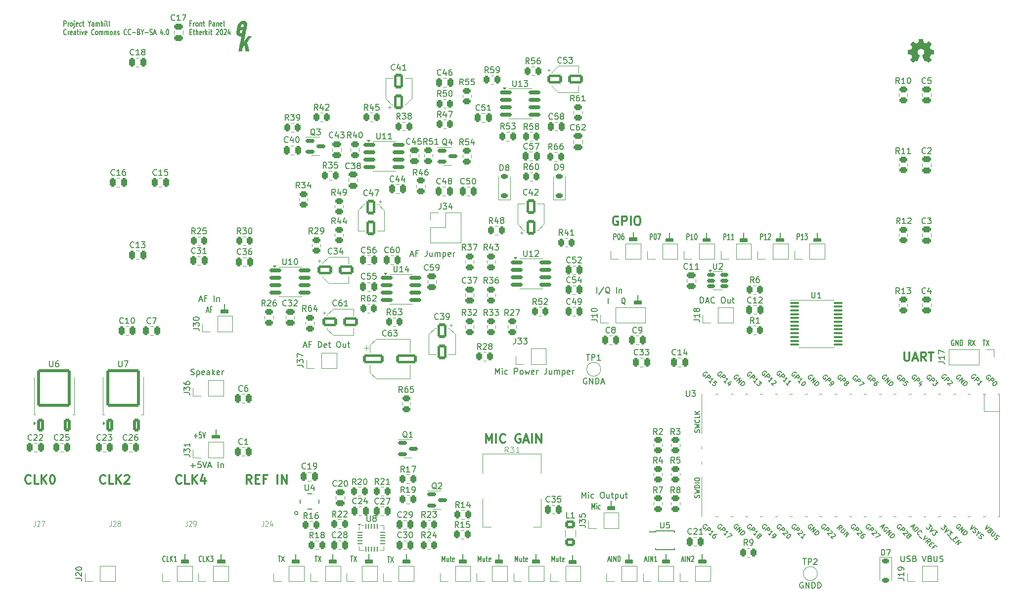
<source format=gto>
%TF.GenerationSoftware,KiCad,Pcbnew,8.0.2-8.0.2-0~ubuntu22.04.1*%
%TF.CreationDate,2024-05-24T16:16:29-07:00*%
%TF.ProjectId,YamhillFrontPanel,59616d68-696c-46c4-9672-6f6e7450616e,B*%
%TF.SameCoordinates,Original*%
%TF.FileFunction,Legend,Top*%
%TF.FilePolarity,Positive*%
%FSLAX46Y46*%
G04 Gerber Fmt 4.6, Leading zero omitted, Abs format (unit mm)*
G04 Created by KiCad (PCBNEW 8.0.2-8.0.2-0~ubuntu22.04.1) date 2024-05-24 16:16:29*
%MOMM*%
%LPD*%
G01*
G04 APERTURE LIST*
G04 Aperture macros list*
%AMRoundRect*
0 Rectangle with rounded corners*
0 $1 Rounding radius*
0 $2 $3 $4 $5 $6 $7 $8 $9 X,Y pos of 4 corners*
0 Add a 4 corners polygon primitive as box body*
4,1,4,$2,$3,$4,$5,$6,$7,$8,$9,$2,$3,0*
0 Add four circle primitives for the rounded corners*
1,1,$1+$1,$2,$3*
1,1,$1+$1,$4,$5*
1,1,$1+$1,$6,$7*
1,1,$1+$1,$8,$9*
0 Add four rect primitives between the rounded corners*
20,1,$1+$1,$2,$3,$4,$5,0*
20,1,$1+$1,$4,$5,$6,$7,0*
20,1,$1+$1,$6,$7,$8,$9,0*
20,1,$1+$1,$8,$9,$2,$3,0*%
G04 Aperture macros list end*
%ADD10C,0.200000*%
%ADD11C,0.175000*%
%ADD12C,0.300000*%
%ADD13C,0.150000*%
%ADD14C,0.100000*%
%ADD15C,0.120000*%
%ADD16C,0.002540*%
%ADD17C,3.650000*%
%ADD18RoundRect,0.062500X-0.337500X-0.062500X0.337500X-0.062500X0.337500X0.062500X-0.337500X0.062500X0*%
%ADD19RoundRect,0.062500X-0.062500X-0.337500X0.062500X-0.337500X0.062500X0.337500X-0.062500X0.337500X0*%
%ADD20R,2.700000X2.700000*%
%ADD21RoundRect,0.250000X-0.250000X-0.475000X0.250000X-0.475000X0.250000X0.475000X-0.250000X0.475000X0*%
%ADD22RoundRect,0.250000X-0.262500X-0.450000X0.262500X-0.450000X0.262500X0.450000X-0.262500X0.450000X0*%
%ADD23R,1.700000X1.700000*%
%ADD24O,1.700000X1.700000*%
%ADD25RoundRect,0.150000X-0.825000X-0.150000X0.825000X-0.150000X0.825000X0.150000X-0.825000X0.150000X0*%
%ADD26RoundRect,0.250000X0.450000X-0.262500X0.450000X0.262500X-0.450000X0.262500X-0.450000X-0.262500X0*%
%ADD27RoundRect,0.250000X-0.450000X0.262500X-0.450000X-0.262500X0.450000X-0.262500X0.450000X0.262500X0*%
%ADD28C,0.800000*%
%ADD29C,6.400000*%
%ADD30RoundRect,0.150000X-0.587500X-0.150000X0.587500X-0.150000X0.587500X0.150000X-0.587500X0.150000X0*%
%ADD31RoundRect,0.250000X-0.475000X0.250000X-0.475000X-0.250000X0.475000X-0.250000X0.475000X0.250000X0*%
%ADD32RoundRect,0.250000X0.350000X-0.850000X0.350000X0.850000X-0.350000X0.850000X-0.350000X-0.850000X0*%
%ADD33RoundRect,0.249997X2.650003X-2.950003X2.650003X2.950003X-2.650003X2.950003X-2.650003X-2.950003X0*%
%ADD34RoundRect,0.250000X0.250000X0.475000X-0.250000X0.475000X-0.250000X-0.475000X0.250000X-0.475000X0*%
%ADD35O,1.800000X1.800000*%
%ADD36O,1.500000X1.500000*%
%ADD37R,1.700000X3.500000*%
%ADD38R,3.500000X1.700000*%
%ADD39RoundRect,0.150000X-0.512500X-0.150000X0.512500X-0.150000X0.512500X0.150000X-0.512500X0.150000X0*%
%ADD40RoundRect,0.250000X0.550000X-1.050000X0.550000X1.050000X-0.550000X1.050000X-0.550000X-1.050000X0*%
%ADD41RoundRect,0.225000X0.375000X-0.225000X0.375000X0.225000X-0.375000X0.225000X-0.375000X-0.225000X0*%
%ADD42RoundRect,0.250000X0.475000X-0.250000X0.475000X0.250000X-0.475000X0.250000X-0.475000X-0.250000X0*%
%ADD43R,1.100000X0.250000*%
%ADD44RoundRect,0.250000X-0.550000X1.050000X-0.550000X-1.050000X0.550000X-1.050000X0.550000X1.050000X0*%
%ADD45C,2.500000*%
%ADD46C,2.600000*%
%ADD47RoundRect,0.225000X-0.375000X0.225000X-0.375000X-0.225000X0.375000X-0.225000X0.375000X0.225000X0*%
%ADD48RoundRect,0.250000X-1.050000X-0.550000X1.050000X-0.550000X1.050000X0.550000X-1.050000X0.550000X0*%
%ADD49RoundRect,0.250000X0.262500X0.450000X-0.262500X0.450000X-0.262500X-0.450000X0.262500X-0.450000X0*%
%ADD50R,1.300000X1.100000*%
%ADD51O,2.800000X3.200000*%
%ADD52C,2.000000*%
%ADD53RoundRect,0.250000X-1.500000X-0.550000X1.500000X-0.550000X1.500000X0.550000X-1.500000X0.550000X0*%
%ADD54RoundRect,0.100000X-0.637500X-0.100000X0.637500X-0.100000X0.637500X0.100000X-0.637500X0.100000X0*%
%ADD55RoundRect,0.250001X-0.624999X0.462499X-0.624999X-0.462499X0.624999X-0.462499X0.624999X0.462499X0*%
%ADD56R,1.500000X1.500000*%
%ADD57C,1.500000*%
%ADD58O,2.000000X1.300000*%
%ADD59C,3.400000*%
%ADD60O,2.000000X2.800000*%
G04 APERTURE END LIST*
D10*
X188300000Y-88600000D02*
X188300000Y-89600000D01*
X162400000Y-89600000D02*
X163600000Y-89600000D01*
X163600000Y-90100000D01*
X162400000Y-90100000D01*
X162400000Y-89600000D01*
G36*
X162400000Y-89600000D02*
G01*
X163600000Y-89600000D01*
X163600000Y-90100000D01*
X162400000Y-90100000D01*
X162400000Y-89600000D01*
G37*
X99000000Y-143700000D02*
X99000000Y-144700000D01*
X105300000Y-143700000D02*
X105300000Y-144700000D01*
X145800000Y-144800000D02*
X147000000Y-144800000D01*
X147000000Y-145300000D01*
X145800000Y-145300000D01*
X145800000Y-144800000D01*
G36*
X145800000Y-144800000D02*
G01*
X147000000Y-144800000D01*
X147000000Y-145300000D01*
X145800000Y-145300000D01*
X145800000Y-144800000D01*
G37*
X156760000Y-88500000D02*
X156760000Y-89500000D01*
X80000000Y-143700000D02*
X80000000Y-144700000D01*
X86200000Y-101800000D02*
X87400000Y-101800000D01*
X87400000Y-102300000D01*
X86200000Y-102300000D01*
X86200000Y-101800000D01*
G36*
X86200000Y-101800000D02*
G01*
X87400000Y-101800000D01*
X87400000Y-102300000D01*
X86200000Y-102300000D01*
X86200000Y-101800000D01*
G37*
X117920000Y-143650000D02*
X117920000Y-144650000D01*
X127000000Y-144700000D02*
X128200000Y-144700000D01*
X128200000Y-145200000D01*
X127000000Y-145200000D01*
X127000000Y-144700000D01*
G36*
X127000000Y-144700000D02*
G01*
X128200000Y-144700000D01*
X128200000Y-145200000D01*
X127000000Y-145200000D01*
X127000000Y-144700000D01*
G37*
X111500000Y-143700000D02*
X111500000Y-144700000D01*
X139500000Y-144700000D02*
X140700000Y-144700000D01*
X140700000Y-145200000D01*
X139500000Y-145200000D01*
X139500000Y-144700000D01*
G36*
X139500000Y-144700000D02*
G01*
X140700000Y-144700000D01*
X140700000Y-145200000D01*
X139500000Y-145200000D01*
X139500000Y-144700000D01*
G37*
X181300000Y-89600000D02*
X182500000Y-89600000D01*
X182500000Y-90100000D01*
X181300000Y-90100000D01*
X181300000Y-89600000D01*
G36*
X181300000Y-89600000D02*
G01*
X182500000Y-89600000D01*
X182500000Y-90100000D01*
X181300000Y-90100000D01*
X181300000Y-89600000D01*
G37*
X133800000Y-143700000D02*
X133800000Y-144700000D01*
X110900000Y-144700000D02*
X112100000Y-144700000D01*
X112100000Y-145200000D01*
X110900000Y-145200000D01*
X110900000Y-144700000D01*
G36*
X110900000Y-144700000D02*
G01*
X112100000Y-144700000D01*
X112100000Y-145200000D01*
X110900000Y-145200000D01*
X110900000Y-144700000D01*
G37*
X181900000Y-88600000D02*
X181900000Y-89600000D01*
X86220000Y-143700000D02*
X86220000Y-144700000D01*
X163000000Y-88600000D02*
X163000000Y-89600000D01*
X85300000Y-122300000D02*
X85300000Y-123300000D01*
X127600000Y-143700000D02*
X127600000Y-144700000D01*
X161800000Y-144700000D02*
X163000000Y-144700000D01*
X163000000Y-145200000D01*
X161800000Y-145200000D01*
X161800000Y-144700000D01*
G36*
X161800000Y-144700000D02*
G01*
X163000000Y-144700000D01*
X163000000Y-145200000D01*
X161800000Y-145200000D01*
X161800000Y-144700000D01*
G37*
X156985000Y-100300000D02*
X158185000Y-100300000D01*
X158185000Y-100800000D01*
X156985000Y-100800000D01*
X156985000Y-100300000D01*
G36*
X156985000Y-100300000D02*
G01*
X158185000Y-100300000D01*
X158185000Y-100800000D01*
X156985000Y-100800000D01*
X156985000Y-100300000D01*
G37*
X84700000Y-123300000D02*
X85900000Y-123300000D01*
X85900000Y-123800000D01*
X84700000Y-123800000D01*
X84700000Y-123300000D01*
G36*
X84700000Y-123300000D02*
G01*
X85900000Y-123300000D01*
X85900000Y-123800000D01*
X84700000Y-123800000D01*
X84700000Y-123300000D01*
G37*
X168700000Y-89600000D02*
X169900000Y-89600000D01*
X169900000Y-90100000D01*
X168700000Y-90100000D01*
X168700000Y-89600000D01*
G36*
X168700000Y-89600000D02*
G01*
X169900000Y-89600000D01*
X169900000Y-90100000D01*
X168700000Y-90100000D01*
X168700000Y-89600000D01*
G37*
X85620000Y-144700000D02*
X86820000Y-144700000D01*
X86820000Y-145200000D01*
X85620000Y-145200000D01*
X85620000Y-144700000D01*
G36*
X85620000Y-144700000D02*
G01*
X86820000Y-144700000D01*
X86820000Y-145200000D01*
X85620000Y-145200000D01*
X85620000Y-144700000D01*
G37*
X140100000Y-143700000D02*
X140100000Y-144700000D01*
X168000000Y-144700000D02*
X169200000Y-144700000D01*
X169200000Y-145200000D01*
X168000000Y-145200000D01*
X168000000Y-144700000D01*
G36*
X168000000Y-144700000D02*
G01*
X169200000Y-144700000D01*
X169200000Y-145200000D01*
X168000000Y-145200000D01*
X168000000Y-144700000D01*
G37*
X162400000Y-143700000D02*
X162400000Y-144700000D01*
X86800000Y-100800000D02*
X86800000Y-101800000D01*
X168600000Y-143700000D02*
X168600000Y-144700000D01*
X133200000Y-144700000D02*
X134400000Y-144700000D01*
X134400000Y-145200000D01*
X133200000Y-145200000D01*
X133200000Y-144700000D01*
G36*
X133200000Y-144700000D02*
G01*
X134400000Y-144700000D01*
X134400000Y-145200000D01*
X133200000Y-145200000D01*
X133200000Y-144700000D01*
G37*
X117320000Y-144650000D02*
X118520000Y-144650000D01*
X118520000Y-145150000D01*
X117320000Y-145150000D01*
X117320000Y-144650000D01*
G36*
X117320000Y-144650000D02*
G01*
X118520000Y-144650000D01*
X118520000Y-145150000D01*
X117320000Y-145150000D01*
X117320000Y-144650000D01*
G37*
X98400000Y-144700000D02*
X99600000Y-144700000D01*
X99600000Y-145200000D01*
X98400000Y-145200000D01*
X98400000Y-144700000D01*
G36*
X98400000Y-144700000D02*
G01*
X99600000Y-144700000D01*
X99600000Y-145200000D01*
X98400000Y-145200000D01*
X98400000Y-144700000D01*
G37*
X152400000Y-135550000D02*
X153600000Y-135550000D01*
X153600000Y-136050000D01*
X152400000Y-136050000D01*
X152400000Y-135550000D01*
G36*
X152400000Y-135550000D02*
G01*
X153600000Y-135550000D01*
X153600000Y-136050000D01*
X152400000Y-136050000D01*
X152400000Y-135550000D01*
G37*
X104700000Y-144700000D02*
X105900000Y-144700000D01*
X105900000Y-145200000D01*
X104700000Y-145200000D01*
X104700000Y-144700000D01*
G36*
X104700000Y-144700000D02*
G01*
X105900000Y-144700000D01*
X105900000Y-145200000D01*
X104700000Y-145200000D01*
X104700000Y-144700000D01*
G37*
X157585000Y-99300000D02*
X157585000Y-100300000D01*
X175700000Y-88650000D02*
X175700000Y-89650000D01*
X156000000Y-143700000D02*
X156000000Y-144700000D01*
X79400000Y-144700000D02*
X80600000Y-144700000D01*
X80600000Y-145200000D01*
X79400000Y-145200000D01*
X79400000Y-144700000D01*
G36*
X79400000Y-144700000D02*
G01*
X80600000Y-144700000D01*
X80600000Y-145200000D01*
X79400000Y-145200000D01*
X79400000Y-144700000D01*
G37*
X187700000Y-89600000D02*
X188900000Y-89600000D01*
X188900000Y-90100000D01*
X187700000Y-90100000D01*
X187700000Y-89600000D01*
G36*
X187700000Y-89600000D02*
G01*
X188900000Y-89600000D01*
X188900000Y-90100000D01*
X187700000Y-90100000D01*
X187700000Y-89600000D01*
G37*
X156160000Y-89500000D02*
X157360000Y-89500000D01*
X157360000Y-90000000D01*
X156160000Y-90000000D01*
X156160000Y-89500000D01*
G36*
X156160000Y-89500000D02*
G01*
X157360000Y-89500000D01*
X157360000Y-90000000D01*
X156160000Y-90000000D01*
X156160000Y-89500000D01*
G37*
X175100000Y-89650000D02*
X176300000Y-89650000D01*
X176300000Y-90150000D01*
X175100000Y-90150000D01*
X175100000Y-89650000D01*
G36*
X175100000Y-89650000D02*
G01*
X176300000Y-89650000D01*
X176300000Y-90150000D01*
X175100000Y-90150000D01*
X175100000Y-89650000D01*
G37*
X155400000Y-144700000D02*
X156600000Y-144700000D01*
X156600000Y-145200000D01*
X155400000Y-145200000D01*
X155400000Y-144700000D01*
G36*
X155400000Y-144700000D02*
G01*
X156600000Y-144700000D01*
X156600000Y-145200000D01*
X155400000Y-145200000D01*
X155400000Y-144700000D01*
G37*
X146400000Y-143800000D02*
X146400000Y-144800000D01*
X169300000Y-88600000D02*
X169300000Y-89600000D01*
X153000000Y-134550000D02*
X153000000Y-135550000D01*
D11*
X165066667Y-144682804D02*
X165400000Y-144682804D01*
X165000000Y-144968519D02*
X165233334Y-143968519D01*
X165233334Y-143968519D02*
X165466667Y-144968519D01*
X165700000Y-144968519D02*
X165700000Y-143968519D01*
X166033333Y-144968519D02*
X166033333Y-143968519D01*
X166033333Y-143968519D02*
X166433333Y-144968519D01*
X166433333Y-144968519D02*
X166433333Y-143968519D01*
X166733333Y-144063757D02*
X166766666Y-144016138D01*
X166766666Y-144016138D02*
X166833333Y-143968519D01*
X166833333Y-143968519D02*
X167000000Y-143968519D01*
X167000000Y-143968519D02*
X167066666Y-144016138D01*
X167066666Y-144016138D02*
X167100000Y-144063757D01*
X167100000Y-144063757D02*
X167133333Y-144158995D01*
X167133333Y-144158995D02*
X167133333Y-144254233D01*
X167133333Y-144254233D02*
X167100000Y-144397090D01*
X167100000Y-144397090D02*
X166700000Y-144968519D01*
X166700000Y-144968519D02*
X167133333Y-144968519D01*
X211666667Y-107016138D02*
X211600000Y-106968519D01*
X211600000Y-106968519D02*
X211500000Y-106968519D01*
X211500000Y-106968519D02*
X211400000Y-107016138D01*
X211400000Y-107016138D02*
X211333334Y-107111376D01*
X211333334Y-107111376D02*
X211300000Y-107206614D01*
X211300000Y-107206614D02*
X211266667Y-107397090D01*
X211266667Y-107397090D02*
X211266667Y-107539947D01*
X211266667Y-107539947D02*
X211300000Y-107730423D01*
X211300000Y-107730423D02*
X211333334Y-107825661D01*
X211333334Y-107825661D02*
X211400000Y-107920900D01*
X211400000Y-107920900D02*
X211500000Y-107968519D01*
X211500000Y-107968519D02*
X211566667Y-107968519D01*
X211566667Y-107968519D02*
X211666667Y-107920900D01*
X211666667Y-107920900D02*
X211700000Y-107873280D01*
X211700000Y-107873280D02*
X211700000Y-107539947D01*
X211700000Y-107539947D02*
X211566667Y-107539947D01*
X212000000Y-107968519D02*
X212000000Y-106968519D01*
X212000000Y-106968519D02*
X212400000Y-107968519D01*
X212400000Y-107968519D02*
X212400000Y-106968519D01*
X212733333Y-107968519D02*
X212733333Y-106968519D01*
X212733333Y-106968519D02*
X212900000Y-106968519D01*
X212900000Y-106968519D02*
X213000000Y-107016138D01*
X213000000Y-107016138D02*
X213066667Y-107111376D01*
X213066667Y-107111376D02*
X213100000Y-107206614D01*
X213100000Y-107206614D02*
X213133333Y-107397090D01*
X213133333Y-107397090D02*
X213133333Y-107539947D01*
X213133333Y-107539947D02*
X213100000Y-107730423D01*
X213100000Y-107730423D02*
X213066667Y-107825661D01*
X213066667Y-107825661D02*
X213000000Y-107920900D01*
X213000000Y-107920900D02*
X212900000Y-107968519D01*
X212900000Y-107968519D02*
X212733333Y-107968519D01*
X83733333Y-101982804D02*
X84066666Y-101982804D01*
X83666666Y-102268519D02*
X83900000Y-101268519D01*
X83900000Y-101268519D02*
X84133333Y-102268519D01*
X84600000Y-101744709D02*
X84366666Y-101744709D01*
X84366666Y-102268519D02*
X84366666Y-101268519D01*
X84366666Y-101268519D02*
X84700000Y-101268519D01*
X76649999Y-144873280D02*
X76616666Y-144920900D01*
X76616666Y-144920900D02*
X76516666Y-144968519D01*
X76516666Y-144968519D02*
X76449999Y-144968519D01*
X76449999Y-144968519D02*
X76349999Y-144920900D01*
X76349999Y-144920900D02*
X76283333Y-144825661D01*
X76283333Y-144825661D02*
X76249999Y-144730423D01*
X76249999Y-144730423D02*
X76216666Y-144539947D01*
X76216666Y-144539947D02*
X76216666Y-144397090D01*
X76216666Y-144397090D02*
X76249999Y-144206614D01*
X76249999Y-144206614D02*
X76283333Y-144111376D01*
X76283333Y-144111376D02*
X76349999Y-144016138D01*
X76349999Y-144016138D02*
X76449999Y-143968519D01*
X76449999Y-143968519D02*
X76516666Y-143968519D01*
X76516666Y-143968519D02*
X76616666Y-144016138D01*
X76616666Y-144016138D02*
X76649999Y-144063757D01*
X77283333Y-144968519D02*
X76949999Y-144968519D01*
X76949999Y-144968519D02*
X76949999Y-143968519D01*
X77516666Y-144968519D02*
X77516666Y-143968519D01*
X77916666Y-144968519D02*
X77616666Y-144397090D01*
X77916666Y-143968519D02*
X77516666Y-144539947D01*
X78583333Y-144968519D02*
X78183333Y-144968519D01*
X78383333Y-144968519D02*
X78383333Y-143968519D01*
X78383333Y-143968519D02*
X78316666Y-144111376D01*
X78316666Y-144111376D02*
X78250000Y-144206614D01*
X78250000Y-144206614D02*
X78183333Y-144254233D01*
X153449999Y-89768519D02*
X153449999Y-88768519D01*
X153449999Y-88768519D02*
X153716666Y-88768519D01*
X153716666Y-88768519D02*
X153783333Y-88816138D01*
X153783333Y-88816138D02*
X153816666Y-88863757D01*
X153816666Y-88863757D02*
X153849999Y-88958995D01*
X153849999Y-88958995D02*
X153849999Y-89101852D01*
X153849999Y-89101852D02*
X153816666Y-89197090D01*
X153816666Y-89197090D02*
X153783333Y-89244709D01*
X153783333Y-89244709D02*
X153716666Y-89292328D01*
X153716666Y-89292328D02*
X153449999Y-89292328D01*
X154283333Y-88768519D02*
X154349999Y-88768519D01*
X154349999Y-88768519D02*
X154416666Y-88816138D01*
X154416666Y-88816138D02*
X154449999Y-88863757D01*
X154449999Y-88863757D02*
X154483333Y-88958995D01*
X154483333Y-88958995D02*
X154516666Y-89149471D01*
X154516666Y-89149471D02*
X154516666Y-89387566D01*
X154516666Y-89387566D02*
X154483333Y-89578042D01*
X154483333Y-89578042D02*
X154449999Y-89673280D01*
X154449999Y-89673280D02*
X154416666Y-89720900D01*
X154416666Y-89720900D02*
X154349999Y-89768519D01*
X154349999Y-89768519D02*
X154283333Y-89768519D01*
X154283333Y-89768519D02*
X154216666Y-89720900D01*
X154216666Y-89720900D02*
X154183333Y-89673280D01*
X154183333Y-89673280D02*
X154149999Y-89578042D01*
X154149999Y-89578042D02*
X154116666Y-89387566D01*
X154116666Y-89387566D02*
X154116666Y-89149471D01*
X154116666Y-89149471D02*
X154149999Y-88958995D01*
X154149999Y-88958995D02*
X154183333Y-88863757D01*
X154183333Y-88863757D02*
X154216666Y-88816138D01*
X154216666Y-88816138D02*
X154283333Y-88768519D01*
X155116666Y-88768519D02*
X154983333Y-88768519D01*
X154983333Y-88768519D02*
X154916666Y-88816138D01*
X154916666Y-88816138D02*
X154883333Y-88863757D01*
X154883333Y-88863757D02*
X154816666Y-89006614D01*
X154816666Y-89006614D02*
X154783333Y-89197090D01*
X154783333Y-89197090D02*
X154783333Y-89578042D01*
X154783333Y-89578042D02*
X154816666Y-89673280D01*
X154816666Y-89673280D02*
X154850000Y-89720900D01*
X154850000Y-89720900D02*
X154916666Y-89768519D01*
X154916666Y-89768519D02*
X155050000Y-89768519D01*
X155050000Y-89768519D02*
X155116666Y-89720900D01*
X155116666Y-89720900D02*
X155150000Y-89673280D01*
X155150000Y-89673280D02*
X155183333Y-89578042D01*
X155183333Y-89578042D02*
X155183333Y-89339947D01*
X155183333Y-89339947D02*
X155150000Y-89244709D01*
X155150000Y-89244709D02*
X155116666Y-89197090D01*
X155116666Y-89197090D02*
X155050000Y-89149471D01*
X155050000Y-89149471D02*
X154916666Y-89149471D01*
X154916666Y-89149471D02*
X154850000Y-89197090D01*
X154850000Y-89197090D02*
X154816666Y-89244709D01*
X154816666Y-89244709D02*
X154783333Y-89339947D01*
X159649999Y-89768519D02*
X159649999Y-88768519D01*
X159649999Y-88768519D02*
X159916666Y-88768519D01*
X159916666Y-88768519D02*
X159983333Y-88816138D01*
X159983333Y-88816138D02*
X160016666Y-88863757D01*
X160016666Y-88863757D02*
X160049999Y-88958995D01*
X160049999Y-88958995D02*
X160049999Y-89101852D01*
X160049999Y-89101852D02*
X160016666Y-89197090D01*
X160016666Y-89197090D02*
X159983333Y-89244709D01*
X159983333Y-89244709D02*
X159916666Y-89292328D01*
X159916666Y-89292328D02*
X159649999Y-89292328D01*
X160483333Y-88768519D02*
X160549999Y-88768519D01*
X160549999Y-88768519D02*
X160616666Y-88816138D01*
X160616666Y-88816138D02*
X160649999Y-88863757D01*
X160649999Y-88863757D02*
X160683333Y-88958995D01*
X160683333Y-88958995D02*
X160716666Y-89149471D01*
X160716666Y-89149471D02*
X160716666Y-89387566D01*
X160716666Y-89387566D02*
X160683333Y-89578042D01*
X160683333Y-89578042D02*
X160649999Y-89673280D01*
X160649999Y-89673280D02*
X160616666Y-89720900D01*
X160616666Y-89720900D02*
X160549999Y-89768519D01*
X160549999Y-89768519D02*
X160483333Y-89768519D01*
X160483333Y-89768519D02*
X160416666Y-89720900D01*
X160416666Y-89720900D02*
X160383333Y-89673280D01*
X160383333Y-89673280D02*
X160349999Y-89578042D01*
X160349999Y-89578042D02*
X160316666Y-89387566D01*
X160316666Y-89387566D02*
X160316666Y-89149471D01*
X160316666Y-89149471D02*
X160349999Y-88958995D01*
X160349999Y-88958995D02*
X160383333Y-88863757D01*
X160383333Y-88863757D02*
X160416666Y-88816138D01*
X160416666Y-88816138D02*
X160483333Y-88768519D01*
X160950000Y-88768519D02*
X161416666Y-88768519D01*
X161416666Y-88768519D02*
X161116666Y-89768519D01*
X82869999Y-144873280D02*
X82836666Y-144920900D01*
X82836666Y-144920900D02*
X82736666Y-144968519D01*
X82736666Y-144968519D02*
X82669999Y-144968519D01*
X82669999Y-144968519D02*
X82569999Y-144920900D01*
X82569999Y-144920900D02*
X82503333Y-144825661D01*
X82503333Y-144825661D02*
X82469999Y-144730423D01*
X82469999Y-144730423D02*
X82436666Y-144539947D01*
X82436666Y-144539947D02*
X82436666Y-144397090D01*
X82436666Y-144397090D02*
X82469999Y-144206614D01*
X82469999Y-144206614D02*
X82503333Y-144111376D01*
X82503333Y-144111376D02*
X82569999Y-144016138D01*
X82569999Y-144016138D02*
X82669999Y-143968519D01*
X82669999Y-143968519D02*
X82736666Y-143968519D01*
X82736666Y-143968519D02*
X82836666Y-144016138D01*
X82836666Y-144016138D02*
X82869999Y-144063757D01*
X83503333Y-144968519D02*
X83169999Y-144968519D01*
X83169999Y-144968519D02*
X83169999Y-143968519D01*
X83736666Y-144968519D02*
X83736666Y-143968519D01*
X84136666Y-144968519D02*
X83836666Y-144397090D01*
X84136666Y-143968519D02*
X83736666Y-144539947D01*
X84370000Y-143968519D02*
X84803333Y-143968519D01*
X84803333Y-143968519D02*
X84570000Y-144349471D01*
X84570000Y-144349471D02*
X84670000Y-144349471D01*
X84670000Y-144349471D02*
X84736666Y-144397090D01*
X84736666Y-144397090D02*
X84770000Y-144444709D01*
X84770000Y-144444709D02*
X84803333Y-144539947D01*
X84803333Y-144539947D02*
X84803333Y-144778042D01*
X84803333Y-144778042D02*
X84770000Y-144873280D01*
X84770000Y-144873280D02*
X84736666Y-144920900D01*
X84736666Y-144920900D02*
X84670000Y-144968519D01*
X84670000Y-144968519D02*
X84470000Y-144968519D01*
X84470000Y-144968519D02*
X84403333Y-144920900D01*
X84403333Y-144920900D02*
X84370000Y-144873280D01*
X81599999Y-123387566D02*
X82133333Y-123387566D01*
X81866666Y-123768519D02*
X81866666Y-123006614D01*
X82800000Y-122768519D02*
X82466666Y-122768519D01*
X82466666Y-122768519D02*
X82433333Y-123244709D01*
X82433333Y-123244709D02*
X82466666Y-123197090D01*
X82466666Y-123197090D02*
X82533333Y-123149471D01*
X82533333Y-123149471D02*
X82700000Y-123149471D01*
X82700000Y-123149471D02*
X82766666Y-123197090D01*
X82766666Y-123197090D02*
X82800000Y-123244709D01*
X82800000Y-123244709D02*
X82833333Y-123339947D01*
X82833333Y-123339947D02*
X82833333Y-123578042D01*
X82833333Y-123578042D02*
X82800000Y-123673280D01*
X82800000Y-123673280D02*
X82766666Y-123720900D01*
X82766666Y-123720900D02*
X82700000Y-123768519D01*
X82700000Y-123768519D02*
X82533333Y-123768519D01*
X82533333Y-123768519D02*
X82466666Y-123720900D01*
X82466666Y-123720900D02*
X82433333Y-123673280D01*
X83033333Y-122768519D02*
X83266667Y-123768519D01*
X83266667Y-123768519D02*
X83500000Y-122768519D01*
X155351667Y-100863757D02*
X155285000Y-100816138D01*
X155285000Y-100816138D02*
X155218334Y-100720900D01*
X155218334Y-100720900D02*
X155118334Y-100578042D01*
X155118334Y-100578042D02*
X155051667Y-100530423D01*
X155051667Y-100530423D02*
X154985000Y-100530423D01*
X155018334Y-100768519D02*
X154951667Y-100720900D01*
X154951667Y-100720900D02*
X154885000Y-100625661D01*
X154885000Y-100625661D02*
X154851667Y-100435185D01*
X154851667Y-100435185D02*
X154851667Y-100101852D01*
X154851667Y-100101852D02*
X154885000Y-99911376D01*
X154885000Y-99911376D02*
X154951667Y-99816138D01*
X154951667Y-99816138D02*
X155018334Y-99768519D01*
X155018334Y-99768519D02*
X155151667Y-99768519D01*
X155151667Y-99768519D02*
X155218334Y-99816138D01*
X155218334Y-99816138D02*
X155285000Y-99911376D01*
X155285000Y-99911376D02*
X155318334Y-100101852D01*
X155318334Y-100101852D02*
X155318334Y-100435185D01*
X155318334Y-100435185D02*
X155285000Y-100625661D01*
X155285000Y-100625661D02*
X155218334Y-100720900D01*
X155218334Y-100720900D02*
X155151667Y-100768519D01*
X155151667Y-100768519D02*
X155018334Y-100768519D01*
X184849999Y-89768519D02*
X184849999Y-88768519D01*
X184849999Y-88768519D02*
X185116666Y-88768519D01*
X185116666Y-88768519D02*
X185183333Y-88816138D01*
X185183333Y-88816138D02*
X185216666Y-88863757D01*
X185216666Y-88863757D02*
X185249999Y-88958995D01*
X185249999Y-88958995D02*
X185249999Y-89101852D01*
X185249999Y-89101852D02*
X185216666Y-89197090D01*
X185216666Y-89197090D02*
X185183333Y-89244709D01*
X185183333Y-89244709D02*
X185116666Y-89292328D01*
X185116666Y-89292328D02*
X184849999Y-89292328D01*
X185916666Y-89768519D02*
X185516666Y-89768519D01*
X185716666Y-89768519D02*
X185716666Y-88768519D01*
X185716666Y-88768519D02*
X185649999Y-88911376D01*
X185649999Y-88911376D02*
X185583333Y-89006614D01*
X185583333Y-89006614D02*
X185516666Y-89054233D01*
X186150000Y-88768519D02*
X186583333Y-88768519D01*
X186583333Y-88768519D02*
X186350000Y-89149471D01*
X186350000Y-89149471D02*
X186450000Y-89149471D01*
X186450000Y-89149471D02*
X186516666Y-89197090D01*
X186516666Y-89197090D02*
X186550000Y-89244709D01*
X186550000Y-89244709D02*
X186583333Y-89339947D01*
X186583333Y-89339947D02*
X186583333Y-89578042D01*
X186583333Y-89578042D02*
X186550000Y-89673280D01*
X186550000Y-89673280D02*
X186516666Y-89720900D01*
X186516666Y-89720900D02*
X186450000Y-89768519D01*
X186450000Y-89768519D02*
X186250000Y-89768519D01*
X186250000Y-89768519D02*
X186183333Y-89720900D01*
X186183333Y-89720900D02*
X186150000Y-89673280D01*
X178549999Y-89768519D02*
X178549999Y-88768519D01*
X178549999Y-88768519D02*
X178816666Y-88768519D01*
X178816666Y-88768519D02*
X178883333Y-88816138D01*
X178883333Y-88816138D02*
X178916666Y-88863757D01*
X178916666Y-88863757D02*
X178949999Y-88958995D01*
X178949999Y-88958995D02*
X178949999Y-89101852D01*
X178949999Y-89101852D02*
X178916666Y-89197090D01*
X178916666Y-89197090D02*
X178883333Y-89244709D01*
X178883333Y-89244709D02*
X178816666Y-89292328D01*
X178816666Y-89292328D02*
X178549999Y-89292328D01*
X179616666Y-89768519D02*
X179216666Y-89768519D01*
X179416666Y-89768519D02*
X179416666Y-88768519D01*
X179416666Y-88768519D02*
X179349999Y-88911376D01*
X179349999Y-88911376D02*
X179283333Y-89006614D01*
X179283333Y-89006614D02*
X179216666Y-89054233D01*
X179883333Y-88863757D02*
X179916666Y-88816138D01*
X179916666Y-88816138D02*
X179983333Y-88768519D01*
X179983333Y-88768519D02*
X180150000Y-88768519D01*
X180150000Y-88768519D02*
X180216666Y-88816138D01*
X180216666Y-88816138D02*
X180250000Y-88863757D01*
X180250000Y-88863757D02*
X180283333Y-88958995D01*
X180283333Y-88958995D02*
X180283333Y-89054233D01*
X180283333Y-89054233D02*
X180250000Y-89197090D01*
X180250000Y-89197090D02*
X179850000Y-89768519D01*
X179850000Y-89768519D02*
X180283333Y-89768519D01*
X142850000Y-144968519D02*
X142850000Y-143968519D01*
X142850000Y-143968519D02*
X143083334Y-144682804D01*
X143083334Y-144682804D02*
X143316667Y-143968519D01*
X143316667Y-143968519D02*
X143316667Y-144968519D01*
X143950000Y-144301852D02*
X143950000Y-144968519D01*
X143650000Y-144301852D02*
X143650000Y-144825661D01*
X143650000Y-144825661D02*
X143683334Y-144920900D01*
X143683334Y-144920900D02*
X143750000Y-144968519D01*
X143750000Y-144968519D02*
X143850000Y-144968519D01*
X143850000Y-144968519D02*
X143916667Y-144920900D01*
X143916667Y-144920900D02*
X143950000Y-144873280D01*
X144183333Y-144301852D02*
X144450000Y-144301852D01*
X144283333Y-143968519D02*
X144283333Y-144825661D01*
X144283333Y-144825661D02*
X144316667Y-144920900D01*
X144316667Y-144920900D02*
X144383333Y-144968519D01*
X144383333Y-144968519D02*
X144450000Y-144968519D01*
X144950000Y-144920900D02*
X144883333Y-144968519D01*
X144883333Y-144968519D02*
X144750000Y-144968519D01*
X144750000Y-144968519D02*
X144683333Y-144920900D01*
X144683333Y-144920900D02*
X144650000Y-144825661D01*
X144650000Y-144825661D02*
X144650000Y-144444709D01*
X144650000Y-144444709D02*
X144683333Y-144349471D01*
X144683333Y-144349471D02*
X144750000Y-144301852D01*
X144750000Y-144301852D02*
X144883333Y-144301852D01*
X144883333Y-144301852D02*
X144950000Y-144349471D01*
X144950000Y-144349471D02*
X144983333Y-144444709D01*
X144983333Y-144444709D02*
X144983333Y-144539947D01*
X144983333Y-144539947D02*
X144650000Y-144635185D01*
X102266666Y-143968519D02*
X102666666Y-143968519D01*
X102466666Y-144968519D02*
X102466666Y-143968519D01*
X102833333Y-143968519D02*
X103299999Y-144968519D01*
X103299999Y-143968519D02*
X102833333Y-144968519D01*
X108366666Y-143968519D02*
X108766666Y-143968519D01*
X108566666Y-144968519D02*
X108566666Y-143968519D01*
X108933333Y-143968519D02*
X109399999Y-144968519D01*
X109399999Y-143968519D02*
X108933333Y-144968519D01*
X165949999Y-89768519D02*
X165949999Y-88768519D01*
X165949999Y-88768519D02*
X166216666Y-88768519D01*
X166216666Y-88768519D02*
X166283333Y-88816138D01*
X166283333Y-88816138D02*
X166316666Y-88863757D01*
X166316666Y-88863757D02*
X166349999Y-88958995D01*
X166349999Y-88958995D02*
X166349999Y-89101852D01*
X166349999Y-89101852D02*
X166316666Y-89197090D01*
X166316666Y-89197090D02*
X166283333Y-89244709D01*
X166283333Y-89244709D02*
X166216666Y-89292328D01*
X166216666Y-89292328D02*
X165949999Y-89292328D01*
X167016666Y-89768519D02*
X166616666Y-89768519D01*
X166816666Y-89768519D02*
X166816666Y-88768519D01*
X166816666Y-88768519D02*
X166749999Y-88911376D01*
X166749999Y-88911376D02*
X166683333Y-89006614D01*
X166683333Y-89006614D02*
X166616666Y-89054233D01*
X167450000Y-88768519D02*
X167516666Y-88768519D01*
X167516666Y-88768519D02*
X167583333Y-88816138D01*
X167583333Y-88816138D02*
X167616666Y-88863757D01*
X167616666Y-88863757D02*
X167650000Y-88958995D01*
X167650000Y-88958995D02*
X167683333Y-89149471D01*
X167683333Y-89149471D02*
X167683333Y-89387566D01*
X167683333Y-89387566D02*
X167650000Y-89578042D01*
X167650000Y-89578042D02*
X167616666Y-89673280D01*
X167616666Y-89673280D02*
X167583333Y-89720900D01*
X167583333Y-89720900D02*
X167516666Y-89768519D01*
X167516666Y-89768519D02*
X167450000Y-89768519D01*
X167450000Y-89768519D02*
X167383333Y-89720900D01*
X167383333Y-89720900D02*
X167350000Y-89673280D01*
X167350000Y-89673280D02*
X167316666Y-89578042D01*
X167316666Y-89578042D02*
X167283333Y-89387566D01*
X167283333Y-89387566D02*
X167283333Y-89149471D01*
X167283333Y-89149471D02*
X167316666Y-88958995D01*
X167316666Y-88958995D02*
X167350000Y-88863757D01*
X167350000Y-88863757D02*
X167383333Y-88816138D01*
X167383333Y-88816138D02*
X167450000Y-88768519D01*
X136550000Y-144968519D02*
X136550000Y-143968519D01*
X136550000Y-143968519D02*
X136783334Y-144682804D01*
X136783334Y-144682804D02*
X137016667Y-143968519D01*
X137016667Y-143968519D02*
X137016667Y-144968519D01*
X137650000Y-144301852D02*
X137650000Y-144968519D01*
X137350000Y-144301852D02*
X137350000Y-144825661D01*
X137350000Y-144825661D02*
X137383334Y-144920900D01*
X137383334Y-144920900D02*
X137450000Y-144968519D01*
X137450000Y-144968519D02*
X137550000Y-144968519D01*
X137550000Y-144968519D02*
X137616667Y-144920900D01*
X137616667Y-144920900D02*
X137650000Y-144873280D01*
X137883333Y-144301852D02*
X138150000Y-144301852D01*
X137983333Y-143968519D02*
X137983333Y-144825661D01*
X137983333Y-144825661D02*
X138016667Y-144920900D01*
X138016667Y-144920900D02*
X138083333Y-144968519D01*
X138083333Y-144968519D02*
X138150000Y-144968519D01*
X138650000Y-144920900D02*
X138583333Y-144968519D01*
X138583333Y-144968519D02*
X138450000Y-144968519D01*
X138450000Y-144968519D02*
X138383333Y-144920900D01*
X138383333Y-144920900D02*
X138350000Y-144825661D01*
X138350000Y-144825661D02*
X138350000Y-144444709D01*
X138350000Y-144444709D02*
X138383333Y-144349471D01*
X138383333Y-144349471D02*
X138450000Y-144301852D01*
X138450000Y-144301852D02*
X138583333Y-144301852D01*
X138583333Y-144301852D02*
X138650000Y-144349471D01*
X138650000Y-144349471D02*
X138683333Y-144444709D01*
X138683333Y-144444709D02*
X138683333Y-144539947D01*
X138683333Y-144539947D02*
X138350000Y-144635185D01*
D12*
X66392857Y-131457971D02*
X66321429Y-131529400D01*
X66321429Y-131529400D02*
X66107143Y-131600828D01*
X66107143Y-131600828D02*
X65964286Y-131600828D01*
X65964286Y-131600828D02*
X65750000Y-131529400D01*
X65750000Y-131529400D02*
X65607143Y-131386542D01*
X65607143Y-131386542D02*
X65535714Y-131243685D01*
X65535714Y-131243685D02*
X65464286Y-130957971D01*
X65464286Y-130957971D02*
X65464286Y-130743685D01*
X65464286Y-130743685D02*
X65535714Y-130457971D01*
X65535714Y-130457971D02*
X65607143Y-130315114D01*
X65607143Y-130315114D02*
X65750000Y-130172257D01*
X65750000Y-130172257D02*
X65964286Y-130100828D01*
X65964286Y-130100828D02*
X66107143Y-130100828D01*
X66107143Y-130100828D02*
X66321429Y-130172257D01*
X66321429Y-130172257D02*
X66392857Y-130243685D01*
X67750000Y-131600828D02*
X67035714Y-131600828D01*
X67035714Y-131600828D02*
X67035714Y-130100828D01*
X68250000Y-131600828D02*
X68250000Y-130100828D01*
X69107143Y-131600828D02*
X68464286Y-130743685D01*
X69107143Y-130100828D02*
X68250000Y-130957971D01*
X69678572Y-130243685D02*
X69750000Y-130172257D01*
X69750000Y-130172257D02*
X69892858Y-130100828D01*
X69892858Y-130100828D02*
X70250000Y-130100828D01*
X70250000Y-130100828D02*
X70392858Y-130172257D01*
X70392858Y-130172257D02*
X70464286Y-130243685D01*
X70464286Y-130243685D02*
X70535715Y-130386542D01*
X70535715Y-130386542D02*
X70535715Y-130529400D01*
X70535715Y-130529400D02*
X70464286Y-130743685D01*
X70464286Y-130743685D02*
X69607143Y-131600828D01*
X69607143Y-131600828D02*
X70535715Y-131600828D01*
X53592857Y-131457971D02*
X53521429Y-131529400D01*
X53521429Y-131529400D02*
X53307143Y-131600828D01*
X53307143Y-131600828D02*
X53164286Y-131600828D01*
X53164286Y-131600828D02*
X52950000Y-131529400D01*
X52950000Y-131529400D02*
X52807143Y-131386542D01*
X52807143Y-131386542D02*
X52735714Y-131243685D01*
X52735714Y-131243685D02*
X52664286Y-130957971D01*
X52664286Y-130957971D02*
X52664286Y-130743685D01*
X52664286Y-130743685D02*
X52735714Y-130457971D01*
X52735714Y-130457971D02*
X52807143Y-130315114D01*
X52807143Y-130315114D02*
X52950000Y-130172257D01*
X52950000Y-130172257D02*
X53164286Y-130100828D01*
X53164286Y-130100828D02*
X53307143Y-130100828D01*
X53307143Y-130100828D02*
X53521429Y-130172257D01*
X53521429Y-130172257D02*
X53592857Y-130243685D01*
X54950000Y-131600828D02*
X54235714Y-131600828D01*
X54235714Y-131600828D02*
X54235714Y-130100828D01*
X55450000Y-131600828D02*
X55450000Y-130100828D01*
X56307143Y-131600828D02*
X55664286Y-130743685D01*
X56307143Y-130100828D02*
X55450000Y-130957971D01*
X57235715Y-130100828D02*
X57378572Y-130100828D01*
X57378572Y-130100828D02*
X57521429Y-130172257D01*
X57521429Y-130172257D02*
X57592858Y-130243685D01*
X57592858Y-130243685D02*
X57664286Y-130386542D01*
X57664286Y-130386542D02*
X57735715Y-130672257D01*
X57735715Y-130672257D02*
X57735715Y-131029400D01*
X57735715Y-131029400D02*
X57664286Y-131315114D01*
X57664286Y-131315114D02*
X57592858Y-131457971D01*
X57592858Y-131457971D02*
X57521429Y-131529400D01*
X57521429Y-131529400D02*
X57378572Y-131600828D01*
X57378572Y-131600828D02*
X57235715Y-131600828D01*
X57235715Y-131600828D02*
X57092858Y-131529400D01*
X57092858Y-131529400D02*
X57021429Y-131457971D01*
X57021429Y-131457971D02*
X56950000Y-131315114D01*
X56950000Y-131315114D02*
X56878572Y-131029400D01*
X56878572Y-131029400D02*
X56878572Y-130672257D01*
X56878572Y-130672257D02*
X56950000Y-130386542D01*
X56950000Y-130386542D02*
X57021429Y-130243685D01*
X57021429Y-130243685D02*
X57092858Y-130172257D01*
X57092858Y-130172257D02*
X57235715Y-130100828D01*
D11*
X59281797Y-53231807D02*
X59281797Y-52331807D01*
X59281797Y-52331807D02*
X59548464Y-52331807D01*
X59548464Y-52331807D02*
X59615131Y-52374664D01*
X59615131Y-52374664D02*
X59648464Y-52417521D01*
X59648464Y-52417521D02*
X59681797Y-52503235D01*
X59681797Y-52503235D02*
X59681797Y-52631807D01*
X59681797Y-52631807D02*
X59648464Y-52717521D01*
X59648464Y-52717521D02*
X59615131Y-52760378D01*
X59615131Y-52760378D02*
X59548464Y-52803235D01*
X59548464Y-52803235D02*
X59281797Y-52803235D01*
X59981797Y-53231807D02*
X59981797Y-52631807D01*
X59981797Y-52803235D02*
X60015131Y-52717521D01*
X60015131Y-52717521D02*
X60048464Y-52674664D01*
X60048464Y-52674664D02*
X60115131Y-52631807D01*
X60115131Y-52631807D02*
X60181797Y-52631807D01*
X60515130Y-53231807D02*
X60448464Y-53188950D01*
X60448464Y-53188950D02*
X60415130Y-53146092D01*
X60415130Y-53146092D02*
X60381797Y-53060378D01*
X60381797Y-53060378D02*
X60381797Y-52803235D01*
X60381797Y-52803235D02*
X60415130Y-52717521D01*
X60415130Y-52717521D02*
X60448464Y-52674664D01*
X60448464Y-52674664D02*
X60515130Y-52631807D01*
X60515130Y-52631807D02*
X60615130Y-52631807D01*
X60615130Y-52631807D02*
X60681797Y-52674664D01*
X60681797Y-52674664D02*
X60715130Y-52717521D01*
X60715130Y-52717521D02*
X60748464Y-52803235D01*
X60748464Y-52803235D02*
X60748464Y-53060378D01*
X60748464Y-53060378D02*
X60715130Y-53146092D01*
X60715130Y-53146092D02*
X60681797Y-53188950D01*
X60681797Y-53188950D02*
X60615130Y-53231807D01*
X60615130Y-53231807D02*
X60515130Y-53231807D01*
X61048463Y-52631807D02*
X61048463Y-53403235D01*
X61048463Y-53403235D02*
X61015130Y-53488950D01*
X61015130Y-53488950D02*
X60948463Y-53531807D01*
X60948463Y-53531807D02*
X60915130Y-53531807D01*
X61048463Y-52331807D02*
X61015130Y-52374664D01*
X61015130Y-52374664D02*
X61048463Y-52417521D01*
X61048463Y-52417521D02*
X61081797Y-52374664D01*
X61081797Y-52374664D02*
X61048463Y-52331807D01*
X61048463Y-52331807D02*
X61048463Y-52417521D01*
X61648463Y-53188950D02*
X61581796Y-53231807D01*
X61581796Y-53231807D02*
X61448463Y-53231807D01*
X61448463Y-53231807D02*
X61381796Y-53188950D01*
X61381796Y-53188950D02*
X61348463Y-53103235D01*
X61348463Y-53103235D02*
X61348463Y-52760378D01*
X61348463Y-52760378D02*
X61381796Y-52674664D01*
X61381796Y-52674664D02*
X61448463Y-52631807D01*
X61448463Y-52631807D02*
X61581796Y-52631807D01*
X61581796Y-52631807D02*
X61648463Y-52674664D01*
X61648463Y-52674664D02*
X61681796Y-52760378D01*
X61681796Y-52760378D02*
X61681796Y-52846092D01*
X61681796Y-52846092D02*
X61348463Y-52931807D01*
X62281796Y-53188950D02*
X62215130Y-53231807D01*
X62215130Y-53231807D02*
X62081796Y-53231807D01*
X62081796Y-53231807D02*
X62015130Y-53188950D01*
X62015130Y-53188950D02*
X61981796Y-53146092D01*
X61981796Y-53146092D02*
X61948463Y-53060378D01*
X61948463Y-53060378D02*
X61948463Y-52803235D01*
X61948463Y-52803235D02*
X61981796Y-52717521D01*
X61981796Y-52717521D02*
X62015130Y-52674664D01*
X62015130Y-52674664D02*
X62081796Y-52631807D01*
X62081796Y-52631807D02*
X62215130Y-52631807D01*
X62215130Y-52631807D02*
X62281796Y-52674664D01*
X62481796Y-52631807D02*
X62748463Y-52631807D01*
X62581796Y-52331807D02*
X62581796Y-53103235D01*
X62581796Y-53103235D02*
X62615130Y-53188950D01*
X62615130Y-53188950D02*
X62681796Y-53231807D01*
X62681796Y-53231807D02*
X62748463Y-53231807D01*
X63648463Y-52803235D02*
X63648463Y-53231807D01*
X63415129Y-52331807D02*
X63648463Y-52803235D01*
X63648463Y-52803235D02*
X63881796Y-52331807D01*
X64415129Y-53231807D02*
X64415129Y-52760378D01*
X64415129Y-52760378D02*
X64381796Y-52674664D01*
X64381796Y-52674664D02*
X64315129Y-52631807D01*
X64315129Y-52631807D02*
X64181796Y-52631807D01*
X64181796Y-52631807D02*
X64115129Y-52674664D01*
X64415129Y-53188950D02*
X64348463Y-53231807D01*
X64348463Y-53231807D02*
X64181796Y-53231807D01*
X64181796Y-53231807D02*
X64115129Y-53188950D01*
X64115129Y-53188950D02*
X64081796Y-53103235D01*
X64081796Y-53103235D02*
X64081796Y-53017521D01*
X64081796Y-53017521D02*
X64115129Y-52931807D01*
X64115129Y-52931807D02*
X64181796Y-52888950D01*
X64181796Y-52888950D02*
X64348463Y-52888950D01*
X64348463Y-52888950D02*
X64415129Y-52846092D01*
X64748462Y-53231807D02*
X64748462Y-52631807D01*
X64748462Y-52717521D02*
X64781796Y-52674664D01*
X64781796Y-52674664D02*
X64848462Y-52631807D01*
X64848462Y-52631807D02*
X64948462Y-52631807D01*
X64948462Y-52631807D02*
X65015129Y-52674664D01*
X65015129Y-52674664D02*
X65048462Y-52760378D01*
X65048462Y-52760378D02*
X65048462Y-53231807D01*
X65048462Y-52760378D02*
X65081796Y-52674664D01*
X65081796Y-52674664D02*
X65148462Y-52631807D01*
X65148462Y-52631807D02*
X65248462Y-52631807D01*
X65248462Y-52631807D02*
X65315129Y-52674664D01*
X65315129Y-52674664D02*
X65348462Y-52760378D01*
X65348462Y-52760378D02*
X65348462Y-53231807D01*
X65681795Y-53231807D02*
X65681795Y-52331807D01*
X65981795Y-53231807D02*
X65981795Y-52760378D01*
X65981795Y-52760378D02*
X65948462Y-52674664D01*
X65948462Y-52674664D02*
X65881795Y-52631807D01*
X65881795Y-52631807D02*
X65781795Y-52631807D01*
X65781795Y-52631807D02*
X65715129Y-52674664D01*
X65715129Y-52674664D02*
X65681795Y-52717521D01*
X66315128Y-53231807D02*
X66315128Y-52631807D01*
X66315128Y-52331807D02*
X66281795Y-52374664D01*
X66281795Y-52374664D02*
X66315128Y-52417521D01*
X66315128Y-52417521D02*
X66348462Y-52374664D01*
X66348462Y-52374664D02*
X66315128Y-52331807D01*
X66315128Y-52331807D02*
X66315128Y-52417521D01*
X66748461Y-53231807D02*
X66681795Y-53188950D01*
X66681795Y-53188950D02*
X66648461Y-53103235D01*
X66648461Y-53103235D02*
X66648461Y-52331807D01*
X67115128Y-53231807D02*
X67048462Y-53188950D01*
X67048462Y-53188950D02*
X67015128Y-53103235D01*
X67015128Y-53103235D02*
X67015128Y-52331807D01*
X59681797Y-54595042D02*
X59648464Y-54637900D01*
X59648464Y-54637900D02*
X59548464Y-54680757D01*
X59548464Y-54680757D02*
X59481797Y-54680757D01*
X59481797Y-54680757D02*
X59381797Y-54637900D01*
X59381797Y-54637900D02*
X59315131Y-54552185D01*
X59315131Y-54552185D02*
X59281797Y-54466471D01*
X59281797Y-54466471D02*
X59248464Y-54295042D01*
X59248464Y-54295042D02*
X59248464Y-54166471D01*
X59248464Y-54166471D02*
X59281797Y-53995042D01*
X59281797Y-53995042D02*
X59315131Y-53909328D01*
X59315131Y-53909328D02*
X59381797Y-53823614D01*
X59381797Y-53823614D02*
X59481797Y-53780757D01*
X59481797Y-53780757D02*
X59548464Y-53780757D01*
X59548464Y-53780757D02*
X59648464Y-53823614D01*
X59648464Y-53823614D02*
X59681797Y-53866471D01*
X59981797Y-54680757D02*
X59981797Y-54080757D01*
X59981797Y-54252185D02*
X60015131Y-54166471D01*
X60015131Y-54166471D02*
X60048464Y-54123614D01*
X60048464Y-54123614D02*
X60115131Y-54080757D01*
X60115131Y-54080757D02*
X60181797Y-54080757D01*
X60681797Y-54637900D02*
X60615130Y-54680757D01*
X60615130Y-54680757D02*
X60481797Y-54680757D01*
X60481797Y-54680757D02*
X60415130Y-54637900D01*
X60415130Y-54637900D02*
X60381797Y-54552185D01*
X60381797Y-54552185D02*
X60381797Y-54209328D01*
X60381797Y-54209328D02*
X60415130Y-54123614D01*
X60415130Y-54123614D02*
X60481797Y-54080757D01*
X60481797Y-54080757D02*
X60615130Y-54080757D01*
X60615130Y-54080757D02*
X60681797Y-54123614D01*
X60681797Y-54123614D02*
X60715130Y-54209328D01*
X60715130Y-54209328D02*
X60715130Y-54295042D01*
X60715130Y-54295042D02*
X60381797Y-54380757D01*
X61315130Y-54680757D02*
X61315130Y-54209328D01*
X61315130Y-54209328D02*
X61281797Y-54123614D01*
X61281797Y-54123614D02*
X61215130Y-54080757D01*
X61215130Y-54080757D02*
X61081797Y-54080757D01*
X61081797Y-54080757D02*
X61015130Y-54123614D01*
X61315130Y-54637900D02*
X61248464Y-54680757D01*
X61248464Y-54680757D02*
X61081797Y-54680757D01*
X61081797Y-54680757D02*
X61015130Y-54637900D01*
X61015130Y-54637900D02*
X60981797Y-54552185D01*
X60981797Y-54552185D02*
X60981797Y-54466471D01*
X60981797Y-54466471D02*
X61015130Y-54380757D01*
X61015130Y-54380757D02*
X61081797Y-54337900D01*
X61081797Y-54337900D02*
X61248464Y-54337900D01*
X61248464Y-54337900D02*
X61315130Y-54295042D01*
X61548463Y-54080757D02*
X61815130Y-54080757D01*
X61648463Y-53780757D02*
X61648463Y-54552185D01*
X61648463Y-54552185D02*
X61681797Y-54637900D01*
X61681797Y-54637900D02*
X61748463Y-54680757D01*
X61748463Y-54680757D02*
X61815130Y-54680757D01*
X62048463Y-54680757D02*
X62048463Y-54080757D01*
X62048463Y-53780757D02*
X62015130Y-53823614D01*
X62015130Y-53823614D02*
X62048463Y-53866471D01*
X62048463Y-53866471D02*
X62081797Y-53823614D01*
X62081797Y-53823614D02*
X62048463Y-53780757D01*
X62048463Y-53780757D02*
X62048463Y-53866471D01*
X62315130Y-54080757D02*
X62481796Y-54680757D01*
X62481796Y-54680757D02*
X62648463Y-54080757D01*
X63181796Y-54637900D02*
X63115129Y-54680757D01*
X63115129Y-54680757D02*
X62981796Y-54680757D01*
X62981796Y-54680757D02*
X62915129Y-54637900D01*
X62915129Y-54637900D02*
X62881796Y-54552185D01*
X62881796Y-54552185D02*
X62881796Y-54209328D01*
X62881796Y-54209328D02*
X62915129Y-54123614D01*
X62915129Y-54123614D02*
X62981796Y-54080757D01*
X62981796Y-54080757D02*
X63115129Y-54080757D01*
X63115129Y-54080757D02*
X63181796Y-54123614D01*
X63181796Y-54123614D02*
X63215129Y-54209328D01*
X63215129Y-54209328D02*
X63215129Y-54295042D01*
X63215129Y-54295042D02*
X62881796Y-54380757D01*
X64448462Y-54595042D02*
X64415129Y-54637900D01*
X64415129Y-54637900D02*
X64315129Y-54680757D01*
X64315129Y-54680757D02*
X64248462Y-54680757D01*
X64248462Y-54680757D02*
X64148462Y-54637900D01*
X64148462Y-54637900D02*
X64081796Y-54552185D01*
X64081796Y-54552185D02*
X64048462Y-54466471D01*
X64048462Y-54466471D02*
X64015129Y-54295042D01*
X64015129Y-54295042D02*
X64015129Y-54166471D01*
X64015129Y-54166471D02*
X64048462Y-53995042D01*
X64048462Y-53995042D02*
X64081796Y-53909328D01*
X64081796Y-53909328D02*
X64148462Y-53823614D01*
X64148462Y-53823614D02*
X64248462Y-53780757D01*
X64248462Y-53780757D02*
X64315129Y-53780757D01*
X64315129Y-53780757D02*
X64415129Y-53823614D01*
X64415129Y-53823614D02*
X64448462Y-53866471D01*
X64848462Y-54680757D02*
X64781796Y-54637900D01*
X64781796Y-54637900D02*
X64748462Y-54595042D01*
X64748462Y-54595042D02*
X64715129Y-54509328D01*
X64715129Y-54509328D02*
X64715129Y-54252185D01*
X64715129Y-54252185D02*
X64748462Y-54166471D01*
X64748462Y-54166471D02*
X64781796Y-54123614D01*
X64781796Y-54123614D02*
X64848462Y-54080757D01*
X64848462Y-54080757D02*
X64948462Y-54080757D01*
X64948462Y-54080757D02*
X65015129Y-54123614D01*
X65015129Y-54123614D02*
X65048462Y-54166471D01*
X65048462Y-54166471D02*
X65081796Y-54252185D01*
X65081796Y-54252185D02*
X65081796Y-54509328D01*
X65081796Y-54509328D02*
X65048462Y-54595042D01*
X65048462Y-54595042D02*
X65015129Y-54637900D01*
X65015129Y-54637900D02*
X64948462Y-54680757D01*
X64948462Y-54680757D02*
X64848462Y-54680757D01*
X65381795Y-54680757D02*
X65381795Y-54080757D01*
X65381795Y-54166471D02*
X65415129Y-54123614D01*
X65415129Y-54123614D02*
X65481795Y-54080757D01*
X65481795Y-54080757D02*
X65581795Y-54080757D01*
X65581795Y-54080757D02*
X65648462Y-54123614D01*
X65648462Y-54123614D02*
X65681795Y-54209328D01*
X65681795Y-54209328D02*
X65681795Y-54680757D01*
X65681795Y-54209328D02*
X65715129Y-54123614D01*
X65715129Y-54123614D02*
X65781795Y-54080757D01*
X65781795Y-54080757D02*
X65881795Y-54080757D01*
X65881795Y-54080757D02*
X65948462Y-54123614D01*
X65948462Y-54123614D02*
X65981795Y-54209328D01*
X65981795Y-54209328D02*
X65981795Y-54680757D01*
X66315128Y-54680757D02*
X66315128Y-54080757D01*
X66315128Y-54166471D02*
X66348462Y-54123614D01*
X66348462Y-54123614D02*
X66415128Y-54080757D01*
X66415128Y-54080757D02*
X66515128Y-54080757D01*
X66515128Y-54080757D02*
X66581795Y-54123614D01*
X66581795Y-54123614D02*
X66615128Y-54209328D01*
X66615128Y-54209328D02*
X66615128Y-54680757D01*
X66615128Y-54209328D02*
X66648462Y-54123614D01*
X66648462Y-54123614D02*
X66715128Y-54080757D01*
X66715128Y-54080757D02*
X66815128Y-54080757D01*
X66815128Y-54080757D02*
X66881795Y-54123614D01*
X66881795Y-54123614D02*
X66915128Y-54209328D01*
X66915128Y-54209328D02*
X66915128Y-54680757D01*
X67348461Y-54680757D02*
X67281795Y-54637900D01*
X67281795Y-54637900D02*
X67248461Y-54595042D01*
X67248461Y-54595042D02*
X67215128Y-54509328D01*
X67215128Y-54509328D02*
X67215128Y-54252185D01*
X67215128Y-54252185D02*
X67248461Y-54166471D01*
X67248461Y-54166471D02*
X67281795Y-54123614D01*
X67281795Y-54123614D02*
X67348461Y-54080757D01*
X67348461Y-54080757D02*
X67448461Y-54080757D01*
X67448461Y-54080757D02*
X67515128Y-54123614D01*
X67515128Y-54123614D02*
X67548461Y-54166471D01*
X67548461Y-54166471D02*
X67581795Y-54252185D01*
X67581795Y-54252185D02*
X67581795Y-54509328D01*
X67581795Y-54509328D02*
X67548461Y-54595042D01*
X67548461Y-54595042D02*
X67515128Y-54637900D01*
X67515128Y-54637900D02*
X67448461Y-54680757D01*
X67448461Y-54680757D02*
X67348461Y-54680757D01*
X67881794Y-54080757D02*
X67881794Y-54680757D01*
X67881794Y-54166471D02*
X67915128Y-54123614D01*
X67915128Y-54123614D02*
X67981794Y-54080757D01*
X67981794Y-54080757D02*
X68081794Y-54080757D01*
X68081794Y-54080757D02*
X68148461Y-54123614D01*
X68148461Y-54123614D02*
X68181794Y-54209328D01*
X68181794Y-54209328D02*
X68181794Y-54680757D01*
X68481794Y-54637900D02*
X68548461Y-54680757D01*
X68548461Y-54680757D02*
X68681794Y-54680757D01*
X68681794Y-54680757D02*
X68748461Y-54637900D01*
X68748461Y-54637900D02*
X68781794Y-54552185D01*
X68781794Y-54552185D02*
X68781794Y-54509328D01*
X68781794Y-54509328D02*
X68748461Y-54423614D01*
X68748461Y-54423614D02*
X68681794Y-54380757D01*
X68681794Y-54380757D02*
X68581794Y-54380757D01*
X68581794Y-54380757D02*
X68515127Y-54337900D01*
X68515127Y-54337900D02*
X68481794Y-54252185D01*
X68481794Y-54252185D02*
X68481794Y-54209328D01*
X68481794Y-54209328D02*
X68515127Y-54123614D01*
X68515127Y-54123614D02*
X68581794Y-54080757D01*
X68581794Y-54080757D02*
X68681794Y-54080757D01*
X68681794Y-54080757D02*
X68748461Y-54123614D01*
X70015127Y-54595042D02*
X69981794Y-54637900D01*
X69981794Y-54637900D02*
X69881794Y-54680757D01*
X69881794Y-54680757D02*
X69815127Y-54680757D01*
X69815127Y-54680757D02*
X69715127Y-54637900D01*
X69715127Y-54637900D02*
X69648461Y-54552185D01*
X69648461Y-54552185D02*
X69615127Y-54466471D01*
X69615127Y-54466471D02*
X69581794Y-54295042D01*
X69581794Y-54295042D02*
X69581794Y-54166471D01*
X69581794Y-54166471D02*
X69615127Y-53995042D01*
X69615127Y-53995042D02*
X69648461Y-53909328D01*
X69648461Y-53909328D02*
X69715127Y-53823614D01*
X69715127Y-53823614D02*
X69815127Y-53780757D01*
X69815127Y-53780757D02*
X69881794Y-53780757D01*
X69881794Y-53780757D02*
X69981794Y-53823614D01*
X69981794Y-53823614D02*
X70015127Y-53866471D01*
X70715127Y-54595042D02*
X70681794Y-54637900D01*
X70681794Y-54637900D02*
X70581794Y-54680757D01*
X70581794Y-54680757D02*
X70515127Y-54680757D01*
X70515127Y-54680757D02*
X70415127Y-54637900D01*
X70415127Y-54637900D02*
X70348461Y-54552185D01*
X70348461Y-54552185D02*
X70315127Y-54466471D01*
X70315127Y-54466471D02*
X70281794Y-54295042D01*
X70281794Y-54295042D02*
X70281794Y-54166471D01*
X70281794Y-54166471D02*
X70315127Y-53995042D01*
X70315127Y-53995042D02*
X70348461Y-53909328D01*
X70348461Y-53909328D02*
X70415127Y-53823614D01*
X70415127Y-53823614D02*
X70515127Y-53780757D01*
X70515127Y-53780757D02*
X70581794Y-53780757D01*
X70581794Y-53780757D02*
X70681794Y-53823614D01*
X70681794Y-53823614D02*
X70715127Y-53866471D01*
X71015127Y-54337900D02*
X71548461Y-54337900D01*
X72115128Y-54209328D02*
X72215128Y-54252185D01*
X72215128Y-54252185D02*
X72248461Y-54295042D01*
X72248461Y-54295042D02*
X72281794Y-54380757D01*
X72281794Y-54380757D02*
X72281794Y-54509328D01*
X72281794Y-54509328D02*
X72248461Y-54595042D01*
X72248461Y-54595042D02*
X72215128Y-54637900D01*
X72215128Y-54637900D02*
X72148461Y-54680757D01*
X72148461Y-54680757D02*
X71881794Y-54680757D01*
X71881794Y-54680757D02*
X71881794Y-53780757D01*
X71881794Y-53780757D02*
X72115128Y-53780757D01*
X72115128Y-53780757D02*
X72181794Y-53823614D01*
X72181794Y-53823614D02*
X72215128Y-53866471D01*
X72215128Y-53866471D02*
X72248461Y-53952185D01*
X72248461Y-53952185D02*
X72248461Y-54037900D01*
X72248461Y-54037900D02*
X72215128Y-54123614D01*
X72215128Y-54123614D02*
X72181794Y-54166471D01*
X72181794Y-54166471D02*
X72115128Y-54209328D01*
X72115128Y-54209328D02*
X71881794Y-54209328D01*
X72715128Y-54252185D02*
X72715128Y-54680757D01*
X72481794Y-53780757D02*
X72715128Y-54252185D01*
X72715128Y-54252185D02*
X72948461Y-53780757D01*
X73181794Y-54337900D02*
X73715128Y-54337900D01*
X74015128Y-54637900D02*
X74115128Y-54680757D01*
X74115128Y-54680757D02*
X74281795Y-54680757D01*
X74281795Y-54680757D02*
X74348461Y-54637900D01*
X74348461Y-54637900D02*
X74381795Y-54595042D01*
X74381795Y-54595042D02*
X74415128Y-54509328D01*
X74415128Y-54509328D02*
X74415128Y-54423614D01*
X74415128Y-54423614D02*
X74381795Y-54337900D01*
X74381795Y-54337900D02*
X74348461Y-54295042D01*
X74348461Y-54295042D02*
X74281795Y-54252185D01*
X74281795Y-54252185D02*
X74148461Y-54209328D01*
X74148461Y-54209328D02*
X74081795Y-54166471D01*
X74081795Y-54166471D02*
X74048461Y-54123614D01*
X74048461Y-54123614D02*
X74015128Y-54037900D01*
X74015128Y-54037900D02*
X74015128Y-53952185D01*
X74015128Y-53952185D02*
X74048461Y-53866471D01*
X74048461Y-53866471D02*
X74081795Y-53823614D01*
X74081795Y-53823614D02*
X74148461Y-53780757D01*
X74148461Y-53780757D02*
X74315128Y-53780757D01*
X74315128Y-53780757D02*
X74415128Y-53823614D01*
X74681795Y-54423614D02*
X75015128Y-54423614D01*
X74615128Y-54680757D02*
X74848462Y-53780757D01*
X74848462Y-53780757D02*
X75081795Y-54680757D01*
X76148461Y-54080757D02*
X76148461Y-54680757D01*
X75981795Y-53737900D02*
X75815128Y-54380757D01*
X75815128Y-54380757D02*
X76248461Y-54380757D01*
X76515128Y-54595042D02*
X76548462Y-54637900D01*
X76548462Y-54637900D02*
X76515128Y-54680757D01*
X76515128Y-54680757D02*
X76481795Y-54637900D01*
X76481795Y-54637900D02*
X76515128Y-54595042D01*
X76515128Y-54595042D02*
X76515128Y-54680757D01*
X76981795Y-53780757D02*
X77048461Y-53780757D01*
X77048461Y-53780757D02*
X77115128Y-53823614D01*
X77115128Y-53823614D02*
X77148461Y-53866471D01*
X77148461Y-53866471D02*
X77181795Y-53952185D01*
X77181795Y-53952185D02*
X77215128Y-54123614D01*
X77215128Y-54123614D02*
X77215128Y-54337900D01*
X77215128Y-54337900D02*
X77181795Y-54509328D01*
X77181795Y-54509328D02*
X77148461Y-54595042D01*
X77148461Y-54595042D02*
X77115128Y-54637900D01*
X77115128Y-54637900D02*
X77048461Y-54680757D01*
X77048461Y-54680757D02*
X76981795Y-54680757D01*
X76981795Y-54680757D02*
X76915128Y-54637900D01*
X76915128Y-54637900D02*
X76881795Y-54595042D01*
X76881795Y-54595042D02*
X76848461Y-54509328D01*
X76848461Y-54509328D02*
X76815128Y-54337900D01*
X76815128Y-54337900D02*
X76815128Y-54123614D01*
X76815128Y-54123614D02*
X76848461Y-53952185D01*
X76848461Y-53952185D02*
X76881795Y-53866471D01*
X76881795Y-53866471D02*
X76915128Y-53823614D01*
X76915128Y-53823614D02*
X76981795Y-53780757D01*
D12*
X91428571Y-131600828D02*
X90928571Y-130886542D01*
X90571428Y-131600828D02*
X90571428Y-130100828D01*
X90571428Y-130100828D02*
X91142857Y-130100828D01*
X91142857Y-130100828D02*
X91285714Y-130172257D01*
X91285714Y-130172257D02*
X91357143Y-130243685D01*
X91357143Y-130243685D02*
X91428571Y-130386542D01*
X91428571Y-130386542D02*
X91428571Y-130600828D01*
X91428571Y-130600828D02*
X91357143Y-130743685D01*
X91357143Y-130743685D02*
X91285714Y-130815114D01*
X91285714Y-130815114D02*
X91142857Y-130886542D01*
X91142857Y-130886542D02*
X90571428Y-130886542D01*
X92071428Y-130815114D02*
X92571428Y-130815114D01*
X92785714Y-131600828D02*
X92071428Y-131600828D01*
X92071428Y-131600828D02*
X92071428Y-130100828D01*
X92071428Y-130100828D02*
X92785714Y-130100828D01*
X93928571Y-130815114D02*
X93428571Y-130815114D01*
X93428571Y-131600828D02*
X93428571Y-130100828D01*
X93428571Y-130100828D02*
X94142857Y-130100828D01*
X95857142Y-131600828D02*
X95857142Y-130100828D01*
X96571428Y-131600828D02*
X96571428Y-130100828D01*
X96571428Y-130100828D02*
X97428571Y-131600828D01*
X97428571Y-131600828D02*
X97428571Y-130100828D01*
D11*
X130250000Y-144968519D02*
X130250000Y-143968519D01*
X130250000Y-143968519D02*
X130483334Y-144682804D01*
X130483334Y-144682804D02*
X130716667Y-143968519D01*
X130716667Y-143968519D02*
X130716667Y-144968519D01*
X131350000Y-144301852D02*
X131350000Y-144968519D01*
X131050000Y-144301852D02*
X131050000Y-144825661D01*
X131050000Y-144825661D02*
X131083334Y-144920900D01*
X131083334Y-144920900D02*
X131150000Y-144968519D01*
X131150000Y-144968519D02*
X131250000Y-144968519D01*
X131250000Y-144968519D02*
X131316667Y-144920900D01*
X131316667Y-144920900D02*
X131350000Y-144873280D01*
X131583333Y-144301852D02*
X131850000Y-144301852D01*
X131683333Y-143968519D02*
X131683333Y-144825661D01*
X131683333Y-144825661D02*
X131716667Y-144920900D01*
X131716667Y-144920900D02*
X131783333Y-144968519D01*
X131783333Y-144968519D02*
X131850000Y-144968519D01*
X132350000Y-144920900D02*
X132283333Y-144968519D01*
X132283333Y-144968519D02*
X132150000Y-144968519D01*
X132150000Y-144968519D02*
X132083333Y-144920900D01*
X132083333Y-144920900D02*
X132050000Y-144825661D01*
X132050000Y-144825661D02*
X132050000Y-144444709D01*
X132050000Y-144444709D02*
X132083333Y-144349471D01*
X132083333Y-144349471D02*
X132150000Y-144301852D01*
X132150000Y-144301852D02*
X132283333Y-144301852D01*
X132283333Y-144301852D02*
X132350000Y-144349471D01*
X132350000Y-144349471D02*
X132383333Y-144444709D01*
X132383333Y-144444709D02*
X132383333Y-144539947D01*
X132383333Y-144539947D02*
X132050000Y-144635185D01*
X152485000Y-100768519D02*
X152485000Y-99768519D01*
D12*
X79392857Y-131457971D02*
X79321429Y-131529400D01*
X79321429Y-131529400D02*
X79107143Y-131600828D01*
X79107143Y-131600828D02*
X78964286Y-131600828D01*
X78964286Y-131600828D02*
X78750000Y-131529400D01*
X78750000Y-131529400D02*
X78607143Y-131386542D01*
X78607143Y-131386542D02*
X78535714Y-131243685D01*
X78535714Y-131243685D02*
X78464286Y-130957971D01*
X78464286Y-130957971D02*
X78464286Y-130743685D01*
X78464286Y-130743685D02*
X78535714Y-130457971D01*
X78535714Y-130457971D02*
X78607143Y-130315114D01*
X78607143Y-130315114D02*
X78750000Y-130172257D01*
X78750000Y-130172257D02*
X78964286Y-130100828D01*
X78964286Y-130100828D02*
X79107143Y-130100828D01*
X79107143Y-130100828D02*
X79321429Y-130172257D01*
X79321429Y-130172257D02*
X79392857Y-130243685D01*
X80750000Y-131600828D02*
X80035714Y-131600828D01*
X80035714Y-131600828D02*
X80035714Y-130100828D01*
X81250000Y-131600828D02*
X81250000Y-130100828D01*
X82107143Y-131600828D02*
X81464286Y-130743685D01*
X82107143Y-130100828D02*
X81250000Y-130957971D01*
X83392858Y-130600828D02*
X83392858Y-131600828D01*
X83035715Y-130029400D02*
X82678572Y-131100828D01*
X82678572Y-131100828D02*
X83607143Y-131100828D01*
D11*
X114686666Y-144068519D02*
X115086666Y-144068519D01*
X114886666Y-145068519D02*
X114886666Y-144068519D01*
X115253333Y-144068519D02*
X115719999Y-145068519D01*
X115719999Y-144068519D02*
X115253333Y-145068519D01*
X149700000Y-135968519D02*
X149700000Y-134968519D01*
X149700000Y-134968519D02*
X149933334Y-135682804D01*
X149933334Y-135682804D02*
X150166667Y-134968519D01*
X150166667Y-134968519D02*
X150166667Y-135968519D01*
X150500000Y-135968519D02*
X150500000Y-135301852D01*
X150500000Y-134968519D02*
X150466667Y-135016138D01*
X150466667Y-135016138D02*
X150500000Y-135063757D01*
X150500000Y-135063757D02*
X150533334Y-135016138D01*
X150533334Y-135016138D02*
X150500000Y-134968519D01*
X150500000Y-134968519D02*
X150500000Y-135063757D01*
X151133333Y-135920900D02*
X151066667Y-135968519D01*
X151066667Y-135968519D02*
X150933333Y-135968519D01*
X150933333Y-135968519D02*
X150866667Y-135920900D01*
X150866667Y-135920900D02*
X150833333Y-135873280D01*
X150833333Y-135873280D02*
X150800000Y-135778042D01*
X150800000Y-135778042D02*
X150800000Y-135492328D01*
X150800000Y-135492328D02*
X150833333Y-135397090D01*
X150833333Y-135397090D02*
X150866667Y-135349471D01*
X150866667Y-135349471D02*
X150933333Y-135301852D01*
X150933333Y-135301852D02*
X151066667Y-135301852D01*
X151066667Y-135301852D02*
X151133333Y-135349471D01*
X81115131Y-52760378D02*
X80881797Y-52760378D01*
X80881797Y-53231807D02*
X80881797Y-52331807D01*
X80881797Y-52331807D02*
X81215131Y-52331807D01*
X81481797Y-53231807D02*
X81481797Y-52631807D01*
X81481797Y-52803235D02*
X81515131Y-52717521D01*
X81515131Y-52717521D02*
X81548464Y-52674664D01*
X81548464Y-52674664D02*
X81615131Y-52631807D01*
X81615131Y-52631807D02*
X81681797Y-52631807D01*
X82015130Y-53231807D02*
X81948464Y-53188950D01*
X81948464Y-53188950D02*
X81915130Y-53146092D01*
X81915130Y-53146092D02*
X81881797Y-53060378D01*
X81881797Y-53060378D02*
X81881797Y-52803235D01*
X81881797Y-52803235D02*
X81915130Y-52717521D01*
X81915130Y-52717521D02*
X81948464Y-52674664D01*
X81948464Y-52674664D02*
X82015130Y-52631807D01*
X82015130Y-52631807D02*
X82115130Y-52631807D01*
X82115130Y-52631807D02*
X82181797Y-52674664D01*
X82181797Y-52674664D02*
X82215130Y-52717521D01*
X82215130Y-52717521D02*
X82248464Y-52803235D01*
X82248464Y-52803235D02*
X82248464Y-53060378D01*
X82248464Y-53060378D02*
X82215130Y-53146092D01*
X82215130Y-53146092D02*
X82181797Y-53188950D01*
X82181797Y-53188950D02*
X82115130Y-53231807D01*
X82115130Y-53231807D02*
X82015130Y-53231807D01*
X82548463Y-52631807D02*
X82548463Y-53231807D01*
X82548463Y-52717521D02*
X82581797Y-52674664D01*
X82581797Y-52674664D02*
X82648463Y-52631807D01*
X82648463Y-52631807D02*
X82748463Y-52631807D01*
X82748463Y-52631807D02*
X82815130Y-52674664D01*
X82815130Y-52674664D02*
X82848463Y-52760378D01*
X82848463Y-52760378D02*
X82848463Y-53231807D01*
X83081796Y-52631807D02*
X83348463Y-52631807D01*
X83181796Y-52331807D02*
X83181796Y-53103235D01*
X83181796Y-53103235D02*
X83215130Y-53188950D01*
X83215130Y-53188950D02*
X83281796Y-53231807D01*
X83281796Y-53231807D02*
X83348463Y-53231807D01*
X84115129Y-53231807D02*
X84115129Y-52331807D01*
X84115129Y-52331807D02*
X84381796Y-52331807D01*
X84381796Y-52331807D02*
X84448463Y-52374664D01*
X84448463Y-52374664D02*
X84481796Y-52417521D01*
X84481796Y-52417521D02*
X84515129Y-52503235D01*
X84515129Y-52503235D02*
X84515129Y-52631807D01*
X84515129Y-52631807D02*
X84481796Y-52717521D01*
X84481796Y-52717521D02*
X84448463Y-52760378D01*
X84448463Y-52760378D02*
X84381796Y-52803235D01*
X84381796Y-52803235D02*
X84115129Y-52803235D01*
X85115129Y-53231807D02*
X85115129Y-52760378D01*
X85115129Y-52760378D02*
X85081796Y-52674664D01*
X85081796Y-52674664D02*
X85015129Y-52631807D01*
X85015129Y-52631807D02*
X84881796Y-52631807D01*
X84881796Y-52631807D02*
X84815129Y-52674664D01*
X85115129Y-53188950D02*
X85048463Y-53231807D01*
X85048463Y-53231807D02*
X84881796Y-53231807D01*
X84881796Y-53231807D02*
X84815129Y-53188950D01*
X84815129Y-53188950D02*
X84781796Y-53103235D01*
X84781796Y-53103235D02*
X84781796Y-53017521D01*
X84781796Y-53017521D02*
X84815129Y-52931807D01*
X84815129Y-52931807D02*
X84881796Y-52888950D01*
X84881796Y-52888950D02*
X85048463Y-52888950D01*
X85048463Y-52888950D02*
X85115129Y-52846092D01*
X85448462Y-52631807D02*
X85448462Y-53231807D01*
X85448462Y-52717521D02*
X85481796Y-52674664D01*
X85481796Y-52674664D02*
X85548462Y-52631807D01*
X85548462Y-52631807D02*
X85648462Y-52631807D01*
X85648462Y-52631807D02*
X85715129Y-52674664D01*
X85715129Y-52674664D02*
X85748462Y-52760378D01*
X85748462Y-52760378D02*
X85748462Y-53231807D01*
X86348462Y-53188950D02*
X86281795Y-53231807D01*
X86281795Y-53231807D02*
X86148462Y-53231807D01*
X86148462Y-53231807D02*
X86081795Y-53188950D01*
X86081795Y-53188950D02*
X86048462Y-53103235D01*
X86048462Y-53103235D02*
X86048462Y-52760378D01*
X86048462Y-52760378D02*
X86081795Y-52674664D01*
X86081795Y-52674664D02*
X86148462Y-52631807D01*
X86148462Y-52631807D02*
X86281795Y-52631807D01*
X86281795Y-52631807D02*
X86348462Y-52674664D01*
X86348462Y-52674664D02*
X86381795Y-52760378D01*
X86381795Y-52760378D02*
X86381795Y-52846092D01*
X86381795Y-52846092D02*
X86048462Y-52931807D01*
X86781795Y-53231807D02*
X86715129Y-53188950D01*
X86715129Y-53188950D02*
X86681795Y-53103235D01*
X86681795Y-53103235D02*
X86681795Y-52331807D01*
X80881797Y-54209328D02*
X81115131Y-54209328D01*
X81215131Y-54680757D02*
X80881797Y-54680757D01*
X80881797Y-54680757D02*
X80881797Y-53780757D01*
X80881797Y-53780757D02*
X81215131Y-53780757D01*
X81415130Y-54080757D02*
X81681797Y-54080757D01*
X81515130Y-53780757D02*
X81515130Y-54552185D01*
X81515130Y-54552185D02*
X81548464Y-54637900D01*
X81548464Y-54637900D02*
X81615130Y-54680757D01*
X81615130Y-54680757D02*
X81681797Y-54680757D01*
X81915130Y-54680757D02*
X81915130Y-53780757D01*
X82215130Y-54680757D02*
X82215130Y-54209328D01*
X82215130Y-54209328D02*
X82181797Y-54123614D01*
X82181797Y-54123614D02*
X82115130Y-54080757D01*
X82115130Y-54080757D02*
X82015130Y-54080757D01*
X82015130Y-54080757D02*
X81948464Y-54123614D01*
X81948464Y-54123614D02*
X81915130Y-54166471D01*
X82815130Y-54637900D02*
X82748463Y-54680757D01*
X82748463Y-54680757D02*
X82615130Y-54680757D01*
X82615130Y-54680757D02*
X82548463Y-54637900D01*
X82548463Y-54637900D02*
X82515130Y-54552185D01*
X82515130Y-54552185D02*
X82515130Y-54209328D01*
X82515130Y-54209328D02*
X82548463Y-54123614D01*
X82548463Y-54123614D02*
X82615130Y-54080757D01*
X82615130Y-54080757D02*
X82748463Y-54080757D01*
X82748463Y-54080757D02*
X82815130Y-54123614D01*
X82815130Y-54123614D02*
X82848463Y-54209328D01*
X82848463Y-54209328D02*
X82848463Y-54295042D01*
X82848463Y-54295042D02*
X82515130Y-54380757D01*
X83148463Y-54680757D02*
X83148463Y-54080757D01*
X83148463Y-54252185D02*
X83181797Y-54166471D01*
X83181797Y-54166471D02*
X83215130Y-54123614D01*
X83215130Y-54123614D02*
X83281797Y-54080757D01*
X83281797Y-54080757D02*
X83348463Y-54080757D01*
X83581796Y-54680757D02*
X83581796Y-53780757D01*
X83648463Y-54337900D02*
X83848463Y-54680757D01*
X83848463Y-54080757D02*
X83581796Y-54423614D01*
X84148463Y-54680757D02*
X84148463Y-54080757D01*
X84148463Y-53780757D02*
X84115130Y-53823614D01*
X84115130Y-53823614D02*
X84148463Y-53866471D01*
X84148463Y-53866471D02*
X84181797Y-53823614D01*
X84181797Y-53823614D02*
X84148463Y-53780757D01*
X84148463Y-53780757D02*
X84148463Y-53866471D01*
X84381796Y-54080757D02*
X84648463Y-54080757D01*
X84481796Y-53780757D02*
X84481796Y-54552185D01*
X84481796Y-54552185D02*
X84515130Y-54637900D01*
X84515130Y-54637900D02*
X84581796Y-54680757D01*
X84581796Y-54680757D02*
X84648463Y-54680757D01*
X85381796Y-53866471D02*
X85415129Y-53823614D01*
X85415129Y-53823614D02*
X85481796Y-53780757D01*
X85481796Y-53780757D02*
X85648463Y-53780757D01*
X85648463Y-53780757D02*
X85715129Y-53823614D01*
X85715129Y-53823614D02*
X85748463Y-53866471D01*
X85748463Y-53866471D02*
X85781796Y-53952185D01*
X85781796Y-53952185D02*
X85781796Y-54037900D01*
X85781796Y-54037900D02*
X85748463Y-54166471D01*
X85748463Y-54166471D02*
X85348463Y-54680757D01*
X85348463Y-54680757D02*
X85781796Y-54680757D01*
X86215130Y-53780757D02*
X86281796Y-53780757D01*
X86281796Y-53780757D02*
X86348463Y-53823614D01*
X86348463Y-53823614D02*
X86381796Y-53866471D01*
X86381796Y-53866471D02*
X86415130Y-53952185D01*
X86415130Y-53952185D02*
X86448463Y-54123614D01*
X86448463Y-54123614D02*
X86448463Y-54337900D01*
X86448463Y-54337900D02*
X86415130Y-54509328D01*
X86415130Y-54509328D02*
X86381796Y-54595042D01*
X86381796Y-54595042D02*
X86348463Y-54637900D01*
X86348463Y-54637900D02*
X86281796Y-54680757D01*
X86281796Y-54680757D02*
X86215130Y-54680757D01*
X86215130Y-54680757D02*
X86148463Y-54637900D01*
X86148463Y-54637900D02*
X86115130Y-54595042D01*
X86115130Y-54595042D02*
X86081796Y-54509328D01*
X86081796Y-54509328D02*
X86048463Y-54337900D01*
X86048463Y-54337900D02*
X86048463Y-54123614D01*
X86048463Y-54123614D02*
X86081796Y-53952185D01*
X86081796Y-53952185D02*
X86115130Y-53866471D01*
X86115130Y-53866471D02*
X86148463Y-53823614D01*
X86148463Y-53823614D02*
X86215130Y-53780757D01*
X86715130Y-53866471D02*
X86748463Y-53823614D01*
X86748463Y-53823614D02*
X86815130Y-53780757D01*
X86815130Y-53780757D02*
X86981797Y-53780757D01*
X86981797Y-53780757D02*
X87048463Y-53823614D01*
X87048463Y-53823614D02*
X87081797Y-53866471D01*
X87081797Y-53866471D02*
X87115130Y-53952185D01*
X87115130Y-53952185D02*
X87115130Y-54037900D01*
X87115130Y-54037900D02*
X87081797Y-54166471D01*
X87081797Y-54166471D02*
X86681797Y-54680757D01*
X86681797Y-54680757D02*
X87115130Y-54680757D01*
X87715130Y-54080757D02*
X87715130Y-54680757D01*
X87548464Y-53737900D02*
X87381797Y-54380757D01*
X87381797Y-54380757D02*
X87815130Y-54380757D01*
X95966666Y-143968519D02*
X96366666Y-143968519D01*
X96166666Y-144968519D02*
X96166666Y-143968519D01*
X96533333Y-143968519D02*
X96999999Y-144968519D01*
X96999999Y-143968519D02*
X96533333Y-144968519D01*
X152466667Y-144682804D02*
X152800000Y-144682804D01*
X152400000Y-144968519D02*
X152633334Y-143968519D01*
X152633334Y-143968519D02*
X152866667Y-144968519D01*
X153100000Y-144968519D02*
X153100000Y-143968519D01*
X153433333Y-144968519D02*
X153433333Y-143968519D01*
X153433333Y-143968519D02*
X153833333Y-144968519D01*
X153833333Y-144968519D02*
X153833333Y-143968519D01*
X154300000Y-143968519D02*
X154366666Y-143968519D01*
X154366666Y-143968519D02*
X154433333Y-144016138D01*
X154433333Y-144016138D02*
X154466666Y-144063757D01*
X154466666Y-144063757D02*
X154500000Y-144158995D01*
X154500000Y-144158995D02*
X154533333Y-144349471D01*
X154533333Y-144349471D02*
X154533333Y-144587566D01*
X154533333Y-144587566D02*
X154500000Y-144778042D01*
X154500000Y-144778042D02*
X154466666Y-144873280D01*
X154466666Y-144873280D02*
X154433333Y-144920900D01*
X154433333Y-144920900D02*
X154366666Y-144968519D01*
X154366666Y-144968519D02*
X154300000Y-144968519D01*
X154300000Y-144968519D02*
X154233333Y-144920900D01*
X154233333Y-144920900D02*
X154200000Y-144873280D01*
X154200000Y-144873280D02*
X154166666Y-144778042D01*
X154166666Y-144778042D02*
X154133333Y-144587566D01*
X154133333Y-144587566D02*
X154133333Y-144349471D01*
X154133333Y-144349471D02*
X154166666Y-144158995D01*
X154166666Y-144158995D02*
X154200000Y-144063757D01*
X154200000Y-144063757D02*
X154233333Y-144016138D01*
X154233333Y-144016138D02*
X154300000Y-143968519D01*
D12*
X131585713Y-124600828D02*
X131585713Y-123100828D01*
X131585713Y-123100828D02*
X132085713Y-124172257D01*
X132085713Y-124172257D02*
X132585713Y-123100828D01*
X132585713Y-123100828D02*
X132585713Y-124600828D01*
X133299999Y-124600828D02*
X133299999Y-123100828D01*
X134871428Y-124457971D02*
X134800000Y-124529400D01*
X134800000Y-124529400D02*
X134585714Y-124600828D01*
X134585714Y-124600828D02*
X134442857Y-124600828D01*
X134442857Y-124600828D02*
X134228571Y-124529400D01*
X134228571Y-124529400D02*
X134085714Y-124386542D01*
X134085714Y-124386542D02*
X134014285Y-124243685D01*
X134014285Y-124243685D02*
X133942857Y-123957971D01*
X133942857Y-123957971D02*
X133942857Y-123743685D01*
X133942857Y-123743685D02*
X134014285Y-123457971D01*
X134014285Y-123457971D02*
X134085714Y-123315114D01*
X134085714Y-123315114D02*
X134228571Y-123172257D01*
X134228571Y-123172257D02*
X134442857Y-123100828D01*
X134442857Y-123100828D02*
X134585714Y-123100828D01*
X134585714Y-123100828D02*
X134800000Y-123172257D01*
X134800000Y-123172257D02*
X134871428Y-123243685D01*
X137442857Y-123172257D02*
X137300000Y-123100828D01*
X137300000Y-123100828D02*
X137085714Y-123100828D01*
X137085714Y-123100828D02*
X136871428Y-123172257D01*
X136871428Y-123172257D02*
X136728571Y-123315114D01*
X136728571Y-123315114D02*
X136657142Y-123457971D01*
X136657142Y-123457971D02*
X136585714Y-123743685D01*
X136585714Y-123743685D02*
X136585714Y-123957971D01*
X136585714Y-123957971D02*
X136657142Y-124243685D01*
X136657142Y-124243685D02*
X136728571Y-124386542D01*
X136728571Y-124386542D02*
X136871428Y-124529400D01*
X136871428Y-124529400D02*
X137085714Y-124600828D01*
X137085714Y-124600828D02*
X137228571Y-124600828D01*
X137228571Y-124600828D02*
X137442857Y-124529400D01*
X137442857Y-124529400D02*
X137514285Y-124457971D01*
X137514285Y-124457971D02*
X137514285Y-123957971D01*
X137514285Y-123957971D02*
X137228571Y-123957971D01*
X138085714Y-124172257D02*
X138800000Y-124172257D01*
X137942857Y-124600828D02*
X138442857Y-123100828D01*
X138442857Y-123100828D02*
X138942857Y-124600828D01*
X139442856Y-124600828D02*
X139442856Y-123100828D01*
X140157142Y-124600828D02*
X140157142Y-123100828D01*
X140157142Y-123100828D02*
X141014285Y-124600828D01*
X141014285Y-124600828D02*
X141014285Y-123100828D01*
D11*
X124050000Y-144968519D02*
X124050000Y-143968519D01*
X124050000Y-143968519D02*
X124283334Y-144682804D01*
X124283334Y-144682804D02*
X124516667Y-143968519D01*
X124516667Y-143968519D02*
X124516667Y-144968519D01*
X125150000Y-144301852D02*
X125150000Y-144968519D01*
X124850000Y-144301852D02*
X124850000Y-144825661D01*
X124850000Y-144825661D02*
X124883334Y-144920900D01*
X124883334Y-144920900D02*
X124950000Y-144968519D01*
X124950000Y-144968519D02*
X125050000Y-144968519D01*
X125050000Y-144968519D02*
X125116667Y-144920900D01*
X125116667Y-144920900D02*
X125150000Y-144873280D01*
X125383333Y-144301852D02*
X125650000Y-144301852D01*
X125483333Y-143968519D02*
X125483333Y-144825661D01*
X125483333Y-144825661D02*
X125516667Y-144920900D01*
X125516667Y-144920900D02*
X125583333Y-144968519D01*
X125583333Y-144968519D02*
X125650000Y-144968519D01*
X126150000Y-144920900D02*
X126083333Y-144968519D01*
X126083333Y-144968519D02*
X125950000Y-144968519D01*
X125950000Y-144968519D02*
X125883333Y-144920900D01*
X125883333Y-144920900D02*
X125850000Y-144825661D01*
X125850000Y-144825661D02*
X125850000Y-144444709D01*
X125850000Y-144444709D02*
X125883333Y-144349471D01*
X125883333Y-144349471D02*
X125950000Y-144301852D01*
X125950000Y-144301852D02*
X126083333Y-144301852D01*
X126083333Y-144301852D02*
X126150000Y-144349471D01*
X126150000Y-144349471D02*
X126183333Y-144444709D01*
X126183333Y-144444709D02*
X126183333Y-144539947D01*
X126183333Y-144539947D02*
X125850000Y-144635185D01*
X158766667Y-144682804D02*
X159100000Y-144682804D01*
X158700000Y-144968519D02*
X158933334Y-143968519D01*
X158933334Y-143968519D02*
X159166667Y-144968519D01*
X159400000Y-144968519D02*
X159400000Y-143968519D01*
X159733333Y-144968519D02*
X159733333Y-143968519D01*
X159733333Y-143968519D02*
X160133333Y-144968519D01*
X160133333Y-144968519D02*
X160133333Y-143968519D01*
X160833333Y-144968519D02*
X160433333Y-144968519D01*
X160633333Y-144968519D02*
X160633333Y-143968519D01*
X160633333Y-143968519D02*
X160566666Y-144111376D01*
X160566666Y-144111376D02*
X160500000Y-144206614D01*
X160500000Y-144206614D02*
X160433333Y-144254233D01*
X214583333Y-107968519D02*
X214350000Y-107492328D01*
X214183333Y-107968519D02*
X214183333Y-106968519D01*
X214183333Y-106968519D02*
X214450000Y-106968519D01*
X214450000Y-106968519D02*
X214516667Y-107016138D01*
X214516667Y-107016138D02*
X214550000Y-107063757D01*
X214550000Y-107063757D02*
X214583333Y-107158995D01*
X214583333Y-107158995D02*
X214583333Y-107301852D01*
X214583333Y-107301852D02*
X214550000Y-107397090D01*
X214550000Y-107397090D02*
X214516667Y-107444709D01*
X214516667Y-107444709D02*
X214450000Y-107492328D01*
X214450000Y-107492328D02*
X214183333Y-107492328D01*
X214816667Y-106968519D02*
X215283333Y-107968519D01*
X215283333Y-106968519D02*
X214816667Y-107968519D01*
D12*
X154140225Y-85872257D02*
X153997368Y-85800828D01*
X153997368Y-85800828D02*
X153783082Y-85800828D01*
X153783082Y-85800828D02*
X153568796Y-85872257D01*
X153568796Y-85872257D02*
X153425939Y-86015114D01*
X153425939Y-86015114D02*
X153354510Y-86157971D01*
X153354510Y-86157971D02*
X153283082Y-86443685D01*
X153283082Y-86443685D02*
X153283082Y-86657971D01*
X153283082Y-86657971D02*
X153354510Y-86943685D01*
X153354510Y-86943685D02*
X153425939Y-87086542D01*
X153425939Y-87086542D02*
X153568796Y-87229400D01*
X153568796Y-87229400D02*
X153783082Y-87300828D01*
X153783082Y-87300828D02*
X153925939Y-87300828D01*
X153925939Y-87300828D02*
X154140225Y-87229400D01*
X154140225Y-87229400D02*
X154211653Y-87157971D01*
X154211653Y-87157971D02*
X154211653Y-86657971D01*
X154211653Y-86657971D02*
X153925939Y-86657971D01*
X154854510Y-87300828D02*
X154854510Y-85800828D01*
X154854510Y-85800828D02*
X155425939Y-85800828D01*
X155425939Y-85800828D02*
X155568796Y-85872257D01*
X155568796Y-85872257D02*
X155640225Y-85943685D01*
X155640225Y-85943685D02*
X155711653Y-86086542D01*
X155711653Y-86086542D02*
X155711653Y-86300828D01*
X155711653Y-86300828D02*
X155640225Y-86443685D01*
X155640225Y-86443685D02*
X155568796Y-86515114D01*
X155568796Y-86515114D02*
X155425939Y-86586542D01*
X155425939Y-86586542D02*
X154854510Y-86586542D01*
X156354510Y-87300828D02*
X156354510Y-85800828D01*
X157354511Y-85800828D02*
X157640225Y-85800828D01*
X157640225Y-85800828D02*
X157783082Y-85872257D01*
X157783082Y-85872257D02*
X157925939Y-86015114D01*
X157925939Y-86015114D02*
X157997368Y-86300828D01*
X157997368Y-86300828D02*
X157997368Y-86800828D01*
X157997368Y-86800828D02*
X157925939Y-87086542D01*
X157925939Y-87086542D02*
X157783082Y-87229400D01*
X157783082Y-87229400D02*
X157640225Y-87300828D01*
X157640225Y-87300828D02*
X157354511Y-87300828D01*
X157354511Y-87300828D02*
X157211654Y-87229400D01*
X157211654Y-87229400D02*
X157068796Y-87086542D01*
X157068796Y-87086542D02*
X156997368Y-86800828D01*
X156997368Y-86800828D02*
X156997368Y-86300828D01*
X156997368Y-86300828D02*
X157068796Y-86015114D01*
X157068796Y-86015114D02*
X157211654Y-85872257D01*
X157211654Y-85872257D02*
X157354511Y-85800828D01*
D11*
X172249999Y-89768519D02*
X172249999Y-88768519D01*
X172249999Y-88768519D02*
X172516666Y-88768519D01*
X172516666Y-88768519D02*
X172583333Y-88816138D01*
X172583333Y-88816138D02*
X172616666Y-88863757D01*
X172616666Y-88863757D02*
X172649999Y-88958995D01*
X172649999Y-88958995D02*
X172649999Y-89101852D01*
X172649999Y-89101852D02*
X172616666Y-89197090D01*
X172616666Y-89197090D02*
X172583333Y-89244709D01*
X172583333Y-89244709D02*
X172516666Y-89292328D01*
X172516666Y-89292328D02*
X172249999Y-89292328D01*
X173316666Y-89768519D02*
X172916666Y-89768519D01*
X173116666Y-89768519D02*
X173116666Y-88768519D01*
X173116666Y-88768519D02*
X173049999Y-88911376D01*
X173049999Y-88911376D02*
X172983333Y-89006614D01*
X172983333Y-89006614D02*
X172916666Y-89054233D01*
X173983333Y-89768519D02*
X173583333Y-89768519D01*
X173783333Y-89768519D02*
X173783333Y-88768519D01*
X173783333Y-88768519D02*
X173716666Y-88911376D01*
X173716666Y-88911376D02*
X173650000Y-89006614D01*
X173650000Y-89006614D02*
X173583333Y-89054233D01*
X216666666Y-106968519D02*
X217066666Y-106968519D01*
X216866666Y-107968519D02*
X216866666Y-106968519D01*
X217233333Y-106968519D02*
X217699999Y-107968519D01*
X217699999Y-106968519D02*
X217233333Y-107968519D01*
D13*
X111188095Y-137054819D02*
X111188095Y-137864342D01*
X111188095Y-137864342D02*
X111235714Y-137959580D01*
X111235714Y-137959580D02*
X111283333Y-138007200D01*
X111283333Y-138007200D02*
X111378571Y-138054819D01*
X111378571Y-138054819D02*
X111569047Y-138054819D01*
X111569047Y-138054819D02*
X111664285Y-138007200D01*
X111664285Y-138007200D02*
X111711904Y-137959580D01*
X111711904Y-137959580D02*
X111759523Y-137864342D01*
X111759523Y-137864342D02*
X111759523Y-137054819D01*
X112378571Y-137483390D02*
X112283333Y-137435771D01*
X112283333Y-137435771D02*
X112235714Y-137388152D01*
X112235714Y-137388152D02*
X112188095Y-137292914D01*
X112188095Y-137292914D02*
X112188095Y-137245295D01*
X112188095Y-137245295D02*
X112235714Y-137150057D01*
X112235714Y-137150057D02*
X112283333Y-137102438D01*
X112283333Y-137102438D02*
X112378571Y-137054819D01*
X112378571Y-137054819D02*
X112569047Y-137054819D01*
X112569047Y-137054819D02*
X112664285Y-137102438D01*
X112664285Y-137102438D02*
X112711904Y-137150057D01*
X112711904Y-137150057D02*
X112759523Y-137245295D01*
X112759523Y-137245295D02*
X112759523Y-137292914D01*
X112759523Y-137292914D02*
X112711904Y-137388152D01*
X112711904Y-137388152D02*
X112664285Y-137435771D01*
X112664285Y-137435771D02*
X112569047Y-137483390D01*
X112569047Y-137483390D02*
X112378571Y-137483390D01*
X112378571Y-137483390D02*
X112283333Y-137531009D01*
X112283333Y-137531009D02*
X112235714Y-137578628D01*
X112235714Y-137578628D02*
X112188095Y-137673866D01*
X112188095Y-137673866D02*
X112188095Y-137864342D01*
X112188095Y-137864342D02*
X112235714Y-137959580D01*
X112235714Y-137959580D02*
X112283333Y-138007200D01*
X112283333Y-138007200D02*
X112378571Y-138054819D01*
X112378571Y-138054819D02*
X112569047Y-138054819D01*
X112569047Y-138054819D02*
X112664285Y-138007200D01*
X112664285Y-138007200D02*
X112711904Y-137959580D01*
X112711904Y-137959580D02*
X112759523Y-137864342D01*
X112759523Y-137864342D02*
X112759523Y-137673866D01*
X112759523Y-137673866D02*
X112711904Y-137578628D01*
X112711904Y-137578628D02*
X112664285Y-137531009D01*
X112664285Y-137531009D02*
X112569047Y-137483390D01*
X145992142Y-100779580D02*
X145944523Y-100827200D01*
X145944523Y-100827200D02*
X145801666Y-100874819D01*
X145801666Y-100874819D02*
X145706428Y-100874819D01*
X145706428Y-100874819D02*
X145563571Y-100827200D01*
X145563571Y-100827200D02*
X145468333Y-100731961D01*
X145468333Y-100731961D02*
X145420714Y-100636723D01*
X145420714Y-100636723D02*
X145373095Y-100446247D01*
X145373095Y-100446247D02*
X145373095Y-100303390D01*
X145373095Y-100303390D02*
X145420714Y-100112914D01*
X145420714Y-100112914D02*
X145468333Y-100017676D01*
X145468333Y-100017676D02*
X145563571Y-99922438D01*
X145563571Y-99922438D02*
X145706428Y-99874819D01*
X145706428Y-99874819D02*
X145801666Y-99874819D01*
X145801666Y-99874819D02*
X145944523Y-99922438D01*
X145944523Y-99922438D02*
X145992142Y-99970057D01*
X146849285Y-100208152D02*
X146849285Y-100874819D01*
X146611190Y-99827200D02*
X146373095Y-100541485D01*
X146373095Y-100541485D02*
X146992142Y-100541485D01*
X147420714Y-100874819D02*
X147611190Y-100874819D01*
X147611190Y-100874819D02*
X147706428Y-100827200D01*
X147706428Y-100827200D02*
X147754047Y-100779580D01*
X147754047Y-100779580D02*
X147849285Y-100636723D01*
X147849285Y-100636723D02*
X147896904Y-100446247D01*
X147896904Y-100446247D02*
X147896904Y-100065295D01*
X147896904Y-100065295D02*
X147849285Y-99970057D01*
X147849285Y-99970057D02*
X147801666Y-99922438D01*
X147801666Y-99922438D02*
X147706428Y-99874819D01*
X147706428Y-99874819D02*
X147515952Y-99874819D01*
X147515952Y-99874819D02*
X147420714Y-99922438D01*
X147420714Y-99922438D02*
X147373095Y-99970057D01*
X147373095Y-99970057D02*
X147325476Y-100065295D01*
X147325476Y-100065295D02*
X147325476Y-100303390D01*
X147325476Y-100303390D02*
X147373095Y-100398628D01*
X147373095Y-100398628D02*
X147420714Y-100446247D01*
X147420714Y-100446247D02*
X147515952Y-100493866D01*
X147515952Y-100493866D02*
X147706428Y-100493866D01*
X147706428Y-100493866D02*
X147801666Y-100446247D01*
X147801666Y-100446247D02*
X147849285Y-100398628D01*
X147849285Y-100398628D02*
X147896904Y-100303390D01*
X65557142Y-124079580D02*
X65509523Y-124127200D01*
X65509523Y-124127200D02*
X65366666Y-124174819D01*
X65366666Y-124174819D02*
X65271428Y-124174819D01*
X65271428Y-124174819D02*
X65128571Y-124127200D01*
X65128571Y-124127200D02*
X65033333Y-124031961D01*
X65033333Y-124031961D02*
X64985714Y-123936723D01*
X64985714Y-123936723D02*
X64938095Y-123746247D01*
X64938095Y-123746247D02*
X64938095Y-123603390D01*
X64938095Y-123603390D02*
X64985714Y-123412914D01*
X64985714Y-123412914D02*
X65033333Y-123317676D01*
X65033333Y-123317676D02*
X65128571Y-123222438D01*
X65128571Y-123222438D02*
X65271428Y-123174819D01*
X65271428Y-123174819D02*
X65366666Y-123174819D01*
X65366666Y-123174819D02*
X65509523Y-123222438D01*
X65509523Y-123222438D02*
X65557142Y-123270057D01*
X65938095Y-123270057D02*
X65985714Y-123222438D01*
X65985714Y-123222438D02*
X66080952Y-123174819D01*
X66080952Y-123174819D02*
X66319047Y-123174819D01*
X66319047Y-123174819D02*
X66414285Y-123222438D01*
X66414285Y-123222438D02*
X66461904Y-123270057D01*
X66461904Y-123270057D02*
X66509523Y-123365295D01*
X66509523Y-123365295D02*
X66509523Y-123460533D01*
X66509523Y-123460533D02*
X66461904Y-123603390D01*
X66461904Y-123603390D02*
X65890476Y-124174819D01*
X65890476Y-124174819D02*
X66509523Y-124174819D01*
X66842857Y-123174819D02*
X67461904Y-123174819D01*
X67461904Y-123174819D02*
X67128571Y-123555771D01*
X67128571Y-123555771D02*
X67271428Y-123555771D01*
X67271428Y-123555771D02*
X67366666Y-123603390D01*
X67366666Y-123603390D02*
X67414285Y-123651009D01*
X67414285Y-123651009D02*
X67461904Y-123746247D01*
X67461904Y-123746247D02*
X67461904Y-123984342D01*
X67461904Y-123984342D02*
X67414285Y-124079580D01*
X67414285Y-124079580D02*
X67366666Y-124127200D01*
X67366666Y-124127200D02*
X67271428Y-124174819D01*
X67271428Y-124174819D02*
X66985714Y-124174819D01*
X66985714Y-124174819D02*
X66890476Y-124127200D01*
X66890476Y-124127200D02*
X66842857Y-124079580D01*
X157557142Y-109479580D02*
X157509523Y-109527200D01*
X157509523Y-109527200D02*
X157366666Y-109574819D01*
X157366666Y-109574819D02*
X157271428Y-109574819D01*
X157271428Y-109574819D02*
X157128571Y-109527200D01*
X157128571Y-109527200D02*
X157033333Y-109431961D01*
X157033333Y-109431961D02*
X156985714Y-109336723D01*
X156985714Y-109336723D02*
X156938095Y-109146247D01*
X156938095Y-109146247D02*
X156938095Y-109003390D01*
X156938095Y-109003390D02*
X156985714Y-108812914D01*
X156985714Y-108812914D02*
X157033333Y-108717676D01*
X157033333Y-108717676D02*
X157128571Y-108622438D01*
X157128571Y-108622438D02*
X157271428Y-108574819D01*
X157271428Y-108574819D02*
X157366666Y-108574819D01*
X157366666Y-108574819D02*
X157509523Y-108622438D01*
X157509523Y-108622438D02*
X157557142Y-108670057D01*
X157890476Y-108574819D02*
X158509523Y-108574819D01*
X158509523Y-108574819D02*
X158176190Y-108955771D01*
X158176190Y-108955771D02*
X158319047Y-108955771D01*
X158319047Y-108955771D02*
X158414285Y-109003390D01*
X158414285Y-109003390D02*
X158461904Y-109051009D01*
X158461904Y-109051009D02*
X158509523Y-109146247D01*
X158509523Y-109146247D02*
X158509523Y-109384342D01*
X158509523Y-109384342D02*
X158461904Y-109479580D01*
X158461904Y-109479580D02*
X158414285Y-109527200D01*
X158414285Y-109527200D02*
X158319047Y-109574819D01*
X158319047Y-109574819D02*
X158033333Y-109574819D01*
X158033333Y-109574819D02*
X157938095Y-109527200D01*
X157938095Y-109527200D02*
X157890476Y-109479580D01*
X158842857Y-108574819D02*
X159461904Y-108574819D01*
X159461904Y-108574819D02*
X159128571Y-108955771D01*
X159128571Y-108955771D02*
X159271428Y-108955771D01*
X159271428Y-108955771D02*
X159366666Y-109003390D01*
X159366666Y-109003390D02*
X159414285Y-109051009D01*
X159414285Y-109051009D02*
X159461904Y-109146247D01*
X159461904Y-109146247D02*
X159461904Y-109384342D01*
X159461904Y-109384342D02*
X159414285Y-109479580D01*
X159414285Y-109479580D02*
X159366666Y-109527200D01*
X159366666Y-109527200D02*
X159271428Y-109574819D01*
X159271428Y-109574819D02*
X158985714Y-109574819D01*
X158985714Y-109574819D02*
X158890476Y-109527200D01*
X158890476Y-109527200D02*
X158842857Y-109479580D01*
X123757142Y-80179580D02*
X123709523Y-80227200D01*
X123709523Y-80227200D02*
X123566666Y-80274819D01*
X123566666Y-80274819D02*
X123471428Y-80274819D01*
X123471428Y-80274819D02*
X123328571Y-80227200D01*
X123328571Y-80227200D02*
X123233333Y-80131961D01*
X123233333Y-80131961D02*
X123185714Y-80036723D01*
X123185714Y-80036723D02*
X123138095Y-79846247D01*
X123138095Y-79846247D02*
X123138095Y-79703390D01*
X123138095Y-79703390D02*
X123185714Y-79512914D01*
X123185714Y-79512914D02*
X123233333Y-79417676D01*
X123233333Y-79417676D02*
X123328571Y-79322438D01*
X123328571Y-79322438D02*
X123471428Y-79274819D01*
X123471428Y-79274819D02*
X123566666Y-79274819D01*
X123566666Y-79274819D02*
X123709523Y-79322438D01*
X123709523Y-79322438D02*
X123757142Y-79370057D01*
X124614285Y-79608152D02*
X124614285Y-80274819D01*
X124376190Y-79227200D02*
X124138095Y-79941485D01*
X124138095Y-79941485D02*
X124757142Y-79941485D01*
X125280952Y-79703390D02*
X125185714Y-79655771D01*
X125185714Y-79655771D02*
X125138095Y-79608152D01*
X125138095Y-79608152D02*
X125090476Y-79512914D01*
X125090476Y-79512914D02*
X125090476Y-79465295D01*
X125090476Y-79465295D02*
X125138095Y-79370057D01*
X125138095Y-79370057D02*
X125185714Y-79322438D01*
X125185714Y-79322438D02*
X125280952Y-79274819D01*
X125280952Y-79274819D02*
X125471428Y-79274819D01*
X125471428Y-79274819D02*
X125566666Y-79322438D01*
X125566666Y-79322438D02*
X125614285Y-79370057D01*
X125614285Y-79370057D02*
X125661904Y-79465295D01*
X125661904Y-79465295D02*
X125661904Y-79512914D01*
X125661904Y-79512914D02*
X125614285Y-79608152D01*
X125614285Y-79608152D02*
X125566666Y-79655771D01*
X125566666Y-79655771D02*
X125471428Y-79703390D01*
X125471428Y-79703390D02*
X125280952Y-79703390D01*
X125280952Y-79703390D02*
X125185714Y-79751009D01*
X125185714Y-79751009D02*
X125138095Y-79798628D01*
X125138095Y-79798628D02*
X125090476Y-79893866D01*
X125090476Y-79893866D02*
X125090476Y-80084342D01*
X125090476Y-80084342D02*
X125138095Y-80179580D01*
X125138095Y-80179580D02*
X125185714Y-80227200D01*
X125185714Y-80227200D02*
X125280952Y-80274819D01*
X125280952Y-80274819D02*
X125471428Y-80274819D01*
X125471428Y-80274819D02*
X125566666Y-80227200D01*
X125566666Y-80227200D02*
X125614285Y-80179580D01*
X125614285Y-80179580D02*
X125661904Y-80084342D01*
X125661904Y-80084342D02*
X125661904Y-79893866D01*
X125661904Y-79893866D02*
X125614285Y-79798628D01*
X125614285Y-79798628D02*
X125566666Y-79751009D01*
X125566666Y-79751009D02*
X125471428Y-79703390D01*
X117557142Y-129604819D02*
X117223809Y-129128628D01*
X116985714Y-129604819D02*
X116985714Y-128604819D01*
X116985714Y-128604819D02*
X117366666Y-128604819D01*
X117366666Y-128604819D02*
X117461904Y-128652438D01*
X117461904Y-128652438D02*
X117509523Y-128700057D01*
X117509523Y-128700057D02*
X117557142Y-128795295D01*
X117557142Y-128795295D02*
X117557142Y-128938152D01*
X117557142Y-128938152D02*
X117509523Y-129033390D01*
X117509523Y-129033390D02*
X117461904Y-129081009D01*
X117461904Y-129081009D02*
X117366666Y-129128628D01*
X117366666Y-129128628D02*
X116985714Y-129128628D01*
X118509523Y-129604819D02*
X117938095Y-129604819D01*
X118223809Y-129604819D02*
X118223809Y-128604819D01*
X118223809Y-128604819D02*
X118128571Y-128747676D01*
X118128571Y-128747676D02*
X118033333Y-128842914D01*
X118033333Y-128842914D02*
X117938095Y-128890533D01*
X118842857Y-128604819D02*
X119509523Y-128604819D01*
X119509523Y-128604819D02*
X119080952Y-129604819D01*
X96761905Y-93054819D02*
X96761905Y-93864342D01*
X96761905Y-93864342D02*
X96809524Y-93959580D01*
X96809524Y-93959580D02*
X96857143Y-94007200D01*
X96857143Y-94007200D02*
X96952381Y-94054819D01*
X96952381Y-94054819D02*
X97142857Y-94054819D01*
X97142857Y-94054819D02*
X97238095Y-94007200D01*
X97238095Y-94007200D02*
X97285714Y-93959580D01*
X97285714Y-93959580D02*
X97333333Y-93864342D01*
X97333333Y-93864342D02*
X97333333Y-93054819D01*
X98333333Y-94054819D02*
X97761905Y-94054819D01*
X98047619Y-94054819D02*
X98047619Y-93054819D01*
X98047619Y-93054819D02*
X97952381Y-93197676D01*
X97952381Y-93197676D02*
X97857143Y-93292914D01*
X97857143Y-93292914D02*
X97761905Y-93340533D01*
X98952381Y-93054819D02*
X99047619Y-93054819D01*
X99047619Y-93054819D02*
X99142857Y-93102438D01*
X99142857Y-93102438D02*
X99190476Y-93150057D01*
X99190476Y-93150057D02*
X99238095Y-93245295D01*
X99238095Y-93245295D02*
X99285714Y-93435771D01*
X99285714Y-93435771D02*
X99285714Y-93673866D01*
X99285714Y-93673866D02*
X99238095Y-93864342D01*
X99238095Y-93864342D02*
X99190476Y-93959580D01*
X99190476Y-93959580D02*
X99142857Y-94007200D01*
X99142857Y-94007200D02*
X99047619Y-94054819D01*
X99047619Y-94054819D02*
X98952381Y-94054819D01*
X98952381Y-94054819D02*
X98857143Y-94007200D01*
X98857143Y-94007200D02*
X98809524Y-93959580D01*
X98809524Y-93959580D02*
X98761905Y-93864342D01*
X98761905Y-93864342D02*
X98714286Y-93673866D01*
X98714286Y-93673866D02*
X98714286Y-93435771D01*
X98714286Y-93435771D02*
X98761905Y-93245295D01*
X98761905Y-93245295D02*
X98809524Y-93150057D01*
X98809524Y-93150057D02*
X98857143Y-93102438D01*
X98857143Y-93102438D02*
X98952381Y-93054819D01*
X147549819Y-138709523D02*
X148264104Y-138709523D01*
X148264104Y-138709523D02*
X148406961Y-138757142D01*
X148406961Y-138757142D02*
X148502200Y-138852380D01*
X148502200Y-138852380D02*
X148549819Y-138995237D01*
X148549819Y-138995237D02*
X148549819Y-139090475D01*
X147549819Y-138328570D02*
X147549819Y-137709523D01*
X147549819Y-137709523D02*
X147930771Y-138042856D01*
X147930771Y-138042856D02*
X147930771Y-137899999D01*
X147930771Y-137899999D02*
X147978390Y-137804761D01*
X147978390Y-137804761D02*
X148026009Y-137757142D01*
X148026009Y-137757142D02*
X148121247Y-137709523D01*
X148121247Y-137709523D02*
X148359342Y-137709523D01*
X148359342Y-137709523D02*
X148454580Y-137757142D01*
X148454580Y-137757142D02*
X148502200Y-137804761D01*
X148502200Y-137804761D02*
X148549819Y-137899999D01*
X148549819Y-137899999D02*
X148549819Y-138185713D01*
X148549819Y-138185713D02*
X148502200Y-138280951D01*
X148502200Y-138280951D02*
X148454580Y-138328570D01*
X147549819Y-136804761D02*
X147549819Y-137280951D01*
X147549819Y-137280951D02*
X148026009Y-137328570D01*
X148026009Y-137328570D02*
X147978390Y-137280951D01*
X147978390Y-137280951D02*
X147930771Y-137185713D01*
X147930771Y-137185713D02*
X147930771Y-136947618D01*
X147930771Y-136947618D02*
X147978390Y-136852380D01*
X147978390Y-136852380D02*
X148026009Y-136804761D01*
X148026009Y-136804761D02*
X148121247Y-136757142D01*
X148121247Y-136757142D02*
X148359342Y-136757142D01*
X148359342Y-136757142D02*
X148454580Y-136804761D01*
X148454580Y-136804761D02*
X148502200Y-136852380D01*
X148502200Y-136852380D02*
X148549819Y-136947618D01*
X148549819Y-136947618D02*
X148549819Y-137185713D01*
X148549819Y-137185713D02*
X148502200Y-137280951D01*
X148502200Y-137280951D02*
X148454580Y-137328570D01*
X147966666Y-134054819D02*
X147966666Y-133054819D01*
X147966666Y-133054819D02*
X148299999Y-133769104D01*
X148299999Y-133769104D02*
X148633332Y-133054819D01*
X148633332Y-133054819D02*
X148633332Y-134054819D01*
X149109523Y-134054819D02*
X149109523Y-133388152D01*
X149109523Y-133054819D02*
X149061904Y-133102438D01*
X149061904Y-133102438D02*
X149109523Y-133150057D01*
X149109523Y-133150057D02*
X149157142Y-133102438D01*
X149157142Y-133102438D02*
X149109523Y-133054819D01*
X149109523Y-133054819D02*
X149109523Y-133150057D01*
X150014284Y-134007200D02*
X149919046Y-134054819D01*
X149919046Y-134054819D02*
X149728570Y-134054819D01*
X149728570Y-134054819D02*
X149633332Y-134007200D01*
X149633332Y-134007200D02*
X149585713Y-133959580D01*
X149585713Y-133959580D02*
X149538094Y-133864342D01*
X149538094Y-133864342D02*
X149538094Y-133578628D01*
X149538094Y-133578628D02*
X149585713Y-133483390D01*
X149585713Y-133483390D02*
X149633332Y-133435771D01*
X149633332Y-133435771D02*
X149728570Y-133388152D01*
X149728570Y-133388152D02*
X149919046Y-133388152D01*
X149919046Y-133388152D02*
X150014284Y-133435771D01*
X151395237Y-133054819D02*
X151585713Y-133054819D01*
X151585713Y-133054819D02*
X151680951Y-133102438D01*
X151680951Y-133102438D02*
X151776189Y-133197676D01*
X151776189Y-133197676D02*
X151823808Y-133388152D01*
X151823808Y-133388152D02*
X151823808Y-133721485D01*
X151823808Y-133721485D02*
X151776189Y-133911961D01*
X151776189Y-133911961D02*
X151680951Y-134007200D01*
X151680951Y-134007200D02*
X151585713Y-134054819D01*
X151585713Y-134054819D02*
X151395237Y-134054819D01*
X151395237Y-134054819D02*
X151299999Y-134007200D01*
X151299999Y-134007200D02*
X151204761Y-133911961D01*
X151204761Y-133911961D02*
X151157142Y-133721485D01*
X151157142Y-133721485D02*
X151157142Y-133388152D01*
X151157142Y-133388152D02*
X151204761Y-133197676D01*
X151204761Y-133197676D02*
X151299999Y-133102438D01*
X151299999Y-133102438D02*
X151395237Y-133054819D01*
X152680951Y-133388152D02*
X152680951Y-134054819D01*
X152252380Y-133388152D02*
X152252380Y-133911961D01*
X152252380Y-133911961D02*
X152299999Y-134007200D01*
X152299999Y-134007200D02*
X152395237Y-134054819D01*
X152395237Y-134054819D02*
X152538094Y-134054819D01*
X152538094Y-134054819D02*
X152633332Y-134007200D01*
X152633332Y-134007200D02*
X152680951Y-133959580D01*
X153014285Y-133388152D02*
X153395237Y-133388152D01*
X153157142Y-133054819D02*
X153157142Y-133911961D01*
X153157142Y-133911961D02*
X153204761Y-134007200D01*
X153204761Y-134007200D02*
X153299999Y-134054819D01*
X153299999Y-134054819D02*
X153395237Y-134054819D01*
X153728571Y-133388152D02*
X153728571Y-134388152D01*
X153728571Y-133435771D02*
X153823809Y-133388152D01*
X153823809Y-133388152D02*
X154014285Y-133388152D01*
X154014285Y-133388152D02*
X154109523Y-133435771D01*
X154109523Y-133435771D02*
X154157142Y-133483390D01*
X154157142Y-133483390D02*
X154204761Y-133578628D01*
X154204761Y-133578628D02*
X154204761Y-133864342D01*
X154204761Y-133864342D02*
X154157142Y-133959580D01*
X154157142Y-133959580D02*
X154109523Y-134007200D01*
X154109523Y-134007200D02*
X154014285Y-134054819D01*
X154014285Y-134054819D02*
X153823809Y-134054819D01*
X153823809Y-134054819D02*
X153728571Y-134007200D01*
X155061904Y-133388152D02*
X155061904Y-134054819D01*
X154633333Y-133388152D02*
X154633333Y-133911961D01*
X154633333Y-133911961D02*
X154680952Y-134007200D01*
X154680952Y-134007200D02*
X154776190Y-134054819D01*
X154776190Y-134054819D02*
X154919047Y-134054819D01*
X154919047Y-134054819D02*
X155014285Y-134007200D01*
X155014285Y-134007200D02*
X155061904Y-133959580D01*
X155395238Y-133388152D02*
X155776190Y-133388152D01*
X155538095Y-133054819D02*
X155538095Y-133911961D01*
X155538095Y-133911961D02*
X155585714Y-134007200D01*
X155585714Y-134007200D02*
X155680952Y-134054819D01*
X155680952Y-134054819D02*
X155776190Y-134054819D01*
X89833333Y-115679580D02*
X89785714Y-115727200D01*
X89785714Y-115727200D02*
X89642857Y-115774819D01*
X89642857Y-115774819D02*
X89547619Y-115774819D01*
X89547619Y-115774819D02*
X89404762Y-115727200D01*
X89404762Y-115727200D02*
X89309524Y-115631961D01*
X89309524Y-115631961D02*
X89261905Y-115536723D01*
X89261905Y-115536723D02*
X89214286Y-115346247D01*
X89214286Y-115346247D02*
X89214286Y-115203390D01*
X89214286Y-115203390D02*
X89261905Y-115012914D01*
X89261905Y-115012914D02*
X89309524Y-114917676D01*
X89309524Y-114917676D02*
X89404762Y-114822438D01*
X89404762Y-114822438D02*
X89547619Y-114774819D01*
X89547619Y-114774819D02*
X89642857Y-114774819D01*
X89642857Y-114774819D02*
X89785714Y-114822438D01*
X89785714Y-114822438D02*
X89833333Y-114870057D01*
X90690476Y-114774819D02*
X90500000Y-114774819D01*
X90500000Y-114774819D02*
X90404762Y-114822438D01*
X90404762Y-114822438D02*
X90357143Y-114870057D01*
X90357143Y-114870057D02*
X90261905Y-115012914D01*
X90261905Y-115012914D02*
X90214286Y-115203390D01*
X90214286Y-115203390D02*
X90214286Y-115584342D01*
X90214286Y-115584342D02*
X90261905Y-115679580D01*
X90261905Y-115679580D02*
X90309524Y-115727200D01*
X90309524Y-115727200D02*
X90404762Y-115774819D01*
X90404762Y-115774819D02*
X90595238Y-115774819D01*
X90595238Y-115774819D02*
X90690476Y-115727200D01*
X90690476Y-115727200D02*
X90738095Y-115679580D01*
X90738095Y-115679580D02*
X90785714Y-115584342D01*
X90785714Y-115584342D02*
X90785714Y-115346247D01*
X90785714Y-115346247D02*
X90738095Y-115251009D01*
X90738095Y-115251009D02*
X90690476Y-115203390D01*
X90690476Y-115203390D02*
X90595238Y-115155771D01*
X90595238Y-115155771D02*
X90404762Y-115155771D01*
X90404762Y-115155771D02*
X90309524Y-115203390D01*
X90309524Y-115203390D02*
X90261905Y-115251009D01*
X90261905Y-115251009D02*
X90214286Y-115346247D01*
X126957142Y-135704819D02*
X126623809Y-135228628D01*
X126385714Y-135704819D02*
X126385714Y-134704819D01*
X126385714Y-134704819D02*
X126766666Y-134704819D01*
X126766666Y-134704819D02*
X126861904Y-134752438D01*
X126861904Y-134752438D02*
X126909523Y-134800057D01*
X126909523Y-134800057D02*
X126957142Y-134895295D01*
X126957142Y-134895295D02*
X126957142Y-135038152D01*
X126957142Y-135038152D02*
X126909523Y-135133390D01*
X126909523Y-135133390D02*
X126861904Y-135181009D01*
X126861904Y-135181009D02*
X126766666Y-135228628D01*
X126766666Y-135228628D02*
X126385714Y-135228628D01*
X127909523Y-135704819D02*
X127338095Y-135704819D01*
X127623809Y-135704819D02*
X127623809Y-134704819D01*
X127623809Y-134704819D02*
X127528571Y-134847676D01*
X127528571Y-134847676D02*
X127433333Y-134942914D01*
X127433333Y-134942914D02*
X127338095Y-134990533D01*
X128766666Y-135038152D02*
X128766666Y-135704819D01*
X128528571Y-134657200D02*
X128290476Y-135371485D01*
X128290476Y-135371485D02*
X128909523Y-135371485D01*
X163833333Y-133154819D02*
X163500000Y-132678628D01*
X163261905Y-133154819D02*
X163261905Y-132154819D01*
X163261905Y-132154819D02*
X163642857Y-132154819D01*
X163642857Y-132154819D02*
X163738095Y-132202438D01*
X163738095Y-132202438D02*
X163785714Y-132250057D01*
X163785714Y-132250057D02*
X163833333Y-132345295D01*
X163833333Y-132345295D02*
X163833333Y-132488152D01*
X163833333Y-132488152D02*
X163785714Y-132583390D01*
X163785714Y-132583390D02*
X163738095Y-132631009D01*
X163738095Y-132631009D02*
X163642857Y-132678628D01*
X163642857Y-132678628D02*
X163261905Y-132678628D01*
X164404762Y-132583390D02*
X164309524Y-132535771D01*
X164309524Y-132535771D02*
X164261905Y-132488152D01*
X164261905Y-132488152D02*
X164214286Y-132392914D01*
X164214286Y-132392914D02*
X164214286Y-132345295D01*
X164214286Y-132345295D02*
X164261905Y-132250057D01*
X164261905Y-132250057D02*
X164309524Y-132202438D01*
X164309524Y-132202438D02*
X164404762Y-132154819D01*
X164404762Y-132154819D02*
X164595238Y-132154819D01*
X164595238Y-132154819D02*
X164690476Y-132202438D01*
X164690476Y-132202438D02*
X164738095Y-132250057D01*
X164738095Y-132250057D02*
X164785714Y-132345295D01*
X164785714Y-132345295D02*
X164785714Y-132392914D01*
X164785714Y-132392914D02*
X164738095Y-132488152D01*
X164738095Y-132488152D02*
X164690476Y-132535771D01*
X164690476Y-132535771D02*
X164595238Y-132583390D01*
X164595238Y-132583390D02*
X164404762Y-132583390D01*
X164404762Y-132583390D02*
X164309524Y-132631009D01*
X164309524Y-132631009D02*
X164261905Y-132678628D01*
X164261905Y-132678628D02*
X164214286Y-132773866D01*
X164214286Y-132773866D02*
X164214286Y-132964342D01*
X164214286Y-132964342D02*
X164261905Y-133059580D01*
X164261905Y-133059580D02*
X164309524Y-133107200D01*
X164309524Y-133107200D02*
X164404762Y-133154819D01*
X164404762Y-133154819D02*
X164595238Y-133154819D01*
X164595238Y-133154819D02*
X164690476Y-133107200D01*
X164690476Y-133107200D02*
X164738095Y-133059580D01*
X164738095Y-133059580D02*
X164785714Y-132964342D01*
X164785714Y-132964342D02*
X164785714Y-132773866D01*
X164785714Y-132773866D02*
X164738095Y-132678628D01*
X164738095Y-132678628D02*
X164690476Y-132631009D01*
X164690476Y-132631009D02*
X164595238Y-132583390D01*
X136625476Y-106654819D02*
X136625476Y-107369104D01*
X136625476Y-107369104D02*
X136577857Y-107511961D01*
X136577857Y-107511961D02*
X136482619Y-107607200D01*
X136482619Y-107607200D02*
X136339762Y-107654819D01*
X136339762Y-107654819D02*
X136244524Y-107654819D01*
X137006429Y-106654819D02*
X137625476Y-106654819D01*
X137625476Y-106654819D02*
X137292143Y-107035771D01*
X137292143Y-107035771D02*
X137435000Y-107035771D01*
X137435000Y-107035771D02*
X137530238Y-107083390D01*
X137530238Y-107083390D02*
X137577857Y-107131009D01*
X137577857Y-107131009D02*
X137625476Y-107226247D01*
X137625476Y-107226247D02*
X137625476Y-107464342D01*
X137625476Y-107464342D02*
X137577857Y-107559580D01*
X137577857Y-107559580D02*
X137530238Y-107607200D01*
X137530238Y-107607200D02*
X137435000Y-107654819D01*
X137435000Y-107654819D02*
X137149286Y-107654819D01*
X137149286Y-107654819D02*
X137054048Y-107607200D01*
X137054048Y-107607200D02*
X137006429Y-107559580D01*
X137958810Y-106654819D02*
X138577857Y-106654819D01*
X138577857Y-106654819D02*
X138244524Y-107035771D01*
X138244524Y-107035771D02*
X138387381Y-107035771D01*
X138387381Y-107035771D02*
X138482619Y-107083390D01*
X138482619Y-107083390D02*
X138530238Y-107131009D01*
X138530238Y-107131009D02*
X138577857Y-107226247D01*
X138577857Y-107226247D02*
X138577857Y-107464342D01*
X138577857Y-107464342D02*
X138530238Y-107559580D01*
X138530238Y-107559580D02*
X138482619Y-107607200D01*
X138482619Y-107607200D02*
X138387381Y-107654819D01*
X138387381Y-107654819D02*
X138101667Y-107654819D01*
X138101667Y-107654819D02*
X138006429Y-107607200D01*
X138006429Y-107607200D02*
X137958810Y-107559580D01*
X133193333Y-112854819D02*
X133193333Y-111854819D01*
X133193333Y-111854819D02*
X133526666Y-112569104D01*
X133526666Y-112569104D02*
X133859999Y-111854819D01*
X133859999Y-111854819D02*
X133859999Y-112854819D01*
X134336190Y-112854819D02*
X134336190Y-112188152D01*
X134336190Y-111854819D02*
X134288571Y-111902438D01*
X134288571Y-111902438D02*
X134336190Y-111950057D01*
X134336190Y-111950057D02*
X134383809Y-111902438D01*
X134383809Y-111902438D02*
X134336190Y-111854819D01*
X134336190Y-111854819D02*
X134336190Y-111950057D01*
X135240951Y-112807200D02*
X135145713Y-112854819D01*
X135145713Y-112854819D02*
X134955237Y-112854819D01*
X134955237Y-112854819D02*
X134859999Y-112807200D01*
X134859999Y-112807200D02*
X134812380Y-112759580D01*
X134812380Y-112759580D02*
X134764761Y-112664342D01*
X134764761Y-112664342D02*
X134764761Y-112378628D01*
X134764761Y-112378628D02*
X134812380Y-112283390D01*
X134812380Y-112283390D02*
X134859999Y-112235771D01*
X134859999Y-112235771D02*
X134955237Y-112188152D01*
X134955237Y-112188152D02*
X135145713Y-112188152D01*
X135145713Y-112188152D02*
X135240951Y-112235771D01*
X136431428Y-112854819D02*
X136431428Y-111854819D01*
X136431428Y-111854819D02*
X136812380Y-111854819D01*
X136812380Y-111854819D02*
X136907618Y-111902438D01*
X136907618Y-111902438D02*
X136955237Y-111950057D01*
X136955237Y-111950057D02*
X137002856Y-112045295D01*
X137002856Y-112045295D02*
X137002856Y-112188152D01*
X137002856Y-112188152D02*
X136955237Y-112283390D01*
X136955237Y-112283390D02*
X136907618Y-112331009D01*
X136907618Y-112331009D02*
X136812380Y-112378628D01*
X136812380Y-112378628D02*
X136431428Y-112378628D01*
X137574285Y-112854819D02*
X137479047Y-112807200D01*
X137479047Y-112807200D02*
X137431428Y-112759580D01*
X137431428Y-112759580D02*
X137383809Y-112664342D01*
X137383809Y-112664342D02*
X137383809Y-112378628D01*
X137383809Y-112378628D02*
X137431428Y-112283390D01*
X137431428Y-112283390D02*
X137479047Y-112235771D01*
X137479047Y-112235771D02*
X137574285Y-112188152D01*
X137574285Y-112188152D02*
X137717142Y-112188152D01*
X137717142Y-112188152D02*
X137812380Y-112235771D01*
X137812380Y-112235771D02*
X137859999Y-112283390D01*
X137859999Y-112283390D02*
X137907618Y-112378628D01*
X137907618Y-112378628D02*
X137907618Y-112664342D01*
X137907618Y-112664342D02*
X137859999Y-112759580D01*
X137859999Y-112759580D02*
X137812380Y-112807200D01*
X137812380Y-112807200D02*
X137717142Y-112854819D01*
X137717142Y-112854819D02*
X137574285Y-112854819D01*
X138240952Y-112188152D02*
X138431428Y-112854819D01*
X138431428Y-112854819D02*
X138621904Y-112378628D01*
X138621904Y-112378628D02*
X138812380Y-112854819D01*
X138812380Y-112854819D02*
X139002856Y-112188152D01*
X139764761Y-112807200D02*
X139669523Y-112854819D01*
X139669523Y-112854819D02*
X139479047Y-112854819D01*
X139479047Y-112854819D02*
X139383809Y-112807200D01*
X139383809Y-112807200D02*
X139336190Y-112711961D01*
X139336190Y-112711961D02*
X139336190Y-112331009D01*
X139336190Y-112331009D02*
X139383809Y-112235771D01*
X139383809Y-112235771D02*
X139479047Y-112188152D01*
X139479047Y-112188152D02*
X139669523Y-112188152D01*
X139669523Y-112188152D02*
X139764761Y-112235771D01*
X139764761Y-112235771D02*
X139812380Y-112331009D01*
X139812380Y-112331009D02*
X139812380Y-112426247D01*
X139812380Y-112426247D02*
X139336190Y-112521485D01*
X140240952Y-112854819D02*
X140240952Y-112188152D01*
X140240952Y-112378628D02*
X140288571Y-112283390D01*
X140288571Y-112283390D02*
X140336190Y-112235771D01*
X140336190Y-112235771D02*
X140431428Y-112188152D01*
X140431428Y-112188152D02*
X140526666Y-112188152D01*
X141907619Y-111854819D02*
X141907619Y-112569104D01*
X141907619Y-112569104D02*
X141860000Y-112711961D01*
X141860000Y-112711961D02*
X141764762Y-112807200D01*
X141764762Y-112807200D02*
X141621905Y-112854819D01*
X141621905Y-112854819D02*
X141526667Y-112854819D01*
X142812381Y-112188152D02*
X142812381Y-112854819D01*
X142383810Y-112188152D02*
X142383810Y-112711961D01*
X142383810Y-112711961D02*
X142431429Y-112807200D01*
X142431429Y-112807200D02*
X142526667Y-112854819D01*
X142526667Y-112854819D02*
X142669524Y-112854819D01*
X142669524Y-112854819D02*
X142764762Y-112807200D01*
X142764762Y-112807200D02*
X142812381Y-112759580D01*
X143288572Y-112854819D02*
X143288572Y-112188152D01*
X143288572Y-112283390D02*
X143336191Y-112235771D01*
X143336191Y-112235771D02*
X143431429Y-112188152D01*
X143431429Y-112188152D02*
X143574286Y-112188152D01*
X143574286Y-112188152D02*
X143669524Y-112235771D01*
X143669524Y-112235771D02*
X143717143Y-112331009D01*
X143717143Y-112331009D02*
X143717143Y-112854819D01*
X143717143Y-112331009D02*
X143764762Y-112235771D01*
X143764762Y-112235771D02*
X143860000Y-112188152D01*
X143860000Y-112188152D02*
X144002857Y-112188152D01*
X144002857Y-112188152D02*
X144098096Y-112235771D01*
X144098096Y-112235771D02*
X144145715Y-112331009D01*
X144145715Y-112331009D02*
X144145715Y-112854819D01*
X144621905Y-112188152D02*
X144621905Y-113188152D01*
X144621905Y-112235771D02*
X144717143Y-112188152D01*
X144717143Y-112188152D02*
X144907619Y-112188152D01*
X144907619Y-112188152D02*
X145002857Y-112235771D01*
X145002857Y-112235771D02*
X145050476Y-112283390D01*
X145050476Y-112283390D02*
X145098095Y-112378628D01*
X145098095Y-112378628D02*
X145098095Y-112664342D01*
X145098095Y-112664342D02*
X145050476Y-112759580D01*
X145050476Y-112759580D02*
X145002857Y-112807200D01*
X145002857Y-112807200D02*
X144907619Y-112854819D01*
X144907619Y-112854819D02*
X144717143Y-112854819D01*
X144717143Y-112854819D02*
X144621905Y-112807200D01*
X145907619Y-112807200D02*
X145812381Y-112854819D01*
X145812381Y-112854819D02*
X145621905Y-112854819D01*
X145621905Y-112854819D02*
X145526667Y-112807200D01*
X145526667Y-112807200D02*
X145479048Y-112711961D01*
X145479048Y-112711961D02*
X145479048Y-112331009D01*
X145479048Y-112331009D02*
X145526667Y-112235771D01*
X145526667Y-112235771D02*
X145621905Y-112188152D01*
X145621905Y-112188152D02*
X145812381Y-112188152D01*
X145812381Y-112188152D02*
X145907619Y-112235771D01*
X145907619Y-112235771D02*
X145955238Y-112331009D01*
X145955238Y-112331009D02*
X145955238Y-112426247D01*
X145955238Y-112426247D02*
X145479048Y-112521485D01*
X146383810Y-112854819D02*
X146383810Y-112188152D01*
X146383810Y-112378628D02*
X146431429Y-112283390D01*
X146431429Y-112283390D02*
X146479048Y-112235771D01*
X146479048Y-112235771D02*
X146574286Y-112188152D01*
X146574286Y-112188152D02*
X146669524Y-112188152D01*
X61324819Y-147809523D02*
X62039104Y-147809523D01*
X62039104Y-147809523D02*
X62181961Y-147857142D01*
X62181961Y-147857142D02*
X62277200Y-147952380D01*
X62277200Y-147952380D02*
X62324819Y-148095237D01*
X62324819Y-148095237D02*
X62324819Y-148190475D01*
X61420057Y-147380951D02*
X61372438Y-147333332D01*
X61372438Y-147333332D02*
X61324819Y-147238094D01*
X61324819Y-147238094D02*
X61324819Y-146999999D01*
X61324819Y-146999999D02*
X61372438Y-146904761D01*
X61372438Y-146904761D02*
X61420057Y-146857142D01*
X61420057Y-146857142D02*
X61515295Y-146809523D01*
X61515295Y-146809523D02*
X61610533Y-146809523D01*
X61610533Y-146809523D02*
X61753390Y-146857142D01*
X61753390Y-146857142D02*
X62324819Y-147428570D01*
X62324819Y-147428570D02*
X62324819Y-146809523D01*
X61324819Y-146190475D02*
X61324819Y-146095237D01*
X61324819Y-146095237D02*
X61372438Y-145999999D01*
X61372438Y-145999999D02*
X61420057Y-145952380D01*
X61420057Y-145952380D02*
X61515295Y-145904761D01*
X61515295Y-145904761D02*
X61705771Y-145857142D01*
X61705771Y-145857142D02*
X61943866Y-145857142D01*
X61943866Y-145857142D02*
X62134342Y-145904761D01*
X62134342Y-145904761D02*
X62229580Y-145952380D01*
X62229580Y-145952380D02*
X62277200Y-145999999D01*
X62277200Y-145999999D02*
X62324819Y-146095237D01*
X62324819Y-146095237D02*
X62324819Y-146190475D01*
X62324819Y-146190475D02*
X62277200Y-146285713D01*
X62277200Y-146285713D02*
X62229580Y-146333332D01*
X62229580Y-146333332D02*
X62134342Y-146380951D01*
X62134342Y-146380951D02*
X61943866Y-146428570D01*
X61943866Y-146428570D02*
X61705771Y-146428570D01*
X61705771Y-146428570D02*
X61515295Y-146380951D01*
X61515295Y-146380951D02*
X61420057Y-146333332D01*
X61420057Y-146333332D02*
X61372438Y-146285713D01*
X61372438Y-146285713D02*
X61324819Y-146190475D01*
X146657142Y-66054819D02*
X146323809Y-65578628D01*
X146085714Y-66054819D02*
X146085714Y-65054819D01*
X146085714Y-65054819D02*
X146466666Y-65054819D01*
X146466666Y-65054819D02*
X146561904Y-65102438D01*
X146561904Y-65102438D02*
X146609523Y-65150057D01*
X146609523Y-65150057D02*
X146657142Y-65245295D01*
X146657142Y-65245295D02*
X146657142Y-65388152D01*
X146657142Y-65388152D02*
X146609523Y-65483390D01*
X146609523Y-65483390D02*
X146561904Y-65531009D01*
X146561904Y-65531009D02*
X146466666Y-65578628D01*
X146466666Y-65578628D02*
X146085714Y-65578628D01*
X147514285Y-65054819D02*
X147323809Y-65054819D01*
X147323809Y-65054819D02*
X147228571Y-65102438D01*
X147228571Y-65102438D02*
X147180952Y-65150057D01*
X147180952Y-65150057D02*
X147085714Y-65292914D01*
X147085714Y-65292914D02*
X147038095Y-65483390D01*
X147038095Y-65483390D02*
X147038095Y-65864342D01*
X147038095Y-65864342D02*
X147085714Y-65959580D01*
X147085714Y-65959580D02*
X147133333Y-66007200D01*
X147133333Y-66007200D02*
X147228571Y-66054819D01*
X147228571Y-66054819D02*
X147419047Y-66054819D01*
X147419047Y-66054819D02*
X147514285Y-66007200D01*
X147514285Y-66007200D02*
X147561904Y-65959580D01*
X147561904Y-65959580D02*
X147609523Y-65864342D01*
X147609523Y-65864342D02*
X147609523Y-65626247D01*
X147609523Y-65626247D02*
X147561904Y-65531009D01*
X147561904Y-65531009D02*
X147514285Y-65483390D01*
X147514285Y-65483390D02*
X147419047Y-65435771D01*
X147419047Y-65435771D02*
X147228571Y-65435771D01*
X147228571Y-65435771D02*
X147133333Y-65483390D01*
X147133333Y-65483390D02*
X147085714Y-65531009D01*
X147085714Y-65531009D02*
X147038095Y-65626247D01*
X148561904Y-66054819D02*
X147990476Y-66054819D01*
X148276190Y-66054819D02*
X148276190Y-65054819D01*
X148276190Y-65054819D02*
X148180952Y-65197676D01*
X148180952Y-65197676D02*
X148085714Y-65292914D01*
X148085714Y-65292914D02*
X147990476Y-65340533D01*
X131792142Y-102754819D02*
X131458809Y-102278628D01*
X131220714Y-102754819D02*
X131220714Y-101754819D01*
X131220714Y-101754819D02*
X131601666Y-101754819D01*
X131601666Y-101754819D02*
X131696904Y-101802438D01*
X131696904Y-101802438D02*
X131744523Y-101850057D01*
X131744523Y-101850057D02*
X131792142Y-101945295D01*
X131792142Y-101945295D02*
X131792142Y-102088152D01*
X131792142Y-102088152D02*
X131744523Y-102183390D01*
X131744523Y-102183390D02*
X131696904Y-102231009D01*
X131696904Y-102231009D02*
X131601666Y-102278628D01*
X131601666Y-102278628D02*
X131220714Y-102278628D01*
X132125476Y-101754819D02*
X132744523Y-101754819D01*
X132744523Y-101754819D02*
X132411190Y-102135771D01*
X132411190Y-102135771D02*
X132554047Y-102135771D01*
X132554047Y-102135771D02*
X132649285Y-102183390D01*
X132649285Y-102183390D02*
X132696904Y-102231009D01*
X132696904Y-102231009D02*
X132744523Y-102326247D01*
X132744523Y-102326247D02*
X132744523Y-102564342D01*
X132744523Y-102564342D02*
X132696904Y-102659580D01*
X132696904Y-102659580D02*
X132649285Y-102707200D01*
X132649285Y-102707200D02*
X132554047Y-102754819D01*
X132554047Y-102754819D02*
X132268333Y-102754819D01*
X132268333Y-102754819D02*
X132173095Y-102707200D01*
X132173095Y-102707200D02*
X132125476Y-102659580D01*
X133077857Y-101754819D02*
X133696904Y-101754819D01*
X133696904Y-101754819D02*
X133363571Y-102135771D01*
X133363571Y-102135771D02*
X133506428Y-102135771D01*
X133506428Y-102135771D02*
X133601666Y-102183390D01*
X133601666Y-102183390D02*
X133649285Y-102231009D01*
X133649285Y-102231009D02*
X133696904Y-102326247D01*
X133696904Y-102326247D02*
X133696904Y-102564342D01*
X133696904Y-102564342D02*
X133649285Y-102659580D01*
X133649285Y-102659580D02*
X133601666Y-102707200D01*
X133601666Y-102707200D02*
X133506428Y-102754819D01*
X133506428Y-102754819D02*
X133220714Y-102754819D01*
X133220714Y-102754819D02*
X133125476Y-102707200D01*
X133125476Y-102707200D02*
X133077857Y-102659580D01*
X131792142Y-91554819D02*
X131458809Y-91078628D01*
X131220714Y-91554819D02*
X131220714Y-90554819D01*
X131220714Y-90554819D02*
X131601666Y-90554819D01*
X131601666Y-90554819D02*
X131696904Y-90602438D01*
X131696904Y-90602438D02*
X131744523Y-90650057D01*
X131744523Y-90650057D02*
X131792142Y-90745295D01*
X131792142Y-90745295D02*
X131792142Y-90888152D01*
X131792142Y-90888152D02*
X131744523Y-90983390D01*
X131744523Y-90983390D02*
X131696904Y-91031009D01*
X131696904Y-91031009D02*
X131601666Y-91078628D01*
X131601666Y-91078628D02*
X131220714Y-91078628D01*
X132649285Y-90888152D02*
X132649285Y-91554819D01*
X132411190Y-90507200D02*
X132173095Y-91221485D01*
X132173095Y-91221485D02*
X132792142Y-91221485D01*
X133077857Y-90554819D02*
X133696904Y-90554819D01*
X133696904Y-90554819D02*
X133363571Y-90935771D01*
X133363571Y-90935771D02*
X133506428Y-90935771D01*
X133506428Y-90935771D02*
X133601666Y-90983390D01*
X133601666Y-90983390D02*
X133649285Y-91031009D01*
X133649285Y-91031009D02*
X133696904Y-91126247D01*
X133696904Y-91126247D02*
X133696904Y-91364342D01*
X133696904Y-91364342D02*
X133649285Y-91459580D01*
X133649285Y-91459580D02*
X133601666Y-91507200D01*
X133601666Y-91507200D02*
X133506428Y-91554819D01*
X133506428Y-91554819D02*
X133220714Y-91554819D01*
X133220714Y-91554819D02*
X133125476Y-91507200D01*
X133125476Y-91507200D02*
X133077857Y-91459580D01*
X102267261Y-71950057D02*
X102172023Y-71902438D01*
X102172023Y-71902438D02*
X102076785Y-71807200D01*
X102076785Y-71807200D02*
X101933928Y-71664342D01*
X101933928Y-71664342D02*
X101838690Y-71616723D01*
X101838690Y-71616723D02*
X101743452Y-71616723D01*
X101791071Y-71854819D02*
X101695833Y-71807200D01*
X101695833Y-71807200D02*
X101600595Y-71711961D01*
X101600595Y-71711961D02*
X101552976Y-71521485D01*
X101552976Y-71521485D02*
X101552976Y-71188152D01*
X101552976Y-71188152D02*
X101600595Y-70997676D01*
X101600595Y-70997676D02*
X101695833Y-70902438D01*
X101695833Y-70902438D02*
X101791071Y-70854819D01*
X101791071Y-70854819D02*
X101981547Y-70854819D01*
X101981547Y-70854819D02*
X102076785Y-70902438D01*
X102076785Y-70902438D02*
X102172023Y-70997676D01*
X102172023Y-70997676D02*
X102219642Y-71188152D01*
X102219642Y-71188152D02*
X102219642Y-71521485D01*
X102219642Y-71521485D02*
X102172023Y-71711961D01*
X102172023Y-71711961D02*
X102076785Y-71807200D01*
X102076785Y-71807200D02*
X101981547Y-71854819D01*
X101981547Y-71854819D02*
X101791071Y-71854819D01*
X102552976Y-70854819D02*
X103172023Y-70854819D01*
X103172023Y-70854819D02*
X102838690Y-71235771D01*
X102838690Y-71235771D02*
X102981547Y-71235771D01*
X102981547Y-71235771D02*
X103076785Y-71283390D01*
X103076785Y-71283390D02*
X103124404Y-71331009D01*
X103124404Y-71331009D02*
X103172023Y-71426247D01*
X103172023Y-71426247D02*
X103172023Y-71664342D01*
X103172023Y-71664342D02*
X103124404Y-71759580D01*
X103124404Y-71759580D02*
X103076785Y-71807200D01*
X103076785Y-71807200D02*
X102981547Y-71854819D01*
X102981547Y-71854819D02*
X102695833Y-71854819D01*
X102695833Y-71854819D02*
X102600595Y-71807200D01*
X102600595Y-71807200D02*
X102552976Y-71759580D01*
X71257142Y-58079580D02*
X71209523Y-58127200D01*
X71209523Y-58127200D02*
X71066666Y-58174819D01*
X71066666Y-58174819D02*
X70971428Y-58174819D01*
X70971428Y-58174819D02*
X70828571Y-58127200D01*
X70828571Y-58127200D02*
X70733333Y-58031961D01*
X70733333Y-58031961D02*
X70685714Y-57936723D01*
X70685714Y-57936723D02*
X70638095Y-57746247D01*
X70638095Y-57746247D02*
X70638095Y-57603390D01*
X70638095Y-57603390D02*
X70685714Y-57412914D01*
X70685714Y-57412914D02*
X70733333Y-57317676D01*
X70733333Y-57317676D02*
X70828571Y-57222438D01*
X70828571Y-57222438D02*
X70971428Y-57174819D01*
X70971428Y-57174819D02*
X71066666Y-57174819D01*
X71066666Y-57174819D02*
X71209523Y-57222438D01*
X71209523Y-57222438D02*
X71257142Y-57270057D01*
X72209523Y-58174819D02*
X71638095Y-58174819D01*
X71923809Y-58174819D02*
X71923809Y-57174819D01*
X71923809Y-57174819D02*
X71828571Y-57317676D01*
X71828571Y-57317676D02*
X71733333Y-57412914D01*
X71733333Y-57412914D02*
X71638095Y-57460533D01*
X72780952Y-57603390D02*
X72685714Y-57555771D01*
X72685714Y-57555771D02*
X72638095Y-57508152D01*
X72638095Y-57508152D02*
X72590476Y-57412914D01*
X72590476Y-57412914D02*
X72590476Y-57365295D01*
X72590476Y-57365295D02*
X72638095Y-57270057D01*
X72638095Y-57270057D02*
X72685714Y-57222438D01*
X72685714Y-57222438D02*
X72780952Y-57174819D01*
X72780952Y-57174819D02*
X72971428Y-57174819D01*
X72971428Y-57174819D02*
X73066666Y-57222438D01*
X73066666Y-57222438D02*
X73114285Y-57270057D01*
X73114285Y-57270057D02*
X73161904Y-57365295D01*
X73161904Y-57365295D02*
X73161904Y-57412914D01*
X73161904Y-57412914D02*
X73114285Y-57508152D01*
X73114285Y-57508152D02*
X73066666Y-57555771D01*
X73066666Y-57555771D02*
X72971428Y-57603390D01*
X72971428Y-57603390D02*
X72780952Y-57603390D01*
X72780952Y-57603390D02*
X72685714Y-57651009D01*
X72685714Y-57651009D02*
X72638095Y-57698628D01*
X72638095Y-57698628D02*
X72590476Y-57793866D01*
X72590476Y-57793866D02*
X72590476Y-57984342D01*
X72590476Y-57984342D02*
X72638095Y-58079580D01*
X72638095Y-58079580D02*
X72685714Y-58127200D01*
X72685714Y-58127200D02*
X72780952Y-58174819D01*
X72780952Y-58174819D02*
X72971428Y-58174819D01*
X72971428Y-58174819D02*
X73066666Y-58127200D01*
X73066666Y-58127200D02*
X73114285Y-58079580D01*
X73114285Y-58079580D02*
X73161904Y-57984342D01*
X73161904Y-57984342D02*
X73161904Y-57793866D01*
X73161904Y-57793866D02*
X73114285Y-57698628D01*
X73114285Y-57698628D02*
X73066666Y-57651009D01*
X73066666Y-57651009D02*
X72971428Y-57603390D01*
X166057142Y-94759580D02*
X166009523Y-94807200D01*
X166009523Y-94807200D02*
X165866666Y-94854819D01*
X165866666Y-94854819D02*
X165771428Y-94854819D01*
X165771428Y-94854819D02*
X165628571Y-94807200D01*
X165628571Y-94807200D02*
X165533333Y-94711961D01*
X165533333Y-94711961D02*
X165485714Y-94616723D01*
X165485714Y-94616723D02*
X165438095Y-94426247D01*
X165438095Y-94426247D02*
X165438095Y-94283390D01*
X165438095Y-94283390D02*
X165485714Y-94092914D01*
X165485714Y-94092914D02*
X165533333Y-93997676D01*
X165533333Y-93997676D02*
X165628571Y-93902438D01*
X165628571Y-93902438D02*
X165771428Y-93854819D01*
X165771428Y-93854819D02*
X165866666Y-93854819D01*
X165866666Y-93854819D02*
X166009523Y-93902438D01*
X166009523Y-93902438D02*
X166057142Y-93950057D01*
X167009523Y-94854819D02*
X166438095Y-94854819D01*
X166723809Y-94854819D02*
X166723809Y-93854819D01*
X166723809Y-93854819D02*
X166628571Y-93997676D01*
X166628571Y-93997676D02*
X166533333Y-94092914D01*
X166533333Y-94092914D02*
X166438095Y-94140533D01*
X167961904Y-94854819D02*
X167390476Y-94854819D01*
X167676190Y-94854819D02*
X167676190Y-93854819D01*
X167676190Y-93854819D02*
X167580952Y-93997676D01*
X167580952Y-93997676D02*
X167485714Y-94092914D01*
X167485714Y-94092914D02*
X167390476Y-94140533D01*
X68638095Y-110554819D02*
X68638095Y-111364342D01*
X68638095Y-111364342D02*
X68685714Y-111459580D01*
X68685714Y-111459580D02*
X68733333Y-111507200D01*
X68733333Y-111507200D02*
X68828571Y-111554819D01*
X68828571Y-111554819D02*
X69019047Y-111554819D01*
X69019047Y-111554819D02*
X69114285Y-111507200D01*
X69114285Y-111507200D02*
X69161904Y-111459580D01*
X69161904Y-111459580D02*
X69209523Y-111364342D01*
X69209523Y-111364342D02*
X69209523Y-110554819D01*
X69590476Y-110554819D02*
X70257142Y-110554819D01*
X70257142Y-110554819D02*
X69828571Y-111554819D01*
X79824819Y-116009523D02*
X80539104Y-116009523D01*
X80539104Y-116009523D02*
X80681961Y-116057142D01*
X80681961Y-116057142D02*
X80777200Y-116152380D01*
X80777200Y-116152380D02*
X80824819Y-116295237D01*
X80824819Y-116295237D02*
X80824819Y-116390475D01*
X79824819Y-115628570D02*
X79824819Y-115009523D01*
X79824819Y-115009523D02*
X80205771Y-115342856D01*
X80205771Y-115342856D02*
X80205771Y-115199999D01*
X80205771Y-115199999D02*
X80253390Y-115104761D01*
X80253390Y-115104761D02*
X80301009Y-115057142D01*
X80301009Y-115057142D02*
X80396247Y-115009523D01*
X80396247Y-115009523D02*
X80634342Y-115009523D01*
X80634342Y-115009523D02*
X80729580Y-115057142D01*
X80729580Y-115057142D02*
X80777200Y-115104761D01*
X80777200Y-115104761D02*
X80824819Y-115199999D01*
X80824819Y-115199999D02*
X80824819Y-115485713D01*
X80824819Y-115485713D02*
X80777200Y-115580951D01*
X80777200Y-115580951D02*
X80729580Y-115628570D01*
X79824819Y-114152380D02*
X79824819Y-114342856D01*
X79824819Y-114342856D02*
X79872438Y-114438094D01*
X79872438Y-114438094D02*
X79920057Y-114485713D01*
X79920057Y-114485713D02*
X80062914Y-114580951D01*
X80062914Y-114580951D02*
X80253390Y-114628570D01*
X80253390Y-114628570D02*
X80634342Y-114628570D01*
X80634342Y-114628570D02*
X80729580Y-114580951D01*
X80729580Y-114580951D02*
X80777200Y-114533332D01*
X80777200Y-114533332D02*
X80824819Y-114438094D01*
X80824819Y-114438094D02*
X80824819Y-114247618D01*
X80824819Y-114247618D02*
X80777200Y-114152380D01*
X80777200Y-114152380D02*
X80729580Y-114104761D01*
X80729580Y-114104761D02*
X80634342Y-114057142D01*
X80634342Y-114057142D02*
X80396247Y-114057142D01*
X80396247Y-114057142D02*
X80301009Y-114104761D01*
X80301009Y-114104761D02*
X80253390Y-114152380D01*
X80253390Y-114152380D02*
X80205771Y-114247618D01*
X80205771Y-114247618D02*
X80205771Y-114438094D01*
X80205771Y-114438094D02*
X80253390Y-114533332D01*
X80253390Y-114533332D02*
X80301009Y-114580951D01*
X80301009Y-114580951D02*
X80396247Y-114628570D01*
X81038095Y-112907200D02*
X81180952Y-112954819D01*
X81180952Y-112954819D02*
X81419047Y-112954819D01*
X81419047Y-112954819D02*
X81514285Y-112907200D01*
X81514285Y-112907200D02*
X81561904Y-112859580D01*
X81561904Y-112859580D02*
X81609523Y-112764342D01*
X81609523Y-112764342D02*
X81609523Y-112669104D01*
X81609523Y-112669104D02*
X81561904Y-112573866D01*
X81561904Y-112573866D02*
X81514285Y-112526247D01*
X81514285Y-112526247D02*
X81419047Y-112478628D01*
X81419047Y-112478628D02*
X81228571Y-112431009D01*
X81228571Y-112431009D02*
X81133333Y-112383390D01*
X81133333Y-112383390D02*
X81085714Y-112335771D01*
X81085714Y-112335771D02*
X81038095Y-112240533D01*
X81038095Y-112240533D02*
X81038095Y-112145295D01*
X81038095Y-112145295D02*
X81085714Y-112050057D01*
X81085714Y-112050057D02*
X81133333Y-112002438D01*
X81133333Y-112002438D02*
X81228571Y-111954819D01*
X81228571Y-111954819D02*
X81466666Y-111954819D01*
X81466666Y-111954819D02*
X81609523Y-112002438D01*
X82038095Y-112288152D02*
X82038095Y-113288152D01*
X82038095Y-112335771D02*
X82133333Y-112288152D01*
X82133333Y-112288152D02*
X82323809Y-112288152D01*
X82323809Y-112288152D02*
X82419047Y-112335771D01*
X82419047Y-112335771D02*
X82466666Y-112383390D01*
X82466666Y-112383390D02*
X82514285Y-112478628D01*
X82514285Y-112478628D02*
X82514285Y-112764342D01*
X82514285Y-112764342D02*
X82466666Y-112859580D01*
X82466666Y-112859580D02*
X82419047Y-112907200D01*
X82419047Y-112907200D02*
X82323809Y-112954819D01*
X82323809Y-112954819D02*
X82133333Y-112954819D01*
X82133333Y-112954819D02*
X82038095Y-112907200D01*
X83323809Y-112907200D02*
X83228571Y-112954819D01*
X83228571Y-112954819D02*
X83038095Y-112954819D01*
X83038095Y-112954819D02*
X82942857Y-112907200D01*
X82942857Y-112907200D02*
X82895238Y-112811961D01*
X82895238Y-112811961D02*
X82895238Y-112431009D01*
X82895238Y-112431009D02*
X82942857Y-112335771D01*
X82942857Y-112335771D02*
X83038095Y-112288152D01*
X83038095Y-112288152D02*
X83228571Y-112288152D01*
X83228571Y-112288152D02*
X83323809Y-112335771D01*
X83323809Y-112335771D02*
X83371428Y-112431009D01*
X83371428Y-112431009D02*
X83371428Y-112526247D01*
X83371428Y-112526247D02*
X82895238Y-112621485D01*
X84228571Y-112954819D02*
X84228571Y-112431009D01*
X84228571Y-112431009D02*
X84180952Y-112335771D01*
X84180952Y-112335771D02*
X84085714Y-112288152D01*
X84085714Y-112288152D02*
X83895238Y-112288152D01*
X83895238Y-112288152D02*
X83800000Y-112335771D01*
X84228571Y-112907200D02*
X84133333Y-112954819D01*
X84133333Y-112954819D02*
X83895238Y-112954819D01*
X83895238Y-112954819D02*
X83800000Y-112907200D01*
X83800000Y-112907200D02*
X83752381Y-112811961D01*
X83752381Y-112811961D02*
X83752381Y-112716723D01*
X83752381Y-112716723D02*
X83800000Y-112621485D01*
X83800000Y-112621485D02*
X83895238Y-112573866D01*
X83895238Y-112573866D02*
X84133333Y-112573866D01*
X84133333Y-112573866D02*
X84228571Y-112526247D01*
X84704762Y-112954819D02*
X84704762Y-111954819D01*
X84800000Y-112573866D02*
X85085714Y-112954819D01*
X85085714Y-112288152D02*
X84704762Y-112669104D01*
X85895238Y-112907200D02*
X85800000Y-112954819D01*
X85800000Y-112954819D02*
X85609524Y-112954819D01*
X85609524Y-112954819D02*
X85514286Y-112907200D01*
X85514286Y-112907200D02*
X85466667Y-112811961D01*
X85466667Y-112811961D02*
X85466667Y-112431009D01*
X85466667Y-112431009D02*
X85514286Y-112335771D01*
X85514286Y-112335771D02*
X85609524Y-112288152D01*
X85609524Y-112288152D02*
X85800000Y-112288152D01*
X85800000Y-112288152D02*
X85895238Y-112335771D01*
X85895238Y-112335771D02*
X85942857Y-112431009D01*
X85942857Y-112431009D02*
X85942857Y-112526247D01*
X85942857Y-112526247D02*
X85466667Y-112621485D01*
X86371429Y-112954819D02*
X86371429Y-112288152D01*
X86371429Y-112478628D02*
X86419048Y-112383390D01*
X86419048Y-112383390D02*
X86466667Y-112335771D01*
X86466667Y-112335771D02*
X86561905Y-112288152D01*
X86561905Y-112288152D02*
X86657143Y-112288152D01*
X102757142Y-67604819D02*
X102423809Y-67128628D01*
X102185714Y-67604819D02*
X102185714Y-66604819D01*
X102185714Y-66604819D02*
X102566666Y-66604819D01*
X102566666Y-66604819D02*
X102661904Y-66652438D01*
X102661904Y-66652438D02*
X102709523Y-66700057D01*
X102709523Y-66700057D02*
X102757142Y-66795295D01*
X102757142Y-66795295D02*
X102757142Y-66938152D01*
X102757142Y-66938152D02*
X102709523Y-67033390D01*
X102709523Y-67033390D02*
X102661904Y-67081009D01*
X102661904Y-67081009D02*
X102566666Y-67128628D01*
X102566666Y-67128628D02*
X102185714Y-67128628D01*
X103614285Y-66938152D02*
X103614285Y-67604819D01*
X103376190Y-66557200D02*
X103138095Y-67271485D01*
X103138095Y-67271485D02*
X103757142Y-67271485D01*
X104090476Y-66700057D02*
X104138095Y-66652438D01*
X104138095Y-66652438D02*
X104233333Y-66604819D01*
X104233333Y-66604819D02*
X104471428Y-66604819D01*
X104471428Y-66604819D02*
X104566666Y-66652438D01*
X104566666Y-66652438D02*
X104614285Y-66700057D01*
X104614285Y-66700057D02*
X104661904Y-66795295D01*
X104661904Y-66795295D02*
X104661904Y-66890533D01*
X104661904Y-66890533D02*
X104614285Y-67033390D01*
X104614285Y-67033390D02*
X104042857Y-67604819D01*
X104042857Y-67604819D02*
X104661904Y-67604819D01*
X142457142Y-134659580D02*
X142409523Y-134707200D01*
X142409523Y-134707200D02*
X142266666Y-134754819D01*
X142266666Y-134754819D02*
X142171428Y-134754819D01*
X142171428Y-134754819D02*
X142028571Y-134707200D01*
X142028571Y-134707200D02*
X141933333Y-134611961D01*
X141933333Y-134611961D02*
X141885714Y-134516723D01*
X141885714Y-134516723D02*
X141838095Y-134326247D01*
X141838095Y-134326247D02*
X141838095Y-134183390D01*
X141838095Y-134183390D02*
X141885714Y-133992914D01*
X141885714Y-133992914D02*
X141933333Y-133897676D01*
X141933333Y-133897676D02*
X142028571Y-133802438D01*
X142028571Y-133802438D02*
X142171428Y-133754819D01*
X142171428Y-133754819D02*
X142266666Y-133754819D01*
X142266666Y-133754819D02*
X142409523Y-133802438D01*
X142409523Y-133802438D02*
X142457142Y-133850057D01*
X142790476Y-133754819D02*
X143409523Y-133754819D01*
X143409523Y-133754819D02*
X143076190Y-134135771D01*
X143076190Y-134135771D02*
X143219047Y-134135771D01*
X143219047Y-134135771D02*
X143314285Y-134183390D01*
X143314285Y-134183390D02*
X143361904Y-134231009D01*
X143361904Y-134231009D02*
X143409523Y-134326247D01*
X143409523Y-134326247D02*
X143409523Y-134564342D01*
X143409523Y-134564342D02*
X143361904Y-134659580D01*
X143361904Y-134659580D02*
X143314285Y-134707200D01*
X143314285Y-134707200D02*
X143219047Y-134754819D01*
X143219047Y-134754819D02*
X142933333Y-134754819D01*
X142933333Y-134754819D02*
X142838095Y-134707200D01*
X142838095Y-134707200D02*
X142790476Y-134659580D01*
X144314285Y-133754819D02*
X143838095Y-133754819D01*
X143838095Y-133754819D02*
X143790476Y-134231009D01*
X143790476Y-134231009D02*
X143838095Y-134183390D01*
X143838095Y-134183390D02*
X143933333Y-134135771D01*
X143933333Y-134135771D02*
X144171428Y-134135771D01*
X144171428Y-134135771D02*
X144266666Y-134183390D01*
X144266666Y-134183390D02*
X144314285Y-134231009D01*
X144314285Y-134231009D02*
X144361904Y-134326247D01*
X144361904Y-134326247D02*
X144361904Y-134564342D01*
X144361904Y-134564342D02*
X144314285Y-134659580D01*
X144314285Y-134659580D02*
X144266666Y-134707200D01*
X144266666Y-134707200D02*
X144171428Y-134754819D01*
X144171428Y-134754819D02*
X143933333Y-134754819D01*
X143933333Y-134754819D02*
X143838095Y-134707200D01*
X143838095Y-134707200D02*
X143790476Y-134659580D01*
X119732142Y-78759819D02*
X119398809Y-78283628D01*
X119160714Y-78759819D02*
X119160714Y-77759819D01*
X119160714Y-77759819D02*
X119541666Y-77759819D01*
X119541666Y-77759819D02*
X119636904Y-77807438D01*
X119636904Y-77807438D02*
X119684523Y-77855057D01*
X119684523Y-77855057D02*
X119732142Y-77950295D01*
X119732142Y-77950295D02*
X119732142Y-78093152D01*
X119732142Y-78093152D02*
X119684523Y-78188390D01*
X119684523Y-78188390D02*
X119636904Y-78236009D01*
X119636904Y-78236009D02*
X119541666Y-78283628D01*
X119541666Y-78283628D02*
X119160714Y-78283628D01*
X120589285Y-78093152D02*
X120589285Y-78759819D01*
X120351190Y-77712200D02*
X120113095Y-78426485D01*
X120113095Y-78426485D02*
X120732142Y-78426485D01*
X121541666Y-77759819D02*
X121351190Y-77759819D01*
X121351190Y-77759819D02*
X121255952Y-77807438D01*
X121255952Y-77807438D02*
X121208333Y-77855057D01*
X121208333Y-77855057D02*
X121113095Y-77997914D01*
X121113095Y-77997914D02*
X121065476Y-78188390D01*
X121065476Y-78188390D02*
X121065476Y-78569342D01*
X121065476Y-78569342D02*
X121113095Y-78664580D01*
X121113095Y-78664580D02*
X121160714Y-78712200D01*
X121160714Y-78712200D02*
X121255952Y-78759819D01*
X121255952Y-78759819D02*
X121446428Y-78759819D01*
X121446428Y-78759819D02*
X121541666Y-78712200D01*
X121541666Y-78712200D02*
X121589285Y-78664580D01*
X121589285Y-78664580D02*
X121636904Y-78569342D01*
X121636904Y-78569342D02*
X121636904Y-78331247D01*
X121636904Y-78331247D02*
X121589285Y-78236009D01*
X121589285Y-78236009D02*
X121541666Y-78188390D01*
X121541666Y-78188390D02*
X121446428Y-78140771D01*
X121446428Y-78140771D02*
X121255952Y-78140771D01*
X121255952Y-78140771D02*
X121160714Y-78188390D01*
X121160714Y-78188390D02*
X121113095Y-78236009D01*
X121113095Y-78236009D02*
X121065476Y-78331247D01*
X105357142Y-72259580D02*
X105309523Y-72307200D01*
X105309523Y-72307200D02*
X105166666Y-72354819D01*
X105166666Y-72354819D02*
X105071428Y-72354819D01*
X105071428Y-72354819D02*
X104928571Y-72307200D01*
X104928571Y-72307200D02*
X104833333Y-72211961D01*
X104833333Y-72211961D02*
X104785714Y-72116723D01*
X104785714Y-72116723D02*
X104738095Y-71926247D01*
X104738095Y-71926247D02*
X104738095Y-71783390D01*
X104738095Y-71783390D02*
X104785714Y-71592914D01*
X104785714Y-71592914D02*
X104833333Y-71497676D01*
X104833333Y-71497676D02*
X104928571Y-71402438D01*
X104928571Y-71402438D02*
X105071428Y-71354819D01*
X105071428Y-71354819D02*
X105166666Y-71354819D01*
X105166666Y-71354819D02*
X105309523Y-71402438D01*
X105309523Y-71402438D02*
X105357142Y-71450057D01*
X106214285Y-71688152D02*
X106214285Y-72354819D01*
X105976190Y-71307200D02*
X105738095Y-72021485D01*
X105738095Y-72021485D02*
X106357142Y-72021485D01*
X106642857Y-71354819D02*
X107261904Y-71354819D01*
X107261904Y-71354819D02*
X106928571Y-71735771D01*
X106928571Y-71735771D02*
X107071428Y-71735771D01*
X107071428Y-71735771D02*
X107166666Y-71783390D01*
X107166666Y-71783390D02*
X107214285Y-71831009D01*
X107214285Y-71831009D02*
X107261904Y-71926247D01*
X107261904Y-71926247D02*
X107261904Y-72164342D01*
X107261904Y-72164342D02*
X107214285Y-72259580D01*
X107214285Y-72259580D02*
X107166666Y-72307200D01*
X107166666Y-72307200D02*
X107071428Y-72354819D01*
X107071428Y-72354819D02*
X106785714Y-72354819D01*
X106785714Y-72354819D02*
X106690476Y-72307200D01*
X106690476Y-72307200D02*
X106642857Y-72259580D01*
X165838095Y-115654819D02*
X165838095Y-116464342D01*
X165838095Y-116464342D02*
X165885714Y-116559580D01*
X165885714Y-116559580D02*
X165933333Y-116607200D01*
X165933333Y-116607200D02*
X166028571Y-116654819D01*
X166028571Y-116654819D02*
X166219047Y-116654819D01*
X166219047Y-116654819D02*
X166314285Y-116607200D01*
X166314285Y-116607200D02*
X166361904Y-116559580D01*
X166361904Y-116559580D02*
X166409523Y-116464342D01*
X166409523Y-116464342D02*
X166409523Y-115654819D01*
X166790476Y-115654819D02*
X167409523Y-115654819D01*
X167409523Y-115654819D02*
X167076190Y-116035771D01*
X167076190Y-116035771D02*
X167219047Y-116035771D01*
X167219047Y-116035771D02*
X167314285Y-116083390D01*
X167314285Y-116083390D02*
X167361904Y-116131009D01*
X167361904Y-116131009D02*
X167409523Y-116226247D01*
X167409523Y-116226247D02*
X167409523Y-116464342D01*
X167409523Y-116464342D02*
X167361904Y-116559580D01*
X167361904Y-116559580D02*
X167314285Y-116607200D01*
X167314285Y-116607200D02*
X167219047Y-116654819D01*
X167219047Y-116654819D02*
X166933333Y-116654819D01*
X166933333Y-116654819D02*
X166838095Y-116607200D01*
X166838095Y-116607200D02*
X166790476Y-116559580D01*
X177069131Y-112699998D02*
X177042194Y-112619185D01*
X177042194Y-112619185D02*
X176961381Y-112538373D01*
X176961381Y-112538373D02*
X176853632Y-112484498D01*
X176853632Y-112484498D02*
X176745882Y-112484498D01*
X176745882Y-112484498D02*
X176665070Y-112511436D01*
X176665070Y-112511436D02*
X176530383Y-112592248D01*
X176530383Y-112592248D02*
X176449571Y-112673060D01*
X176449571Y-112673060D02*
X176368758Y-112807747D01*
X176368758Y-112807747D02*
X176341821Y-112888560D01*
X176341821Y-112888560D02*
X176341821Y-112996309D01*
X176341821Y-112996309D02*
X176395696Y-113104059D01*
X176395696Y-113104059D02*
X176449571Y-113157934D01*
X176449571Y-113157934D02*
X176557320Y-113211808D01*
X176557320Y-113211808D02*
X176611195Y-113211808D01*
X176611195Y-113211808D02*
X176799757Y-113023247D01*
X176799757Y-113023247D02*
X176692007Y-112915497D01*
X176799757Y-113508120D02*
X177365442Y-112942434D01*
X177365442Y-112942434D02*
X177580942Y-113157934D01*
X177580942Y-113157934D02*
X177607879Y-113238746D01*
X177607879Y-113238746D02*
X177607879Y-113292621D01*
X177607879Y-113292621D02*
X177580942Y-113373433D01*
X177580942Y-113373433D02*
X177500129Y-113454245D01*
X177500129Y-113454245D02*
X177419317Y-113481182D01*
X177419317Y-113481182D02*
X177365442Y-113481182D01*
X177365442Y-113481182D02*
X177284630Y-113454245D01*
X177284630Y-113454245D02*
X177069131Y-113238746D01*
X177661754Y-114370117D02*
X177338505Y-114046868D01*
X177500129Y-114208492D02*
X178065815Y-113642807D01*
X178065815Y-113642807D02*
X177931128Y-113669744D01*
X177931128Y-113669744D02*
X177823378Y-113669744D01*
X177823378Y-113669744D02*
X177742566Y-113642807D01*
X178416001Y-113992993D02*
X178766187Y-114343179D01*
X178766187Y-114343179D02*
X178362126Y-114370117D01*
X178362126Y-114370117D02*
X178442939Y-114450929D01*
X178442939Y-114450929D02*
X178469876Y-114531741D01*
X178469876Y-114531741D02*
X178469876Y-114585616D01*
X178469876Y-114585616D02*
X178442939Y-114666428D01*
X178442939Y-114666428D02*
X178308252Y-114801115D01*
X178308252Y-114801115D02*
X178227439Y-114828053D01*
X178227439Y-114828053D02*
X178173565Y-114828053D01*
X178173565Y-114828053D02*
X178092752Y-114801115D01*
X178092752Y-114801115D02*
X177931128Y-114639491D01*
X177931128Y-114639491D02*
X177904191Y-114558679D01*
X177904191Y-114558679D02*
X177904191Y-114504804D01*
X184689131Y-112699998D02*
X184662194Y-112619185D01*
X184662194Y-112619185D02*
X184581381Y-112538373D01*
X184581381Y-112538373D02*
X184473632Y-112484498D01*
X184473632Y-112484498D02*
X184365882Y-112484498D01*
X184365882Y-112484498D02*
X184285070Y-112511436D01*
X184285070Y-112511436D02*
X184150383Y-112592248D01*
X184150383Y-112592248D02*
X184069571Y-112673060D01*
X184069571Y-112673060D02*
X183988758Y-112807747D01*
X183988758Y-112807747D02*
X183961821Y-112888560D01*
X183961821Y-112888560D02*
X183961821Y-112996309D01*
X183961821Y-112996309D02*
X184015696Y-113104059D01*
X184015696Y-113104059D02*
X184069571Y-113157934D01*
X184069571Y-113157934D02*
X184177320Y-113211808D01*
X184177320Y-113211808D02*
X184231195Y-113211808D01*
X184231195Y-113211808D02*
X184419757Y-113023247D01*
X184419757Y-113023247D02*
X184312007Y-112915497D01*
X184419757Y-113508120D02*
X184985442Y-112942434D01*
X184985442Y-112942434D02*
X185200942Y-113157934D01*
X185200942Y-113157934D02*
X185227879Y-113238746D01*
X185227879Y-113238746D02*
X185227879Y-113292621D01*
X185227879Y-113292621D02*
X185200942Y-113373433D01*
X185200942Y-113373433D02*
X185120129Y-113454245D01*
X185120129Y-113454245D02*
X185039317Y-113481182D01*
X185039317Y-113481182D02*
X184985442Y-113481182D01*
X184985442Y-113481182D02*
X184904630Y-113454245D01*
X184904630Y-113454245D02*
X184689131Y-113238746D01*
X185281754Y-114370117D02*
X184958505Y-114046868D01*
X185120129Y-114208492D02*
X185685815Y-113642807D01*
X185685815Y-113642807D02*
X185551128Y-113669744D01*
X185551128Y-113669744D02*
X185443378Y-113669744D01*
X185443378Y-113669744D02*
X185362566Y-113642807D01*
X186197626Y-114154618D02*
X186251500Y-114208492D01*
X186251500Y-114208492D02*
X186278438Y-114289305D01*
X186278438Y-114289305D02*
X186278438Y-114343179D01*
X186278438Y-114343179D02*
X186251500Y-114423992D01*
X186251500Y-114423992D02*
X186170688Y-114558679D01*
X186170688Y-114558679D02*
X186036001Y-114693366D01*
X186036001Y-114693366D02*
X185901314Y-114774178D01*
X185901314Y-114774178D02*
X185820502Y-114801115D01*
X185820502Y-114801115D02*
X185766627Y-114801115D01*
X185766627Y-114801115D02*
X185685815Y-114774178D01*
X185685815Y-114774178D02*
X185631940Y-114720303D01*
X185631940Y-114720303D02*
X185605003Y-114639491D01*
X185605003Y-114639491D02*
X185605003Y-114585616D01*
X185605003Y-114585616D02*
X185631940Y-114504804D01*
X185631940Y-114504804D02*
X185712752Y-114370117D01*
X185712752Y-114370117D02*
X185847439Y-114235430D01*
X185847439Y-114235430D02*
X185982126Y-114154618D01*
X185982126Y-114154618D02*
X186062939Y-114127680D01*
X186062939Y-114127680D02*
X186116813Y-114127680D01*
X186116813Y-114127680D02*
X186197626Y-114154618D01*
X215448505Y-113123372D02*
X215421568Y-113042560D01*
X215421568Y-113042560D02*
X215340756Y-112961748D01*
X215340756Y-112961748D02*
X215233006Y-112907873D01*
X215233006Y-112907873D02*
X215125257Y-112907873D01*
X215125257Y-112907873D02*
X215044444Y-112934810D01*
X215044444Y-112934810D02*
X214909757Y-113015623D01*
X214909757Y-113015623D02*
X214828945Y-113096435D01*
X214828945Y-113096435D02*
X214748133Y-113231122D01*
X214748133Y-113231122D02*
X214721196Y-113311934D01*
X214721196Y-113311934D02*
X214721196Y-113419684D01*
X214721196Y-113419684D02*
X214775070Y-113527433D01*
X214775070Y-113527433D02*
X214828945Y-113581308D01*
X214828945Y-113581308D02*
X214936695Y-113635183D01*
X214936695Y-113635183D02*
X214990570Y-113635183D01*
X214990570Y-113635183D02*
X215179131Y-113446621D01*
X215179131Y-113446621D02*
X215071382Y-113338871D01*
X215179131Y-113931494D02*
X215744817Y-113365809D01*
X215744817Y-113365809D02*
X215960316Y-113581308D01*
X215960316Y-113581308D02*
X215987253Y-113662120D01*
X215987253Y-113662120D02*
X215987253Y-113715995D01*
X215987253Y-113715995D02*
X215960316Y-113796807D01*
X215960316Y-113796807D02*
X215879504Y-113877619D01*
X215879504Y-113877619D02*
X215798692Y-113904557D01*
X215798692Y-113904557D02*
X215744817Y-113904557D01*
X215744817Y-113904557D02*
X215664005Y-113877619D01*
X215664005Y-113877619D02*
X215448505Y-113662120D01*
X216041128Y-114793491D02*
X215717879Y-114470242D01*
X215879504Y-114631867D02*
X216445189Y-114066181D01*
X216445189Y-114066181D02*
X216310502Y-114093119D01*
X216310502Y-114093119D02*
X216202753Y-114093119D01*
X216202753Y-114093119D02*
X216121940Y-114066181D01*
X182149131Y-112553998D02*
X182122194Y-112473185D01*
X182122194Y-112473185D02*
X182041381Y-112392373D01*
X182041381Y-112392373D02*
X181933632Y-112338498D01*
X181933632Y-112338498D02*
X181825882Y-112338498D01*
X181825882Y-112338498D02*
X181745070Y-112365436D01*
X181745070Y-112365436D02*
X181610383Y-112446248D01*
X181610383Y-112446248D02*
X181529571Y-112527060D01*
X181529571Y-112527060D02*
X181448758Y-112661747D01*
X181448758Y-112661747D02*
X181421821Y-112742560D01*
X181421821Y-112742560D02*
X181421821Y-112850309D01*
X181421821Y-112850309D02*
X181475696Y-112958059D01*
X181475696Y-112958059D02*
X181529571Y-113011934D01*
X181529571Y-113011934D02*
X181637320Y-113065808D01*
X181637320Y-113065808D02*
X181691195Y-113065808D01*
X181691195Y-113065808D02*
X181879757Y-112877247D01*
X181879757Y-112877247D02*
X181772007Y-112769497D01*
X181879757Y-113362120D02*
X182445442Y-112796434D01*
X182445442Y-112796434D02*
X182660942Y-113011934D01*
X182660942Y-113011934D02*
X182687879Y-113092746D01*
X182687879Y-113092746D02*
X182687879Y-113146621D01*
X182687879Y-113146621D02*
X182660942Y-113227433D01*
X182660942Y-113227433D02*
X182580129Y-113308245D01*
X182580129Y-113308245D02*
X182499317Y-113335182D01*
X182499317Y-113335182D02*
X182445442Y-113335182D01*
X182445442Y-113335182D02*
X182364630Y-113308245D01*
X182364630Y-113308245D02*
X182149131Y-113092746D01*
X182741754Y-114224117D02*
X182418505Y-113900868D01*
X182580129Y-114062492D02*
X183145815Y-113496807D01*
X183145815Y-113496807D02*
X183011128Y-113523744D01*
X183011128Y-113523744D02*
X182903378Y-113523744D01*
X182903378Y-113523744D02*
X182822566Y-113496807D01*
X183280502Y-114762865D02*
X182957253Y-114439616D01*
X183118878Y-114601240D02*
X183684563Y-114035555D01*
X183684563Y-114035555D02*
X183549876Y-114062492D01*
X183549876Y-114062492D02*
X183442126Y-114062492D01*
X183442126Y-114062492D02*
X183361314Y-114035555D01*
X179609131Y-138807998D02*
X179582194Y-138727185D01*
X179582194Y-138727185D02*
X179501381Y-138646373D01*
X179501381Y-138646373D02*
X179393632Y-138592498D01*
X179393632Y-138592498D02*
X179285882Y-138592498D01*
X179285882Y-138592498D02*
X179205070Y-138619436D01*
X179205070Y-138619436D02*
X179070383Y-138700248D01*
X179070383Y-138700248D02*
X178989571Y-138781060D01*
X178989571Y-138781060D02*
X178908758Y-138915747D01*
X178908758Y-138915747D02*
X178881821Y-138996560D01*
X178881821Y-138996560D02*
X178881821Y-139104309D01*
X178881821Y-139104309D02*
X178935696Y-139212059D01*
X178935696Y-139212059D02*
X178989571Y-139265934D01*
X178989571Y-139265934D02*
X179097320Y-139319808D01*
X179097320Y-139319808D02*
X179151195Y-139319808D01*
X179151195Y-139319808D02*
X179339757Y-139131247D01*
X179339757Y-139131247D02*
X179232007Y-139023497D01*
X179339757Y-139616120D02*
X179905442Y-139050434D01*
X179905442Y-139050434D02*
X180120942Y-139265934D01*
X180120942Y-139265934D02*
X180147879Y-139346746D01*
X180147879Y-139346746D02*
X180147879Y-139400621D01*
X180147879Y-139400621D02*
X180120942Y-139481433D01*
X180120942Y-139481433D02*
X180040129Y-139562245D01*
X180040129Y-139562245D02*
X179959317Y-139589182D01*
X179959317Y-139589182D02*
X179905442Y-139589182D01*
X179905442Y-139589182D02*
X179824630Y-139562245D01*
X179824630Y-139562245D02*
X179609131Y-139346746D01*
X180201754Y-140478117D02*
X179878505Y-140154868D01*
X180040129Y-140316492D02*
X180605815Y-139750807D01*
X180605815Y-139750807D02*
X180471128Y-139777744D01*
X180471128Y-139777744D02*
X180363378Y-139777744D01*
X180363378Y-139777744D02*
X180282566Y-139750807D01*
X180471128Y-140747491D02*
X180578878Y-140855240D01*
X180578878Y-140855240D02*
X180659690Y-140882178D01*
X180659690Y-140882178D02*
X180713565Y-140882178D01*
X180713565Y-140882178D02*
X180848252Y-140855240D01*
X180848252Y-140855240D02*
X180982939Y-140774428D01*
X180982939Y-140774428D02*
X181198438Y-140558929D01*
X181198438Y-140558929D02*
X181225375Y-140478117D01*
X181225375Y-140478117D02*
X181225375Y-140424242D01*
X181225375Y-140424242D02*
X181198438Y-140343430D01*
X181198438Y-140343430D02*
X181090688Y-140235680D01*
X181090688Y-140235680D02*
X181009876Y-140208743D01*
X181009876Y-140208743D02*
X180956001Y-140208743D01*
X180956001Y-140208743D02*
X180875189Y-140235680D01*
X180875189Y-140235680D02*
X180740502Y-140370367D01*
X180740502Y-140370367D02*
X180713565Y-140451179D01*
X180713565Y-140451179D02*
X180713565Y-140505054D01*
X180713565Y-140505054D02*
X180740502Y-140585866D01*
X180740502Y-140585866D02*
X180848252Y-140693616D01*
X180848252Y-140693616D02*
X180929064Y-140720553D01*
X180929064Y-140720553D02*
X180982939Y-140720553D01*
X180982939Y-140720553D02*
X181063751Y-140693616D01*
X177069131Y-138807998D02*
X177042194Y-138727185D01*
X177042194Y-138727185D02*
X176961381Y-138646373D01*
X176961381Y-138646373D02*
X176853632Y-138592498D01*
X176853632Y-138592498D02*
X176745882Y-138592498D01*
X176745882Y-138592498D02*
X176665070Y-138619436D01*
X176665070Y-138619436D02*
X176530383Y-138700248D01*
X176530383Y-138700248D02*
X176449571Y-138781060D01*
X176449571Y-138781060D02*
X176368758Y-138915747D01*
X176368758Y-138915747D02*
X176341821Y-138996560D01*
X176341821Y-138996560D02*
X176341821Y-139104309D01*
X176341821Y-139104309D02*
X176395696Y-139212059D01*
X176395696Y-139212059D02*
X176449571Y-139265934D01*
X176449571Y-139265934D02*
X176557320Y-139319808D01*
X176557320Y-139319808D02*
X176611195Y-139319808D01*
X176611195Y-139319808D02*
X176799757Y-139131247D01*
X176799757Y-139131247D02*
X176692007Y-139023497D01*
X176799757Y-139616120D02*
X177365442Y-139050434D01*
X177365442Y-139050434D02*
X177580942Y-139265934D01*
X177580942Y-139265934D02*
X177607879Y-139346746D01*
X177607879Y-139346746D02*
X177607879Y-139400621D01*
X177607879Y-139400621D02*
X177580942Y-139481433D01*
X177580942Y-139481433D02*
X177500129Y-139562245D01*
X177500129Y-139562245D02*
X177419317Y-139589182D01*
X177419317Y-139589182D02*
X177365442Y-139589182D01*
X177365442Y-139589182D02*
X177284630Y-139562245D01*
X177284630Y-139562245D02*
X177069131Y-139346746D01*
X177661754Y-140478117D02*
X177338505Y-140154868D01*
X177500129Y-140316492D02*
X178065815Y-139750807D01*
X178065815Y-139750807D02*
X177931128Y-139777744D01*
X177931128Y-139777744D02*
X177823378Y-139777744D01*
X177823378Y-139777744D02*
X177742566Y-139750807D01*
X178308252Y-140478117D02*
X178281314Y-140397305D01*
X178281314Y-140397305D02*
X178281314Y-140343430D01*
X178281314Y-140343430D02*
X178308252Y-140262618D01*
X178308252Y-140262618D02*
X178335189Y-140235680D01*
X178335189Y-140235680D02*
X178416001Y-140208743D01*
X178416001Y-140208743D02*
X178469876Y-140208743D01*
X178469876Y-140208743D02*
X178550688Y-140235680D01*
X178550688Y-140235680D02*
X178658438Y-140343430D01*
X178658438Y-140343430D02*
X178685375Y-140424242D01*
X178685375Y-140424242D02*
X178685375Y-140478117D01*
X178685375Y-140478117D02*
X178658438Y-140558929D01*
X178658438Y-140558929D02*
X178631500Y-140585866D01*
X178631500Y-140585866D02*
X178550688Y-140612804D01*
X178550688Y-140612804D02*
X178496813Y-140612804D01*
X178496813Y-140612804D02*
X178416001Y-140585866D01*
X178416001Y-140585866D02*
X178308252Y-140478117D01*
X178308252Y-140478117D02*
X178227439Y-140451179D01*
X178227439Y-140451179D02*
X178173565Y-140451179D01*
X178173565Y-140451179D02*
X178092752Y-140478117D01*
X178092752Y-140478117D02*
X177985003Y-140585866D01*
X177985003Y-140585866D02*
X177958065Y-140666679D01*
X177958065Y-140666679D02*
X177958065Y-140720553D01*
X177958065Y-140720553D02*
X177985003Y-140801366D01*
X177985003Y-140801366D02*
X178092752Y-140909115D01*
X178092752Y-140909115D02*
X178173565Y-140936053D01*
X178173565Y-140936053D02*
X178227439Y-140936053D01*
X178227439Y-140936053D02*
X178308252Y-140909115D01*
X178308252Y-140909115D02*
X178416001Y-140801366D01*
X178416001Y-140801366D02*
X178442939Y-140720553D01*
X178442939Y-140720553D02*
X178442939Y-140666679D01*
X178442939Y-140666679D02*
X178416001Y-140585866D01*
X210358505Y-113123372D02*
X210331568Y-113042560D01*
X210331568Y-113042560D02*
X210250756Y-112961748D01*
X210250756Y-112961748D02*
X210143006Y-112907873D01*
X210143006Y-112907873D02*
X210035257Y-112907873D01*
X210035257Y-112907873D02*
X209954444Y-112934810D01*
X209954444Y-112934810D02*
X209819757Y-113015623D01*
X209819757Y-113015623D02*
X209738945Y-113096435D01*
X209738945Y-113096435D02*
X209658133Y-113231122D01*
X209658133Y-113231122D02*
X209631196Y-113311934D01*
X209631196Y-113311934D02*
X209631196Y-113419684D01*
X209631196Y-113419684D02*
X209685070Y-113527433D01*
X209685070Y-113527433D02*
X209738945Y-113581308D01*
X209738945Y-113581308D02*
X209846695Y-113635183D01*
X209846695Y-113635183D02*
X209900570Y-113635183D01*
X209900570Y-113635183D02*
X210089131Y-113446621D01*
X210089131Y-113446621D02*
X209981382Y-113338871D01*
X210089131Y-113931494D02*
X210654817Y-113365809D01*
X210654817Y-113365809D02*
X210870316Y-113581308D01*
X210870316Y-113581308D02*
X210897253Y-113662120D01*
X210897253Y-113662120D02*
X210897253Y-113715995D01*
X210897253Y-113715995D02*
X210870316Y-113796807D01*
X210870316Y-113796807D02*
X210789504Y-113877619D01*
X210789504Y-113877619D02*
X210708692Y-113904557D01*
X210708692Y-113904557D02*
X210654817Y-113904557D01*
X210654817Y-113904557D02*
X210574005Y-113877619D01*
X210574005Y-113877619D02*
X210358505Y-113662120D01*
X211139690Y-113958432D02*
X211193565Y-113958432D01*
X211193565Y-113958432D02*
X211274377Y-113985369D01*
X211274377Y-113985369D02*
X211409064Y-114120056D01*
X211409064Y-114120056D02*
X211436001Y-114200868D01*
X211436001Y-114200868D02*
X211436001Y-114254743D01*
X211436001Y-114254743D02*
X211409064Y-114335555D01*
X211409064Y-114335555D02*
X211355189Y-114389430D01*
X211355189Y-114389430D02*
X211247440Y-114443305D01*
X211247440Y-114443305D02*
X210600942Y-114443305D01*
X210600942Y-114443305D02*
X210951128Y-114793491D01*
X169449131Y-112699998D02*
X169422194Y-112619185D01*
X169422194Y-112619185D02*
X169341381Y-112538373D01*
X169341381Y-112538373D02*
X169233632Y-112484498D01*
X169233632Y-112484498D02*
X169125882Y-112484498D01*
X169125882Y-112484498D02*
X169045070Y-112511436D01*
X169045070Y-112511436D02*
X168910383Y-112592248D01*
X168910383Y-112592248D02*
X168829571Y-112673060D01*
X168829571Y-112673060D02*
X168748758Y-112807747D01*
X168748758Y-112807747D02*
X168721821Y-112888560D01*
X168721821Y-112888560D02*
X168721821Y-112996309D01*
X168721821Y-112996309D02*
X168775696Y-113104059D01*
X168775696Y-113104059D02*
X168829571Y-113157934D01*
X168829571Y-113157934D02*
X168937320Y-113211808D01*
X168937320Y-113211808D02*
X168991195Y-113211808D01*
X168991195Y-113211808D02*
X169179757Y-113023247D01*
X169179757Y-113023247D02*
X169072007Y-112915497D01*
X169179757Y-113508120D02*
X169745442Y-112942434D01*
X169745442Y-112942434D02*
X169960942Y-113157934D01*
X169960942Y-113157934D02*
X169987879Y-113238746D01*
X169987879Y-113238746D02*
X169987879Y-113292621D01*
X169987879Y-113292621D02*
X169960942Y-113373433D01*
X169960942Y-113373433D02*
X169880129Y-113454245D01*
X169880129Y-113454245D02*
X169799317Y-113481182D01*
X169799317Y-113481182D02*
X169745442Y-113481182D01*
X169745442Y-113481182D02*
X169664630Y-113454245D01*
X169664630Y-113454245D02*
X169449131Y-113238746D01*
X170041754Y-114370117D02*
X169718505Y-114046868D01*
X169880129Y-114208492D02*
X170445815Y-113642807D01*
X170445815Y-113642807D02*
X170311128Y-113669744D01*
X170311128Y-113669744D02*
X170203378Y-113669744D01*
X170203378Y-113669744D02*
X170122566Y-113642807D01*
X171119250Y-114316242D02*
X170849876Y-114046868D01*
X170849876Y-114046868D02*
X170553565Y-114289305D01*
X170553565Y-114289305D02*
X170607439Y-114289305D01*
X170607439Y-114289305D02*
X170688252Y-114316242D01*
X170688252Y-114316242D02*
X170822939Y-114450929D01*
X170822939Y-114450929D02*
X170849876Y-114531741D01*
X170849876Y-114531741D02*
X170849876Y-114585616D01*
X170849876Y-114585616D02*
X170822939Y-114666428D01*
X170822939Y-114666428D02*
X170688252Y-114801115D01*
X170688252Y-114801115D02*
X170607439Y-114828053D01*
X170607439Y-114828053D02*
X170553565Y-114828053D01*
X170553565Y-114828053D02*
X170472752Y-114801115D01*
X170472752Y-114801115D02*
X170338065Y-114666428D01*
X170338065Y-114666428D02*
X170311128Y-114585616D01*
X170311128Y-114585616D02*
X170311128Y-114531741D01*
X199228759Y-138861873D02*
X199498133Y-139131247D01*
X199013260Y-138969623D02*
X199767507Y-138592499D01*
X199767507Y-138592499D02*
X199390384Y-139346746D01*
X200414005Y-139292871D02*
X200387067Y-139212059D01*
X200387067Y-139212059D02*
X200306255Y-139131247D01*
X200306255Y-139131247D02*
X200198505Y-139077372D01*
X200198505Y-139077372D02*
X200090756Y-139077372D01*
X200090756Y-139077372D02*
X200009944Y-139104310D01*
X200009944Y-139104310D02*
X199875257Y-139185122D01*
X199875257Y-139185122D02*
X199794444Y-139265934D01*
X199794444Y-139265934D02*
X199713632Y-139400621D01*
X199713632Y-139400621D02*
X199686695Y-139481433D01*
X199686695Y-139481433D02*
X199686695Y-139589183D01*
X199686695Y-139589183D02*
X199740570Y-139696932D01*
X199740570Y-139696932D02*
X199794444Y-139750807D01*
X199794444Y-139750807D02*
X199902194Y-139804682D01*
X199902194Y-139804682D02*
X199956069Y-139804682D01*
X199956069Y-139804682D02*
X200144631Y-139616120D01*
X200144631Y-139616120D02*
X200036881Y-139508371D01*
X200144631Y-140100993D02*
X200710316Y-139535308D01*
X200710316Y-139535308D02*
X200467879Y-140424242D01*
X200467879Y-140424242D02*
X201033565Y-139858557D01*
X200737253Y-140693616D02*
X201302939Y-140127931D01*
X201302939Y-140127931D02*
X201437626Y-140262618D01*
X201437626Y-140262618D02*
X201491501Y-140370367D01*
X201491501Y-140370367D02*
X201491501Y-140478117D01*
X201491501Y-140478117D02*
X201464563Y-140558929D01*
X201464563Y-140558929D02*
X201383751Y-140693616D01*
X201383751Y-140693616D02*
X201302939Y-140774428D01*
X201302939Y-140774428D02*
X201168252Y-140855241D01*
X201168252Y-140855241D02*
X201087439Y-140882178D01*
X201087439Y-140882178D02*
X200979690Y-140882178D01*
X200979690Y-140882178D02*
X200871940Y-140828303D01*
X200871940Y-140828303D02*
X200737253Y-140693616D01*
X168094200Y-122819524D02*
X168132295Y-122705238D01*
X168132295Y-122705238D02*
X168132295Y-122514762D01*
X168132295Y-122514762D02*
X168094200Y-122438571D01*
X168094200Y-122438571D02*
X168056104Y-122400476D01*
X168056104Y-122400476D02*
X167979914Y-122362381D01*
X167979914Y-122362381D02*
X167903723Y-122362381D01*
X167903723Y-122362381D02*
X167827533Y-122400476D01*
X167827533Y-122400476D02*
X167789438Y-122438571D01*
X167789438Y-122438571D02*
X167751342Y-122514762D01*
X167751342Y-122514762D02*
X167713247Y-122667143D01*
X167713247Y-122667143D02*
X167675152Y-122743333D01*
X167675152Y-122743333D02*
X167637057Y-122781428D01*
X167637057Y-122781428D02*
X167560866Y-122819524D01*
X167560866Y-122819524D02*
X167484676Y-122819524D01*
X167484676Y-122819524D02*
X167408485Y-122781428D01*
X167408485Y-122781428D02*
X167370390Y-122743333D01*
X167370390Y-122743333D02*
X167332295Y-122667143D01*
X167332295Y-122667143D02*
X167332295Y-122476666D01*
X167332295Y-122476666D02*
X167370390Y-122362381D01*
X167332295Y-122095714D02*
X168132295Y-121905238D01*
X168132295Y-121905238D02*
X167560866Y-121752857D01*
X167560866Y-121752857D02*
X168132295Y-121600476D01*
X168132295Y-121600476D02*
X167332295Y-121410000D01*
X168056104Y-120648094D02*
X168094200Y-120686190D01*
X168094200Y-120686190D02*
X168132295Y-120800475D01*
X168132295Y-120800475D02*
X168132295Y-120876666D01*
X168132295Y-120876666D02*
X168094200Y-120990952D01*
X168094200Y-120990952D02*
X168018009Y-121067142D01*
X168018009Y-121067142D02*
X167941819Y-121105237D01*
X167941819Y-121105237D02*
X167789438Y-121143333D01*
X167789438Y-121143333D02*
X167675152Y-121143333D01*
X167675152Y-121143333D02*
X167522771Y-121105237D01*
X167522771Y-121105237D02*
X167446580Y-121067142D01*
X167446580Y-121067142D02*
X167370390Y-120990952D01*
X167370390Y-120990952D02*
X167332295Y-120876666D01*
X167332295Y-120876666D02*
X167332295Y-120800475D01*
X167332295Y-120800475D02*
X167370390Y-120686190D01*
X167370390Y-120686190D02*
X167408485Y-120648094D01*
X168132295Y-119924285D02*
X168132295Y-120305237D01*
X168132295Y-120305237D02*
X167332295Y-120305237D01*
X168132295Y-119657618D02*
X167332295Y-119657618D01*
X168132295Y-119200475D02*
X167675152Y-119543333D01*
X167332295Y-119200475D02*
X167789438Y-119657618D01*
X207818505Y-113223372D02*
X207791568Y-113142560D01*
X207791568Y-113142560D02*
X207710756Y-113061748D01*
X207710756Y-113061748D02*
X207603006Y-113007873D01*
X207603006Y-113007873D02*
X207495257Y-113007873D01*
X207495257Y-113007873D02*
X207414444Y-113034810D01*
X207414444Y-113034810D02*
X207279757Y-113115623D01*
X207279757Y-113115623D02*
X207198945Y-113196435D01*
X207198945Y-113196435D02*
X207118133Y-113331122D01*
X207118133Y-113331122D02*
X207091196Y-113411934D01*
X207091196Y-113411934D02*
X207091196Y-113519684D01*
X207091196Y-113519684D02*
X207145070Y-113627433D01*
X207145070Y-113627433D02*
X207198945Y-113681308D01*
X207198945Y-113681308D02*
X207306695Y-113735183D01*
X207306695Y-113735183D02*
X207360570Y-113735183D01*
X207360570Y-113735183D02*
X207549131Y-113546621D01*
X207549131Y-113546621D02*
X207441382Y-113438871D01*
X207549131Y-114031494D02*
X208114817Y-113465809D01*
X208114817Y-113465809D02*
X208330316Y-113681308D01*
X208330316Y-113681308D02*
X208357253Y-113762120D01*
X208357253Y-113762120D02*
X208357253Y-113815995D01*
X208357253Y-113815995D02*
X208330316Y-113896807D01*
X208330316Y-113896807D02*
X208249504Y-113977619D01*
X208249504Y-113977619D02*
X208168692Y-114004557D01*
X208168692Y-114004557D02*
X208114817Y-114004557D01*
X208114817Y-114004557D02*
X208034005Y-113977619D01*
X208034005Y-113977619D02*
X207818505Y-113762120D01*
X208626627Y-113977619D02*
X208976814Y-114327806D01*
X208976814Y-114327806D02*
X208572753Y-114354743D01*
X208572753Y-114354743D02*
X208653565Y-114435555D01*
X208653565Y-114435555D02*
X208680502Y-114516367D01*
X208680502Y-114516367D02*
X208680502Y-114570242D01*
X208680502Y-114570242D02*
X208653565Y-114651054D01*
X208653565Y-114651054D02*
X208518878Y-114785741D01*
X208518878Y-114785741D02*
X208438066Y-114812679D01*
X208438066Y-114812679D02*
X208384191Y-114812679D01*
X208384191Y-114812679D02*
X208303379Y-114785741D01*
X208303379Y-114785741D02*
X208141754Y-114624117D01*
X208141754Y-114624117D02*
X208114817Y-114543305D01*
X208114817Y-114543305D02*
X208114817Y-114489430D01*
X168094200Y-134005238D02*
X168132295Y-133890952D01*
X168132295Y-133890952D02*
X168132295Y-133700476D01*
X168132295Y-133700476D02*
X168094200Y-133624285D01*
X168094200Y-133624285D02*
X168056104Y-133586190D01*
X168056104Y-133586190D02*
X167979914Y-133548095D01*
X167979914Y-133548095D02*
X167903723Y-133548095D01*
X167903723Y-133548095D02*
X167827533Y-133586190D01*
X167827533Y-133586190D02*
X167789438Y-133624285D01*
X167789438Y-133624285D02*
X167751342Y-133700476D01*
X167751342Y-133700476D02*
X167713247Y-133852857D01*
X167713247Y-133852857D02*
X167675152Y-133929047D01*
X167675152Y-133929047D02*
X167637057Y-133967142D01*
X167637057Y-133967142D02*
X167560866Y-134005238D01*
X167560866Y-134005238D02*
X167484676Y-134005238D01*
X167484676Y-134005238D02*
X167408485Y-133967142D01*
X167408485Y-133967142D02*
X167370390Y-133929047D01*
X167370390Y-133929047D02*
X167332295Y-133852857D01*
X167332295Y-133852857D02*
X167332295Y-133662380D01*
X167332295Y-133662380D02*
X167370390Y-133548095D01*
X167332295Y-133281428D02*
X168132295Y-133090952D01*
X168132295Y-133090952D02*
X167560866Y-132938571D01*
X167560866Y-132938571D02*
X168132295Y-132786190D01*
X168132295Y-132786190D02*
X167332295Y-132595714D01*
X168132295Y-132290951D02*
X167332295Y-132290951D01*
X167332295Y-132290951D02*
X167332295Y-132100475D01*
X167332295Y-132100475D02*
X167370390Y-131986189D01*
X167370390Y-131986189D02*
X167446580Y-131909999D01*
X167446580Y-131909999D02*
X167522771Y-131871904D01*
X167522771Y-131871904D02*
X167675152Y-131833808D01*
X167675152Y-131833808D02*
X167789438Y-131833808D01*
X167789438Y-131833808D02*
X167941819Y-131871904D01*
X167941819Y-131871904D02*
X168018009Y-131909999D01*
X168018009Y-131909999D02*
X168094200Y-131986189D01*
X168094200Y-131986189D02*
X168132295Y-132100475D01*
X168132295Y-132100475D02*
X168132295Y-132290951D01*
X168132295Y-131490951D02*
X167332295Y-131490951D01*
X167332295Y-130957618D02*
X167332295Y-130805237D01*
X167332295Y-130805237D02*
X167370390Y-130729047D01*
X167370390Y-130729047D02*
X167446580Y-130652856D01*
X167446580Y-130652856D02*
X167598961Y-130614761D01*
X167598961Y-130614761D02*
X167865628Y-130614761D01*
X167865628Y-130614761D02*
X168018009Y-130652856D01*
X168018009Y-130652856D02*
X168094200Y-130729047D01*
X168094200Y-130729047D02*
X168132295Y-130805237D01*
X168132295Y-130805237D02*
X168132295Y-130957618D01*
X168132295Y-130957618D02*
X168094200Y-131033809D01*
X168094200Y-131033809D02*
X168018009Y-131109999D01*
X168018009Y-131109999D02*
X167865628Y-131148095D01*
X167865628Y-131148095D02*
X167598961Y-131148095D01*
X167598961Y-131148095D02*
X167446580Y-131109999D01*
X167446580Y-131109999D02*
X167370390Y-131033809D01*
X167370390Y-131033809D02*
X167332295Y-130957618D01*
X200171568Y-113196435D02*
X200144631Y-113115623D01*
X200144631Y-113115623D02*
X200063819Y-113034811D01*
X200063819Y-113034811D02*
X199956069Y-112980936D01*
X199956069Y-112980936D02*
X199848319Y-112980936D01*
X199848319Y-112980936D02*
X199767507Y-113007873D01*
X199767507Y-113007873D02*
X199632820Y-113088685D01*
X199632820Y-113088685D02*
X199552008Y-113169498D01*
X199552008Y-113169498D02*
X199471196Y-113304185D01*
X199471196Y-113304185D02*
X199444258Y-113384997D01*
X199444258Y-113384997D02*
X199444258Y-113492746D01*
X199444258Y-113492746D02*
X199498133Y-113600496D01*
X199498133Y-113600496D02*
X199552008Y-113654371D01*
X199552008Y-113654371D02*
X199659758Y-113708246D01*
X199659758Y-113708246D02*
X199713632Y-113708246D01*
X199713632Y-113708246D02*
X199902194Y-113519684D01*
X199902194Y-113519684D02*
X199794445Y-113411934D01*
X199902194Y-114004557D02*
X200467880Y-113438872D01*
X200467880Y-113438872D02*
X200225443Y-114327806D01*
X200225443Y-114327806D02*
X200791128Y-113762120D01*
X200494817Y-114597180D02*
X201060502Y-114031494D01*
X201060502Y-114031494D02*
X201195189Y-114166181D01*
X201195189Y-114166181D02*
X201249064Y-114273931D01*
X201249064Y-114273931D02*
X201249064Y-114381680D01*
X201249064Y-114381680D02*
X201222127Y-114462493D01*
X201222127Y-114462493D02*
X201141314Y-114597180D01*
X201141314Y-114597180D02*
X201060502Y-114677992D01*
X201060502Y-114677992D02*
X200925815Y-114758804D01*
X200925815Y-114758804D02*
X200845003Y-114785741D01*
X200845003Y-114785741D02*
X200737253Y-114785741D01*
X200737253Y-114785741D02*
X200629504Y-114731867D01*
X200629504Y-114731867D02*
X200494817Y-114597180D01*
X217442414Y-138663406D02*
X217065290Y-139417653D01*
X217065290Y-139417653D02*
X217819537Y-139040529D01*
X217927287Y-139687027D02*
X217981161Y-139794776D01*
X217981161Y-139794776D02*
X217981161Y-139848651D01*
X217981161Y-139848651D02*
X217954224Y-139929463D01*
X217954224Y-139929463D02*
X217873412Y-140010276D01*
X217873412Y-140010276D02*
X217792600Y-140037213D01*
X217792600Y-140037213D02*
X217738725Y-140037213D01*
X217738725Y-140037213D02*
X217657913Y-140010276D01*
X217657913Y-140010276D02*
X217442413Y-139794776D01*
X217442413Y-139794776D02*
X218008099Y-139229091D01*
X218008099Y-139229091D02*
X218196661Y-139417653D01*
X218196661Y-139417653D02*
X218223598Y-139498465D01*
X218223598Y-139498465D02*
X218223598Y-139552340D01*
X218223598Y-139552340D02*
X218196661Y-139633152D01*
X218196661Y-139633152D02*
X218142786Y-139687027D01*
X218142786Y-139687027D02*
X218061974Y-139713964D01*
X218061974Y-139713964D02*
X218008099Y-139713964D01*
X218008099Y-139713964D02*
X217927287Y-139687027D01*
X217927287Y-139687027D02*
X217738725Y-139498465D01*
X218573784Y-139794776D02*
X218115848Y-140252712D01*
X218115848Y-140252712D02*
X218088911Y-140333524D01*
X218088911Y-140333524D02*
X218088911Y-140387399D01*
X218088911Y-140387399D02*
X218115848Y-140468211D01*
X218115848Y-140468211D02*
X218223598Y-140575961D01*
X218223598Y-140575961D02*
X218304410Y-140602898D01*
X218304410Y-140602898D02*
X218358285Y-140602898D01*
X218358285Y-140602898D02*
X218439097Y-140575961D01*
X218439097Y-140575961D02*
X218897033Y-140118025D01*
X218600722Y-140899210D02*
X218654596Y-141006959D01*
X218654596Y-141006959D02*
X218789283Y-141141646D01*
X218789283Y-141141646D02*
X218870096Y-141168584D01*
X218870096Y-141168584D02*
X218923970Y-141168584D01*
X218923970Y-141168584D02*
X219004783Y-141141646D01*
X219004783Y-141141646D02*
X219058657Y-141087771D01*
X219058657Y-141087771D02*
X219085595Y-141006959D01*
X219085595Y-141006959D02*
X219085595Y-140953084D01*
X219085595Y-140953084D02*
X219058657Y-140872272D01*
X219058657Y-140872272D02*
X218977845Y-140737585D01*
X218977845Y-140737585D02*
X218950908Y-140656773D01*
X218950908Y-140656773D02*
X218950908Y-140602898D01*
X218950908Y-140602898D02*
X218977845Y-140522086D01*
X218977845Y-140522086D02*
X219031720Y-140468211D01*
X219031720Y-140468211D02*
X219112532Y-140441274D01*
X219112532Y-140441274D02*
X219166407Y-140441274D01*
X219166407Y-140441274D02*
X219247219Y-140468211D01*
X219247219Y-140468211D02*
X219381906Y-140602898D01*
X219381906Y-140602898D02*
X219435781Y-140710648D01*
X192578505Y-113223372D02*
X192551568Y-113142560D01*
X192551568Y-113142560D02*
X192470756Y-113061748D01*
X192470756Y-113061748D02*
X192363006Y-113007873D01*
X192363006Y-113007873D02*
X192255257Y-113007873D01*
X192255257Y-113007873D02*
X192174444Y-113034810D01*
X192174444Y-113034810D02*
X192039757Y-113115623D01*
X192039757Y-113115623D02*
X191958945Y-113196435D01*
X191958945Y-113196435D02*
X191878133Y-113331122D01*
X191878133Y-113331122D02*
X191851196Y-113411934D01*
X191851196Y-113411934D02*
X191851196Y-113519684D01*
X191851196Y-113519684D02*
X191905070Y-113627433D01*
X191905070Y-113627433D02*
X191958945Y-113681308D01*
X191958945Y-113681308D02*
X192066695Y-113735183D01*
X192066695Y-113735183D02*
X192120570Y-113735183D01*
X192120570Y-113735183D02*
X192309131Y-113546621D01*
X192309131Y-113546621D02*
X192201382Y-113438871D01*
X192309131Y-114031494D02*
X192874817Y-113465809D01*
X192874817Y-113465809D02*
X193090316Y-113681308D01*
X193090316Y-113681308D02*
X193117253Y-113762120D01*
X193117253Y-113762120D02*
X193117253Y-113815995D01*
X193117253Y-113815995D02*
X193090316Y-113896807D01*
X193090316Y-113896807D02*
X193009504Y-113977619D01*
X193009504Y-113977619D02*
X192928692Y-114004557D01*
X192928692Y-114004557D02*
X192874817Y-114004557D01*
X192874817Y-114004557D02*
X192794005Y-113977619D01*
X192794005Y-113977619D02*
X192578505Y-113762120D01*
X193278878Y-114354743D02*
X193251940Y-114273931D01*
X193251940Y-114273931D02*
X193251940Y-114220056D01*
X193251940Y-114220056D02*
X193278878Y-114139244D01*
X193278878Y-114139244D02*
X193305815Y-114112306D01*
X193305815Y-114112306D02*
X193386627Y-114085369D01*
X193386627Y-114085369D02*
X193440502Y-114085369D01*
X193440502Y-114085369D02*
X193521314Y-114112306D01*
X193521314Y-114112306D02*
X193629064Y-114220056D01*
X193629064Y-114220056D02*
X193656001Y-114300868D01*
X193656001Y-114300868D02*
X193656001Y-114354743D01*
X193656001Y-114354743D02*
X193629064Y-114435555D01*
X193629064Y-114435555D02*
X193602127Y-114462493D01*
X193602127Y-114462493D02*
X193521314Y-114489430D01*
X193521314Y-114489430D02*
X193467440Y-114489430D01*
X193467440Y-114489430D02*
X193386627Y-114462493D01*
X193386627Y-114462493D02*
X193278878Y-114354743D01*
X193278878Y-114354743D02*
X193198066Y-114327806D01*
X193198066Y-114327806D02*
X193144191Y-114327806D01*
X193144191Y-114327806D02*
X193063379Y-114354743D01*
X193063379Y-114354743D02*
X192955629Y-114462493D01*
X192955629Y-114462493D02*
X192928692Y-114543305D01*
X192928692Y-114543305D02*
X192928692Y-114597180D01*
X192928692Y-114597180D02*
X192955629Y-114677992D01*
X192955629Y-114677992D02*
X193063379Y-114785741D01*
X193063379Y-114785741D02*
X193144191Y-114812679D01*
X193144191Y-114812679D02*
X193198066Y-114812679D01*
X193198066Y-114812679D02*
X193278878Y-114785741D01*
X193278878Y-114785741D02*
X193386627Y-114677992D01*
X193386627Y-114677992D02*
X193413565Y-114597180D01*
X193413565Y-114597180D02*
X193413565Y-114543305D01*
X193413565Y-114543305D02*
X193386627Y-114462493D01*
X212871568Y-113196435D02*
X212844631Y-113115623D01*
X212844631Y-113115623D02*
X212763819Y-113034811D01*
X212763819Y-113034811D02*
X212656069Y-112980936D01*
X212656069Y-112980936D02*
X212548319Y-112980936D01*
X212548319Y-112980936D02*
X212467507Y-113007873D01*
X212467507Y-113007873D02*
X212332820Y-113088685D01*
X212332820Y-113088685D02*
X212252008Y-113169498D01*
X212252008Y-113169498D02*
X212171196Y-113304185D01*
X212171196Y-113304185D02*
X212144258Y-113384997D01*
X212144258Y-113384997D02*
X212144258Y-113492746D01*
X212144258Y-113492746D02*
X212198133Y-113600496D01*
X212198133Y-113600496D02*
X212252008Y-113654371D01*
X212252008Y-113654371D02*
X212359758Y-113708246D01*
X212359758Y-113708246D02*
X212413632Y-113708246D01*
X212413632Y-113708246D02*
X212602194Y-113519684D01*
X212602194Y-113519684D02*
X212494445Y-113411934D01*
X212602194Y-114004557D02*
X213167880Y-113438872D01*
X213167880Y-113438872D02*
X212925443Y-114327806D01*
X212925443Y-114327806D02*
X213491128Y-113762120D01*
X213194817Y-114597180D02*
X213760502Y-114031494D01*
X213760502Y-114031494D02*
X213895189Y-114166181D01*
X213895189Y-114166181D02*
X213949064Y-114273931D01*
X213949064Y-114273931D02*
X213949064Y-114381680D01*
X213949064Y-114381680D02*
X213922127Y-114462493D01*
X213922127Y-114462493D02*
X213841314Y-114597180D01*
X213841314Y-114597180D02*
X213760502Y-114677992D01*
X213760502Y-114677992D02*
X213625815Y-114758804D01*
X213625815Y-114758804D02*
X213545003Y-114785741D01*
X213545003Y-114785741D02*
X213437253Y-114785741D01*
X213437253Y-114785741D02*
X213329504Y-114731867D01*
X213329504Y-114731867D02*
X213194817Y-114597180D01*
X205278505Y-113223372D02*
X205251568Y-113142560D01*
X205251568Y-113142560D02*
X205170756Y-113061748D01*
X205170756Y-113061748D02*
X205063006Y-113007873D01*
X205063006Y-113007873D02*
X204955257Y-113007873D01*
X204955257Y-113007873D02*
X204874444Y-113034810D01*
X204874444Y-113034810D02*
X204739757Y-113115623D01*
X204739757Y-113115623D02*
X204658945Y-113196435D01*
X204658945Y-113196435D02*
X204578133Y-113331122D01*
X204578133Y-113331122D02*
X204551196Y-113411934D01*
X204551196Y-113411934D02*
X204551196Y-113519684D01*
X204551196Y-113519684D02*
X204605070Y-113627433D01*
X204605070Y-113627433D02*
X204658945Y-113681308D01*
X204658945Y-113681308D02*
X204766695Y-113735183D01*
X204766695Y-113735183D02*
X204820570Y-113735183D01*
X204820570Y-113735183D02*
X205009131Y-113546621D01*
X205009131Y-113546621D02*
X204901382Y-113438871D01*
X205009131Y-114031494D02*
X205574817Y-113465809D01*
X205574817Y-113465809D02*
X205790316Y-113681308D01*
X205790316Y-113681308D02*
X205817253Y-113762120D01*
X205817253Y-113762120D02*
X205817253Y-113815995D01*
X205817253Y-113815995D02*
X205790316Y-113896807D01*
X205790316Y-113896807D02*
X205709504Y-113977619D01*
X205709504Y-113977619D02*
X205628692Y-114004557D01*
X205628692Y-114004557D02*
X205574817Y-114004557D01*
X205574817Y-114004557D02*
X205494005Y-113977619D01*
X205494005Y-113977619D02*
X205278505Y-113762120D01*
X206194377Y-114462493D02*
X205817253Y-114839616D01*
X206275189Y-114112306D02*
X205736441Y-114381680D01*
X205736441Y-114381680D02*
X206086627Y-114731867D01*
X187471568Y-138796435D02*
X187444631Y-138715623D01*
X187444631Y-138715623D02*
X187363819Y-138634811D01*
X187363819Y-138634811D02*
X187256069Y-138580936D01*
X187256069Y-138580936D02*
X187148319Y-138580936D01*
X187148319Y-138580936D02*
X187067507Y-138607873D01*
X187067507Y-138607873D02*
X186932820Y-138688685D01*
X186932820Y-138688685D02*
X186852008Y-138769498D01*
X186852008Y-138769498D02*
X186771196Y-138904185D01*
X186771196Y-138904185D02*
X186744258Y-138984997D01*
X186744258Y-138984997D02*
X186744258Y-139092746D01*
X186744258Y-139092746D02*
X186798133Y-139200496D01*
X186798133Y-139200496D02*
X186852008Y-139254371D01*
X186852008Y-139254371D02*
X186959758Y-139308246D01*
X186959758Y-139308246D02*
X187013632Y-139308246D01*
X187013632Y-139308246D02*
X187202194Y-139119684D01*
X187202194Y-139119684D02*
X187094445Y-139011934D01*
X187202194Y-139604557D02*
X187767880Y-139038872D01*
X187767880Y-139038872D02*
X187525443Y-139927806D01*
X187525443Y-139927806D02*
X188091128Y-139362120D01*
X187794817Y-140197180D02*
X188360502Y-139631494D01*
X188360502Y-139631494D02*
X188495189Y-139766181D01*
X188495189Y-139766181D02*
X188549064Y-139873931D01*
X188549064Y-139873931D02*
X188549064Y-139981680D01*
X188549064Y-139981680D02*
X188522127Y-140062493D01*
X188522127Y-140062493D02*
X188441314Y-140197180D01*
X188441314Y-140197180D02*
X188360502Y-140277992D01*
X188360502Y-140277992D02*
X188225815Y-140358804D01*
X188225815Y-140358804D02*
X188145003Y-140385741D01*
X188145003Y-140385741D02*
X188037253Y-140385741D01*
X188037253Y-140385741D02*
X187929504Y-140331867D01*
X187929504Y-140331867D02*
X187794817Y-140197180D01*
X197379131Y-138807998D02*
X197352194Y-138727185D01*
X197352194Y-138727185D02*
X197271381Y-138646373D01*
X197271381Y-138646373D02*
X197163632Y-138592498D01*
X197163632Y-138592498D02*
X197055882Y-138592498D01*
X197055882Y-138592498D02*
X196975070Y-138619436D01*
X196975070Y-138619436D02*
X196840383Y-138700248D01*
X196840383Y-138700248D02*
X196759571Y-138781060D01*
X196759571Y-138781060D02*
X196678758Y-138915747D01*
X196678758Y-138915747D02*
X196651821Y-138996560D01*
X196651821Y-138996560D02*
X196651821Y-139104309D01*
X196651821Y-139104309D02*
X196705696Y-139212059D01*
X196705696Y-139212059D02*
X196759571Y-139265934D01*
X196759571Y-139265934D02*
X196867320Y-139319808D01*
X196867320Y-139319808D02*
X196921195Y-139319808D01*
X196921195Y-139319808D02*
X197109757Y-139131247D01*
X197109757Y-139131247D02*
X197002007Y-139023497D01*
X197109757Y-139616120D02*
X197675442Y-139050434D01*
X197675442Y-139050434D02*
X197890942Y-139265934D01*
X197890942Y-139265934D02*
X197917879Y-139346746D01*
X197917879Y-139346746D02*
X197917879Y-139400621D01*
X197917879Y-139400621D02*
X197890942Y-139481433D01*
X197890942Y-139481433D02*
X197810129Y-139562245D01*
X197810129Y-139562245D02*
X197729317Y-139589182D01*
X197729317Y-139589182D02*
X197675442Y-139589182D01*
X197675442Y-139589182D02*
X197594630Y-139562245D01*
X197594630Y-139562245D02*
X197379131Y-139346746D01*
X198160316Y-139643057D02*
X198214190Y-139643057D01*
X198214190Y-139643057D02*
X198295003Y-139669995D01*
X198295003Y-139669995D02*
X198429690Y-139804682D01*
X198429690Y-139804682D02*
X198456627Y-139885494D01*
X198456627Y-139885494D02*
X198456627Y-139939369D01*
X198456627Y-139939369D02*
X198429690Y-140020181D01*
X198429690Y-140020181D02*
X198375815Y-140074056D01*
X198375815Y-140074056D02*
X198268065Y-140127930D01*
X198268065Y-140127930D02*
X197621568Y-140127930D01*
X197621568Y-140127930D02*
X197971754Y-140478117D01*
X198726001Y-140100993D02*
X199103125Y-140478117D01*
X199103125Y-140478117D02*
X198295003Y-140801366D01*
X214899757Y-138630749D02*
X214522633Y-139384996D01*
X214522633Y-139384996D02*
X215276881Y-139007873D01*
X214899757Y-139708245D02*
X214953632Y-139815995D01*
X214953632Y-139815995D02*
X215088319Y-139950682D01*
X215088319Y-139950682D02*
X215169131Y-139977619D01*
X215169131Y-139977619D02*
X215223006Y-139977619D01*
X215223006Y-139977619D02*
X215303818Y-139950682D01*
X215303818Y-139950682D02*
X215357693Y-139896807D01*
X215357693Y-139896807D02*
X215384630Y-139815995D01*
X215384630Y-139815995D02*
X215384630Y-139762120D01*
X215384630Y-139762120D02*
X215357693Y-139681308D01*
X215357693Y-139681308D02*
X215276881Y-139546621D01*
X215276881Y-139546621D02*
X215249943Y-139465808D01*
X215249943Y-139465808D02*
X215249943Y-139411934D01*
X215249943Y-139411934D02*
X215276881Y-139331121D01*
X215276881Y-139331121D02*
X215330755Y-139277247D01*
X215330755Y-139277247D02*
X215411568Y-139250309D01*
X215411568Y-139250309D02*
X215465442Y-139250309D01*
X215465442Y-139250309D02*
X215546255Y-139277247D01*
X215546255Y-139277247D02*
X215680942Y-139411934D01*
X215680942Y-139411934D02*
X215734816Y-139519683D01*
X215815629Y-140139244D02*
X215546255Y-140408618D01*
X215923378Y-139654370D02*
X215815629Y-140139244D01*
X215815629Y-140139244D02*
X216300502Y-140031494D01*
X215923378Y-140731866D02*
X215977253Y-140839616D01*
X215977253Y-140839616D02*
X216111940Y-140974303D01*
X216111940Y-140974303D02*
X216192752Y-141001240D01*
X216192752Y-141001240D02*
X216246627Y-141001240D01*
X216246627Y-141001240D02*
X216327439Y-140974303D01*
X216327439Y-140974303D02*
X216381314Y-140920428D01*
X216381314Y-140920428D02*
X216408251Y-140839616D01*
X216408251Y-140839616D02*
X216408251Y-140785741D01*
X216408251Y-140785741D02*
X216381314Y-140704929D01*
X216381314Y-140704929D02*
X216300502Y-140570242D01*
X216300502Y-140570242D02*
X216273564Y-140489430D01*
X216273564Y-140489430D02*
X216273564Y-140435555D01*
X216273564Y-140435555D02*
X216300502Y-140354743D01*
X216300502Y-140354743D02*
X216354377Y-140300868D01*
X216354377Y-140300868D02*
X216435189Y-140273930D01*
X216435189Y-140273930D02*
X216489064Y-140273930D01*
X216489064Y-140273930D02*
X216569876Y-140300868D01*
X216569876Y-140300868D02*
X216704563Y-140435555D01*
X216704563Y-140435555D02*
X216758438Y-140543304D01*
X174771568Y-113196435D02*
X174744631Y-113115623D01*
X174744631Y-113115623D02*
X174663819Y-113034811D01*
X174663819Y-113034811D02*
X174556069Y-112980936D01*
X174556069Y-112980936D02*
X174448319Y-112980936D01*
X174448319Y-112980936D02*
X174367507Y-113007873D01*
X174367507Y-113007873D02*
X174232820Y-113088685D01*
X174232820Y-113088685D02*
X174152008Y-113169498D01*
X174152008Y-113169498D02*
X174071196Y-113304185D01*
X174071196Y-113304185D02*
X174044258Y-113384997D01*
X174044258Y-113384997D02*
X174044258Y-113492746D01*
X174044258Y-113492746D02*
X174098133Y-113600496D01*
X174098133Y-113600496D02*
X174152008Y-113654371D01*
X174152008Y-113654371D02*
X174259758Y-113708246D01*
X174259758Y-113708246D02*
X174313632Y-113708246D01*
X174313632Y-113708246D02*
X174502194Y-113519684D01*
X174502194Y-113519684D02*
X174394445Y-113411934D01*
X174502194Y-114004557D02*
X175067880Y-113438872D01*
X175067880Y-113438872D02*
X174825443Y-114327806D01*
X174825443Y-114327806D02*
X175391128Y-113762120D01*
X175094817Y-114597180D02*
X175660502Y-114031494D01*
X175660502Y-114031494D02*
X175795189Y-114166181D01*
X175795189Y-114166181D02*
X175849064Y-114273931D01*
X175849064Y-114273931D02*
X175849064Y-114381680D01*
X175849064Y-114381680D02*
X175822127Y-114462493D01*
X175822127Y-114462493D02*
X175741314Y-114597180D01*
X175741314Y-114597180D02*
X175660502Y-114677992D01*
X175660502Y-114677992D02*
X175525815Y-114758804D01*
X175525815Y-114758804D02*
X175445003Y-114785741D01*
X175445003Y-114785741D02*
X175337253Y-114785741D01*
X175337253Y-114785741D02*
X175229504Y-114731867D01*
X175229504Y-114731867D02*
X175094817Y-114597180D01*
X182149131Y-138807998D02*
X182122194Y-138727185D01*
X182122194Y-138727185D02*
X182041381Y-138646373D01*
X182041381Y-138646373D02*
X181933632Y-138592498D01*
X181933632Y-138592498D02*
X181825882Y-138592498D01*
X181825882Y-138592498D02*
X181745070Y-138619436D01*
X181745070Y-138619436D02*
X181610383Y-138700248D01*
X181610383Y-138700248D02*
X181529571Y-138781060D01*
X181529571Y-138781060D02*
X181448758Y-138915747D01*
X181448758Y-138915747D02*
X181421821Y-138996560D01*
X181421821Y-138996560D02*
X181421821Y-139104309D01*
X181421821Y-139104309D02*
X181475696Y-139212059D01*
X181475696Y-139212059D02*
X181529571Y-139265934D01*
X181529571Y-139265934D02*
X181637320Y-139319808D01*
X181637320Y-139319808D02*
X181691195Y-139319808D01*
X181691195Y-139319808D02*
X181879757Y-139131247D01*
X181879757Y-139131247D02*
X181772007Y-139023497D01*
X181879757Y-139616120D02*
X182445442Y-139050434D01*
X182445442Y-139050434D02*
X182660942Y-139265934D01*
X182660942Y-139265934D02*
X182687879Y-139346746D01*
X182687879Y-139346746D02*
X182687879Y-139400621D01*
X182687879Y-139400621D02*
X182660942Y-139481433D01*
X182660942Y-139481433D02*
X182580129Y-139562245D01*
X182580129Y-139562245D02*
X182499317Y-139589182D01*
X182499317Y-139589182D02*
X182445442Y-139589182D01*
X182445442Y-139589182D02*
X182364630Y-139562245D01*
X182364630Y-139562245D02*
X182149131Y-139346746D01*
X182930316Y-139643057D02*
X182984190Y-139643057D01*
X182984190Y-139643057D02*
X183065003Y-139669995D01*
X183065003Y-139669995D02*
X183199690Y-139804682D01*
X183199690Y-139804682D02*
X183226627Y-139885494D01*
X183226627Y-139885494D02*
X183226627Y-139939369D01*
X183226627Y-139939369D02*
X183199690Y-140020181D01*
X183199690Y-140020181D02*
X183145815Y-140074056D01*
X183145815Y-140074056D02*
X183038065Y-140127930D01*
X183038065Y-140127930D02*
X182391568Y-140127930D01*
X182391568Y-140127930D02*
X182741754Y-140478117D01*
X183657626Y-140262618D02*
X183711500Y-140316492D01*
X183711500Y-140316492D02*
X183738438Y-140397305D01*
X183738438Y-140397305D02*
X183738438Y-140451179D01*
X183738438Y-140451179D02*
X183711500Y-140531992D01*
X183711500Y-140531992D02*
X183630688Y-140666679D01*
X183630688Y-140666679D02*
X183496001Y-140801366D01*
X183496001Y-140801366D02*
X183361314Y-140882178D01*
X183361314Y-140882178D02*
X183280502Y-140909115D01*
X183280502Y-140909115D02*
X183226627Y-140909115D01*
X183226627Y-140909115D02*
X183145815Y-140882178D01*
X183145815Y-140882178D02*
X183091940Y-140828303D01*
X183091940Y-140828303D02*
X183065003Y-140747491D01*
X183065003Y-140747491D02*
X183065003Y-140693616D01*
X183065003Y-140693616D02*
X183091940Y-140612804D01*
X183091940Y-140612804D02*
X183172752Y-140478117D01*
X183172752Y-140478117D02*
X183307439Y-140343430D01*
X183307439Y-140343430D02*
X183442126Y-140262618D01*
X183442126Y-140262618D02*
X183522939Y-140235680D01*
X183522939Y-140235680D02*
X183576813Y-140235680D01*
X183576813Y-140235680D02*
X183657626Y-140262618D01*
X187471568Y-113196435D02*
X187444631Y-113115623D01*
X187444631Y-113115623D02*
X187363819Y-113034811D01*
X187363819Y-113034811D02*
X187256069Y-112980936D01*
X187256069Y-112980936D02*
X187148319Y-112980936D01*
X187148319Y-112980936D02*
X187067507Y-113007873D01*
X187067507Y-113007873D02*
X186932820Y-113088685D01*
X186932820Y-113088685D02*
X186852008Y-113169498D01*
X186852008Y-113169498D02*
X186771196Y-113304185D01*
X186771196Y-113304185D02*
X186744258Y-113384997D01*
X186744258Y-113384997D02*
X186744258Y-113492746D01*
X186744258Y-113492746D02*
X186798133Y-113600496D01*
X186798133Y-113600496D02*
X186852008Y-113654371D01*
X186852008Y-113654371D02*
X186959758Y-113708246D01*
X186959758Y-113708246D02*
X187013632Y-113708246D01*
X187013632Y-113708246D02*
X187202194Y-113519684D01*
X187202194Y-113519684D02*
X187094445Y-113411934D01*
X187202194Y-114004557D02*
X187767880Y-113438872D01*
X187767880Y-113438872D02*
X187525443Y-114327806D01*
X187525443Y-114327806D02*
X188091128Y-113762120D01*
X187794817Y-114597180D02*
X188360502Y-114031494D01*
X188360502Y-114031494D02*
X188495189Y-114166181D01*
X188495189Y-114166181D02*
X188549064Y-114273931D01*
X188549064Y-114273931D02*
X188549064Y-114381680D01*
X188549064Y-114381680D02*
X188522127Y-114462493D01*
X188522127Y-114462493D02*
X188441314Y-114597180D01*
X188441314Y-114597180D02*
X188360502Y-114677992D01*
X188360502Y-114677992D02*
X188225815Y-114758804D01*
X188225815Y-114758804D02*
X188145003Y-114785741D01*
X188145003Y-114785741D02*
X188037253Y-114785741D01*
X188037253Y-114785741D02*
X187929504Y-114731867D01*
X187929504Y-114731867D02*
X187794817Y-114597180D01*
X179609131Y-112553998D02*
X179582194Y-112473185D01*
X179582194Y-112473185D02*
X179501381Y-112392373D01*
X179501381Y-112392373D02*
X179393632Y-112338498D01*
X179393632Y-112338498D02*
X179285882Y-112338498D01*
X179285882Y-112338498D02*
X179205070Y-112365436D01*
X179205070Y-112365436D02*
X179070383Y-112446248D01*
X179070383Y-112446248D02*
X178989571Y-112527060D01*
X178989571Y-112527060D02*
X178908758Y-112661747D01*
X178908758Y-112661747D02*
X178881821Y-112742560D01*
X178881821Y-112742560D02*
X178881821Y-112850309D01*
X178881821Y-112850309D02*
X178935696Y-112958059D01*
X178935696Y-112958059D02*
X178989571Y-113011934D01*
X178989571Y-113011934D02*
X179097320Y-113065808D01*
X179097320Y-113065808D02*
X179151195Y-113065808D01*
X179151195Y-113065808D02*
X179339757Y-112877247D01*
X179339757Y-112877247D02*
X179232007Y-112769497D01*
X179339757Y-113362120D02*
X179905442Y-112796434D01*
X179905442Y-112796434D02*
X180120942Y-113011934D01*
X180120942Y-113011934D02*
X180147879Y-113092746D01*
X180147879Y-113092746D02*
X180147879Y-113146621D01*
X180147879Y-113146621D02*
X180120942Y-113227433D01*
X180120942Y-113227433D02*
X180040129Y-113308245D01*
X180040129Y-113308245D02*
X179959317Y-113335182D01*
X179959317Y-113335182D02*
X179905442Y-113335182D01*
X179905442Y-113335182D02*
X179824630Y-113308245D01*
X179824630Y-113308245D02*
X179609131Y-113092746D01*
X180201754Y-114224117D02*
X179878505Y-113900868D01*
X180040129Y-114062492D02*
X180605815Y-113496807D01*
X180605815Y-113496807D02*
X180471128Y-113523744D01*
X180471128Y-113523744D02*
X180363378Y-113523744D01*
X180363378Y-113523744D02*
X180282566Y-113496807D01*
X180929064Y-113927805D02*
X180982939Y-113927805D01*
X180982939Y-113927805D02*
X181063751Y-113954743D01*
X181063751Y-113954743D02*
X181198438Y-114089430D01*
X181198438Y-114089430D02*
X181225375Y-114170242D01*
X181225375Y-114170242D02*
X181225375Y-114224117D01*
X181225375Y-114224117D02*
X181198438Y-114304929D01*
X181198438Y-114304929D02*
X181144563Y-114358804D01*
X181144563Y-114358804D02*
X181036813Y-114412679D01*
X181036813Y-114412679D02*
X180390316Y-114412679D01*
X180390316Y-114412679D02*
X180740502Y-114762865D01*
X204435950Y-138865064D02*
X204705324Y-139134438D01*
X204220450Y-138972813D02*
X204974698Y-138595690D01*
X204974698Y-138595690D02*
X204597574Y-139349937D01*
X204786136Y-139538499D02*
X205351821Y-138972813D01*
X205351821Y-138972813D02*
X205486508Y-139107500D01*
X205486508Y-139107500D02*
X205540383Y-139215250D01*
X205540383Y-139215250D02*
X205540383Y-139322999D01*
X205540383Y-139322999D02*
X205513446Y-139403812D01*
X205513446Y-139403812D02*
X205432633Y-139538499D01*
X205432633Y-139538499D02*
X205351821Y-139619311D01*
X205351821Y-139619311D02*
X205217134Y-139700123D01*
X205217134Y-139700123D02*
X205136322Y-139727060D01*
X205136322Y-139727060D02*
X205028572Y-139727060D01*
X205028572Y-139727060D02*
X204920823Y-139673186D01*
X204920823Y-139673186D02*
X204786136Y-139538499D01*
X205728945Y-140373558D02*
X205675070Y-140373558D01*
X205675070Y-140373558D02*
X205567320Y-140319683D01*
X205567320Y-140319683D02*
X205513446Y-140265808D01*
X205513446Y-140265808D02*
X205459571Y-140158059D01*
X205459571Y-140158059D02*
X205459571Y-140050309D01*
X205459571Y-140050309D02*
X205486508Y-139969497D01*
X205486508Y-139969497D02*
X205567320Y-139834810D01*
X205567320Y-139834810D02*
X205648133Y-139753998D01*
X205648133Y-139753998D02*
X205782820Y-139673186D01*
X205782820Y-139673186D02*
X205863632Y-139646248D01*
X205863632Y-139646248D02*
X205971381Y-139646248D01*
X205971381Y-139646248D02*
X206079131Y-139700123D01*
X206079131Y-139700123D02*
X206133006Y-139753998D01*
X206133006Y-139753998D02*
X206186881Y-139861747D01*
X206186881Y-139861747D02*
X206186881Y-139915622D01*
X205728945Y-140589057D02*
X206159943Y-141020056D01*
X206833378Y-140454370D02*
X206456255Y-141208618D01*
X206456255Y-141208618D02*
X207210502Y-140831494D01*
X207156627Y-141908990D02*
X207237439Y-141451054D01*
X206833378Y-141585741D02*
X207399064Y-141020056D01*
X207399064Y-141020056D02*
X207614563Y-141235555D01*
X207614563Y-141235555D02*
X207641500Y-141316367D01*
X207641500Y-141316367D02*
X207641500Y-141370242D01*
X207641500Y-141370242D02*
X207614563Y-141451054D01*
X207614563Y-141451054D02*
X207533751Y-141531866D01*
X207533751Y-141531866D02*
X207452938Y-141558804D01*
X207452938Y-141558804D02*
X207399064Y-141558804D01*
X207399064Y-141558804D02*
X207318251Y-141531866D01*
X207318251Y-141531866D02*
X207102752Y-141316367D01*
X207695375Y-141855115D02*
X207883937Y-142043677D01*
X207668438Y-142420800D02*
X207399064Y-142151426D01*
X207399064Y-142151426D02*
X207964749Y-141585741D01*
X207964749Y-141585741D02*
X208234123Y-141855115D01*
X208395748Y-142555488D02*
X208207186Y-142366926D01*
X207910874Y-142663237D02*
X208476560Y-142097552D01*
X208476560Y-142097552D02*
X208745934Y-142366926D01*
X184679131Y-138807998D02*
X184652194Y-138727185D01*
X184652194Y-138727185D02*
X184571381Y-138646373D01*
X184571381Y-138646373D02*
X184463632Y-138592498D01*
X184463632Y-138592498D02*
X184355882Y-138592498D01*
X184355882Y-138592498D02*
X184275070Y-138619436D01*
X184275070Y-138619436D02*
X184140383Y-138700248D01*
X184140383Y-138700248D02*
X184059571Y-138781060D01*
X184059571Y-138781060D02*
X183978758Y-138915747D01*
X183978758Y-138915747D02*
X183951821Y-138996560D01*
X183951821Y-138996560D02*
X183951821Y-139104309D01*
X183951821Y-139104309D02*
X184005696Y-139212059D01*
X184005696Y-139212059D02*
X184059571Y-139265934D01*
X184059571Y-139265934D02*
X184167320Y-139319808D01*
X184167320Y-139319808D02*
X184221195Y-139319808D01*
X184221195Y-139319808D02*
X184409757Y-139131247D01*
X184409757Y-139131247D02*
X184302007Y-139023497D01*
X184409757Y-139616120D02*
X184975442Y-139050434D01*
X184975442Y-139050434D02*
X185190942Y-139265934D01*
X185190942Y-139265934D02*
X185217879Y-139346746D01*
X185217879Y-139346746D02*
X185217879Y-139400621D01*
X185217879Y-139400621D02*
X185190942Y-139481433D01*
X185190942Y-139481433D02*
X185110129Y-139562245D01*
X185110129Y-139562245D02*
X185029317Y-139589182D01*
X185029317Y-139589182D02*
X184975442Y-139589182D01*
X184975442Y-139589182D02*
X184894630Y-139562245D01*
X184894630Y-139562245D02*
X184679131Y-139346746D01*
X185460316Y-139643057D02*
X185514190Y-139643057D01*
X185514190Y-139643057D02*
X185595003Y-139669995D01*
X185595003Y-139669995D02*
X185729690Y-139804682D01*
X185729690Y-139804682D02*
X185756627Y-139885494D01*
X185756627Y-139885494D02*
X185756627Y-139939369D01*
X185756627Y-139939369D02*
X185729690Y-140020181D01*
X185729690Y-140020181D02*
X185675815Y-140074056D01*
X185675815Y-140074056D02*
X185568065Y-140127930D01*
X185568065Y-140127930D02*
X184921568Y-140127930D01*
X184921568Y-140127930D02*
X185271754Y-140478117D01*
X185810502Y-141016865D02*
X185487253Y-140693616D01*
X185648878Y-140855240D02*
X186214563Y-140289555D01*
X186214563Y-140289555D02*
X186079876Y-140316492D01*
X186079876Y-140316492D02*
X185972126Y-140316492D01*
X185972126Y-140316492D02*
X185891314Y-140289555D01*
X202738505Y-113223372D02*
X202711568Y-113142560D01*
X202711568Y-113142560D02*
X202630756Y-113061748D01*
X202630756Y-113061748D02*
X202523006Y-113007873D01*
X202523006Y-113007873D02*
X202415257Y-113007873D01*
X202415257Y-113007873D02*
X202334444Y-113034810D01*
X202334444Y-113034810D02*
X202199757Y-113115623D01*
X202199757Y-113115623D02*
X202118945Y-113196435D01*
X202118945Y-113196435D02*
X202038133Y-113331122D01*
X202038133Y-113331122D02*
X202011196Y-113411934D01*
X202011196Y-113411934D02*
X202011196Y-113519684D01*
X202011196Y-113519684D02*
X202065070Y-113627433D01*
X202065070Y-113627433D02*
X202118945Y-113681308D01*
X202118945Y-113681308D02*
X202226695Y-113735183D01*
X202226695Y-113735183D02*
X202280570Y-113735183D01*
X202280570Y-113735183D02*
X202469131Y-113546621D01*
X202469131Y-113546621D02*
X202361382Y-113438871D01*
X202469131Y-114031494D02*
X203034817Y-113465809D01*
X203034817Y-113465809D02*
X203250316Y-113681308D01*
X203250316Y-113681308D02*
X203277253Y-113762120D01*
X203277253Y-113762120D02*
X203277253Y-113815995D01*
X203277253Y-113815995D02*
X203250316Y-113896807D01*
X203250316Y-113896807D02*
X203169504Y-113977619D01*
X203169504Y-113977619D02*
X203088692Y-114004557D01*
X203088692Y-114004557D02*
X203034817Y-114004557D01*
X203034817Y-114004557D02*
X202954005Y-113977619D01*
X202954005Y-113977619D02*
X202738505Y-113762120D01*
X203869876Y-114300868D02*
X203600502Y-114031494D01*
X203600502Y-114031494D02*
X203304191Y-114273931D01*
X203304191Y-114273931D02*
X203358066Y-114273931D01*
X203358066Y-114273931D02*
X203438878Y-114300868D01*
X203438878Y-114300868D02*
X203573565Y-114435555D01*
X203573565Y-114435555D02*
X203600502Y-114516367D01*
X203600502Y-114516367D02*
X203600502Y-114570242D01*
X203600502Y-114570242D02*
X203573565Y-114651054D01*
X203573565Y-114651054D02*
X203438878Y-114785741D01*
X203438878Y-114785741D02*
X203358066Y-114812679D01*
X203358066Y-114812679D02*
X203304191Y-114812679D01*
X203304191Y-114812679D02*
X203223379Y-114785741D01*
X203223379Y-114785741D02*
X203088692Y-114651054D01*
X203088692Y-114651054D02*
X203061754Y-114570242D01*
X203061754Y-114570242D02*
X203061754Y-114516367D01*
X192026289Y-139548651D02*
X192107101Y-139090716D01*
X191703040Y-139225403D02*
X192268725Y-138659717D01*
X192268725Y-138659717D02*
X192484224Y-138875216D01*
X192484224Y-138875216D02*
X192511162Y-138956029D01*
X192511162Y-138956029D02*
X192511162Y-139009903D01*
X192511162Y-139009903D02*
X192484224Y-139090716D01*
X192484224Y-139090716D02*
X192403412Y-139171528D01*
X192403412Y-139171528D02*
X192322600Y-139198465D01*
X192322600Y-139198465D02*
X192268725Y-139198465D01*
X192268725Y-139198465D02*
X192187913Y-139171528D01*
X192187913Y-139171528D02*
X191972414Y-138956029D01*
X192834411Y-139225403D02*
X192376475Y-139683338D01*
X192376475Y-139683338D02*
X192349537Y-139764151D01*
X192349537Y-139764151D02*
X192349537Y-139818025D01*
X192349537Y-139818025D02*
X192376475Y-139898838D01*
X192376475Y-139898838D02*
X192484224Y-140006587D01*
X192484224Y-140006587D02*
X192565037Y-140033525D01*
X192565037Y-140033525D02*
X192618911Y-140033525D01*
X192618911Y-140033525D02*
X192699724Y-140006587D01*
X192699724Y-140006587D02*
X193157659Y-139548651D01*
X192861348Y-140383711D02*
X193427033Y-139818025D01*
X193427033Y-139818025D02*
X193184597Y-140706959D01*
X193184597Y-140706959D02*
X193750282Y-140141274D01*
X207479131Y-138600123D02*
X207829317Y-138950309D01*
X207829317Y-138950309D02*
X207425256Y-138977247D01*
X207425256Y-138977247D02*
X207506068Y-139058059D01*
X207506068Y-139058059D02*
X207533006Y-139138871D01*
X207533006Y-139138871D02*
X207533006Y-139192746D01*
X207533006Y-139192746D02*
X207506068Y-139273558D01*
X207506068Y-139273558D02*
X207371381Y-139408245D01*
X207371381Y-139408245D02*
X207290569Y-139435182D01*
X207290569Y-139435182D02*
X207236694Y-139435182D01*
X207236694Y-139435182D02*
X207155882Y-139408245D01*
X207155882Y-139408245D02*
X206994258Y-139246621D01*
X206994258Y-139246621D02*
X206967320Y-139165808D01*
X206967320Y-139165808D02*
X206967320Y-139111934D01*
X207990942Y-139111934D02*
X207613818Y-139866181D01*
X207613818Y-139866181D02*
X208368065Y-139489057D01*
X208502752Y-139623744D02*
X208852938Y-139973930D01*
X208852938Y-139973930D02*
X208448877Y-140000868D01*
X208448877Y-140000868D02*
X208529690Y-140081680D01*
X208529690Y-140081680D02*
X208556627Y-140162492D01*
X208556627Y-140162492D02*
X208556627Y-140216367D01*
X208556627Y-140216367D02*
X208529690Y-140297179D01*
X208529690Y-140297179D02*
X208395003Y-140431866D01*
X208395003Y-140431866D02*
X208314190Y-140458804D01*
X208314190Y-140458804D02*
X208260316Y-140458804D01*
X208260316Y-140458804D02*
X208179503Y-140431866D01*
X208179503Y-140431866D02*
X208017879Y-140270242D01*
X208017879Y-140270242D02*
X207990942Y-140189430D01*
X207990942Y-140189430D02*
X207990942Y-140135555D01*
X174771568Y-138796435D02*
X174744631Y-138715623D01*
X174744631Y-138715623D02*
X174663819Y-138634811D01*
X174663819Y-138634811D02*
X174556069Y-138580936D01*
X174556069Y-138580936D02*
X174448319Y-138580936D01*
X174448319Y-138580936D02*
X174367507Y-138607873D01*
X174367507Y-138607873D02*
X174232820Y-138688685D01*
X174232820Y-138688685D02*
X174152008Y-138769498D01*
X174152008Y-138769498D02*
X174071196Y-138904185D01*
X174071196Y-138904185D02*
X174044258Y-138984997D01*
X174044258Y-138984997D02*
X174044258Y-139092746D01*
X174044258Y-139092746D02*
X174098133Y-139200496D01*
X174098133Y-139200496D02*
X174152008Y-139254371D01*
X174152008Y-139254371D02*
X174259758Y-139308246D01*
X174259758Y-139308246D02*
X174313632Y-139308246D01*
X174313632Y-139308246D02*
X174502194Y-139119684D01*
X174502194Y-139119684D02*
X174394445Y-139011934D01*
X174502194Y-139604557D02*
X175067880Y-139038872D01*
X175067880Y-139038872D02*
X174825443Y-139927806D01*
X174825443Y-139927806D02*
X175391128Y-139362120D01*
X175094817Y-140197180D02*
X175660502Y-139631494D01*
X175660502Y-139631494D02*
X175795189Y-139766181D01*
X175795189Y-139766181D02*
X175849064Y-139873931D01*
X175849064Y-139873931D02*
X175849064Y-139981680D01*
X175849064Y-139981680D02*
X175822127Y-140062493D01*
X175822127Y-140062493D02*
X175741314Y-140197180D01*
X175741314Y-140197180D02*
X175660502Y-140277992D01*
X175660502Y-140277992D02*
X175525815Y-140358804D01*
X175525815Y-140358804D02*
X175445003Y-140385741D01*
X175445003Y-140385741D02*
X175337253Y-140385741D01*
X175337253Y-140385741D02*
X175229504Y-140331867D01*
X175229504Y-140331867D02*
X175094817Y-140197180D01*
X194849131Y-138807998D02*
X194822194Y-138727185D01*
X194822194Y-138727185D02*
X194741381Y-138646373D01*
X194741381Y-138646373D02*
X194633632Y-138592498D01*
X194633632Y-138592498D02*
X194525882Y-138592498D01*
X194525882Y-138592498D02*
X194445070Y-138619436D01*
X194445070Y-138619436D02*
X194310383Y-138700248D01*
X194310383Y-138700248D02*
X194229571Y-138781060D01*
X194229571Y-138781060D02*
X194148758Y-138915747D01*
X194148758Y-138915747D02*
X194121821Y-138996560D01*
X194121821Y-138996560D02*
X194121821Y-139104309D01*
X194121821Y-139104309D02*
X194175696Y-139212059D01*
X194175696Y-139212059D02*
X194229571Y-139265934D01*
X194229571Y-139265934D02*
X194337320Y-139319808D01*
X194337320Y-139319808D02*
X194391195Y-139319808D01*
X194391195Y-139319808D02*
X194579757Y-139131247D01*
X194579757Y-139131247D02*
X194472007Y-139023497D01*
X194579757Y-139616120D02*
X195145442Y-139050434D01*
X195145442Y-139050434D02*
X195360942Y-139265934D01*
X195360942Y-139265934D02*
X195387879Y-139346746D01*
X195387879Y-139346746D02*
X195387879Y-139400621D01*
X195387879Y-139400621D02*
X195360942Y-139481433D01*
X195360942Y-139481433D02*
X195280129Y-139562245D01*
X195280129Y-139562245D02*
X195199317Y-139589182D01*
X195199317Y-139589182D02*
X195145442Y-139589182D01*
X195145442Y-139589182D02*
X195064630Y-139562245D01*
X195064630Y-139562245D02*
X194849131Y-139346746D01*
X195630316Y-139643057D02*
X195684190Y-139643057D01*
X195684190Y-139643057D02*
X195765003Y-139669995D01*
X195765003Y-139669995D02*
X195899690Y-139804682D01*
X195899690Y-139804682D02*
X195926627Y-139885494D01*
X195926627Y-139885494D02*
X195926627Y-139939369D01*
X195926627Y-139939369D02*
X195899690Y-140020181D01*
X195899690Y-140020181D02*
X195845815Y-140074056D01*
X195845815Y-140074056D02*
X195738065Y-140127930D01*
X195738065Y-140127930D02*
X195091568Y-140127930D01*
X195091568Y-140127930D02*
X195441754Y-140478117D01*
X196492313Y-140397305D02*
X196384563Y-140289555D01*
X196384563Y-140289555D02*
X196303751Y-140262618D01*
X196303751Y-140262618D02*
X196249876Y-140262618D01*
X196249876Y-140262618D02*
X196115189Y-140289555D01*
X196115189Y-140289555D02*
X195980502Y-140370367D01*
X195980502Y-140370367D02*
X195765003Y-140585866D01*
X195765003Y-140585866D02*
X195738065Y-140666679D01*
X195738065Y-140666679D02*
X195738065Y-140720553D01*
X195738065Y-140720553D02*
X195765003Y-140801366D01*
X195765003Y-140801366D02*
X195872752Y-140909115D01*
X195872752Y-140909115D02*
X195953565Y-140936053D01*
X195953565Y-140936053D02*
X196007439Y-140936053D01*
X196007439Y-140936053D02*
X196088252Y-140909115D01*
X196088252Y-140909115D02*
X196222939Y-140774428D01*
X196222939Y-140774428D02*
X196249876Y-140693616D
... [369721 chars truncated]
</source>
